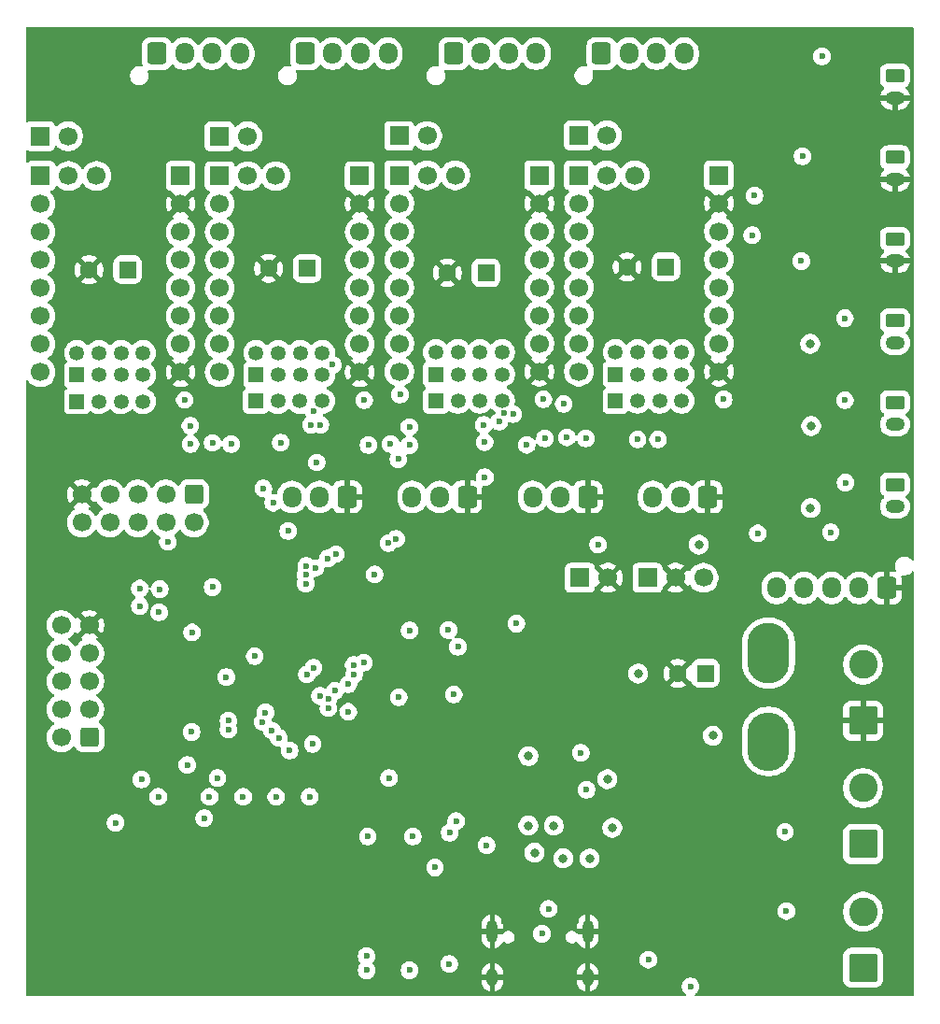
<source format=gbr>
%TF.GenerationSoftware,KiCad,Pcbnew,9.0.3-9.0.3-0~ubuntu24.04.1*%
%TF.CreationDate,2025-07-31T20:10:47-07:00*%
%TF.ProjectId,board,626f6172-642e-46b6-9963-61645f706362,rev?*%
%TF.SameCoordinates,Original*%
%TF.FileFunction,Copper,L2,Inr*%
%TF.FilePolarity,Positive*%
%FSLAX46Y46*%
G04 Gerber Fmt 4.6, Leading zero omitted, Abs format (unit mm)*
G04 Created by KiCad (PCBNEW 9.0.3-9.0.3-0~ubuntu24.04.1) date 2025-07-31 20:10:47*
%MOMM*%
%LPD*%
G01*
G04 APERTURE LIST*
G04 Aperture macros list*
%AMRoundRect*
0 Rectangle with rounded corners*
0 $1 Rounding radius*
0 $2 $3 $4 $5 $6 $7 $8 $9 X,Y pos of 4 corners*
0 Add a 4 corners polygon primitive as box body*
4,1,4,$2,$3,$4,$5,$6,$7,$8,$9,$2,$3,0*
0 Add four circle primitives for the rounded corners*
1,1,$1+$1,$2,$3*
1,1,$1+$1,$4,$5*
1,1,$1+$1,$6,$7*
1,1,$1+$1,$8,$9*
0 Add four rect primitives between the rounded corners*
20,1,$1+$1,$2,$3,$4,$5,0*
20,1,$1+$1,$4,$5,$6,$7,0*
20,1,$1+$1,$6,$7,$8,$9,0*
20,1,$1+$1,$8,$9,$2,$3,0*%
G04 Aperture macros list end*
%TA.AperFunction,ComponentPad*%
%ADD10R,1.350000X1.350000*%
%TD*%
%TA.AperFunction,ComponentPad*%
%ADD11C,1.350000*%
%TD*%
%TA.AperFunction,ComponentPad*%
%ADD12RoundRect,0.250000X-0.600000X-0.725000X0.600000X-0.725000X0.600000X0.725000X-0.600000X0.725000X0*%
%TD*%
%TA.AperFunction,ComponentPad*%
%ADD13O,1.700000X1.950000*%
%TD*%
%TA.AperFunction,ComponentPad*%
%ADD14C,3.600000*%
%TD*%
%TA.AperFunction,ComponentPad*%
%ADD15R,1.700000X1.700000*%
%TD*%
%TA.AperFunction,ComponentPad*%
%ADD16C,1.700000*%
%TD*%
%TA.AperFunction,ComponentPad*%
%ADD17RoundRect,0.250000X-0.625000X0.350000X-0.625000X-0.350000X0.625000X-0.350000X0.625000X0.350000X0*%
%TD*%
%TA.AperFunction,ComponentPad*%
%ADD18O,1.750000X1.200000*%
%TD*%
%TA.AperFunction,ComponentPad*%
%ADD19RoundRect,0.250000X1.050000X-1.050000X1.050000X1.050000X-1.050000X1.050000X-1.050000X-1.050000X0*%
%TD*%
%TA.AperFunction,ComponentPad*%
%ADD20C,2.600000*%
%TD*%
%TA.AperFunction,ComponentPad*%
%ADD21RoundRect,0.250000X0.550000X0.550000X-0.550000X0.550000X-0.550000X-0.550000X0.550000X-0.550000X0*%
%TD*%
%TA.AperFunction,ComponentPad*%
%ADD22C,1.600000*%
%TD*%
%TA.AperFunction,ComponentPad*%
%ADD23RoundRect,0.250000X0.600000X0.725000X-0.600000X0.725000X-0.600000X-0.725000X0.600000X-0.725000X0*%
%TD*%
%TA.AperFunction,ComponentPad*%
%ADD24O,3.800000X5.500000*%
%TD*%
%TA.AperFunction,ComponentPad*%
%ADD25O,3.800000X5.300000*%
%TD*%
%TA.AperFunction,HeatsinkPad*%
%ADD26O,1.000000X2.100000*%
%TD*%
%TA.AperFunction,HeatsinkPad*%
%ADD27O,1.000000X1.600000*%
%TD*%
%TA.AperFunction,ComponentPad*%
%ADD28RoundRect,0.250000X0.600000X0.600000X-0.600000X0.600000X-0.600000X-0.600000X0.600000X-0.600000X0*%
%TD*%
%TA.AperFunction,ComponentPad*%
%ADD29RoundRect,0.250000X-0.600000X0.600000X-0.600000X-0.600000X0.600000X-0.600000X0.600000X0.600000X0*%
%TD*%
%TA.AperFunction,ViaPad*%
%ADD30C,0.600000*%
%TD*%
%TA.AperFunction,ViaPad*%
%ADD31C,0.800000*%
%TD*%
G04 APERTURE END LIST*
D10*
%TO.N,SPI_MISO*%
%TO.C,J19*%
X175027651Y-58321250D03*
D11*
%TO.N,DRIVEY_CS*%
X177027651Y-58321250D03*
%TO.N,SPI_SCK*%
X179027651Y-58321250D03*
%TO.N,SPI_MOSI*%
X181027651Y-58321250D03*
%TD*%
D10*
%TO.N,DRIVEY_SLP*%
%TO.C,J12*%
X175052651Y-55966250D03*
D11*
%TO.N,DRIVEY_MISO*%
X175052651Y-53966250D03*
%TO.N,+3.3V*%
X177052651Y-55966250D03*
%TO.N,DRIVEY_CS*%
X177052651Y-53966250D03*
%TO.N,+3.3V*%
X179052651Y-55966250D03*
%TO.N,DRIVEY_SCK*%
X179052651Y-53966250D03*
%TO.N,+3.3V*%
X181052651Y-55966250D03*
%TO.N,DRIVEY_MOSI*%
X181052651Y-53966250D03*
%TD*%
D12*
%TO.N,Net-(J4-Pin_1)*%
%TO.C,J4*%
X166050000Y-26850000D03*
D13*
%TO.N,Net-(J4-Pin_2)*%
X168550000Y-26850000D03*
%TO.N,Net-(J4-Pin_3)*%
X171050000Y-26850000D03*
%TO.N,Net-(J4-Pin_4)*%
X173550000Y-26850000D03*
%TD*%
D14*
%TO.N,GND*%
%TO.C,H3*%
X158450000Y-28050000D03*
%TD*%
%TO.N,GND*%
%TO.C,H4*%
X158450000Y-108700000D03*
%TD*%
D15*
%TO.N,DRIVEX_DIAG*%
%TO.C,J11*%
X155450000Y-34328750D03*
D16*
%TO.N,X_STOP*%
X157990000Y-34328750D03*
%TD*%
%TO.N,GND*%
%TO.C,U5*%
X184452651Y-55726250D03*
%TO.N,+3.3V*%
X184452651Y-53186250D03*
%TO.N,Net-(J18-Pin_3)*%
X184452651Y-50646250D03*
%TO.N,Net-(J18-Pin_1)*%
X184452651Y-48106250D03*
%TO.N,Net-(J18-Pin_2)*%
X184452651Y-45566250D03*
%TO.N,Net-(J18-Pin_4)*%
X184452651Y-43026250D03*
%TO.N,GND*%
X184452651Y-40486250D03*
D15*
%TO.N,VIN*%
X184452651Y-37946250D03*
D16*
%TO.N,DRIVEY_DIR*%
X171752651Y-55726250D03*
%TO.N,DRIVEY_STEP*%
X171752651Y-53186250D03*
%TO.N,DRIVEY_MISO*%
X171752651Y-50646250D03*
%TO.N,DRIVEY_SLP*%
X171752651Y-48106250D03*
%TO.N,DRIVEY_CS*%
X171752651Y-45566250D03*
%TO.N,DRIVEY_SCK*%
X171752651Y-43026250D03*
%TO.N,DRIVEY_MOSI*%
X171752651Y-40486250D03*
D15*
%TO.N,DRIVEY_EN*%
X171752651Y-37946250D03*
D16*
%TO.N,unconnected-(U5-INDEX-Pad17)*%
X174292651Y-37946250D03*
%TO.N,DRIVEY_DIAG*%
X176832651Y-37946250D03*
%TD*%
D17*
%TO.N,Net-(J13-Pin_1)*%
%TO.C,J13*%
X233000000Y-36250000D03*
D18*
%TO.N,GND*%
X233000000Y-38250000D03*
%TD*%
D12*
%TO.N,Net-(J28-Pin_1)*%
%TO.C,J28*%
X206375000Y-26850000D03*
D13*
%TO.N,Net-(J28-Pin_2)*%
X208875000Y-26850000D03*
%TO.N,Net-(J28-Pin_3)*%
X211375000Y-26850000D03*
%TO.N,Net-(J28-Pin_4)*%
X213875000Y-26850000D03*
%TD*%
D14*
%TO.N,GND*%
%TO.C,H2*%
X220900000Y-108700000D03*
%TD*%
D15*
%TO.N,DRIVEE_DIAG*%
%TO.C,J30*%
X204325000Y-34268750D03*
D16*
%TO.N,E_STOP*%
X206865000Y-34268750D03*
%TD*%
D19*
%TO.N,VIN*%
%TO.C,J36*%
X230100000Y-109685000D03*
D20*
%TO.N,Net-(D15-A)*%
X230100000Y-104605000D03*
%TD*%
D21*
%TO.N,VIN*%
%TO.C,C39*%
X212202651Y-46175000D03*
D22*
%TO.N,GND*%
X208702651Y-46175000D03*
%TD*%
D17*
%TO.N,Net-(J14-Pin_1)*%
%TO.C,J14*%
X233000000Y-28850000D03*
D18*
%TO.N,GND*%
X233000000Y-30850000D03*
%TD*%
D16*
%TO.N,GND*%
%TO.C,U7*%
X217025000Y-55655000D03*
%TO.N,+3.3V*%
X217025000Y-53115000D03*
%TO.N,Net-(J28-Pin_3)*%
X217025000Y-50575000D03*
%TO.N,Net-(J28-Pin_1)*%
X217025000Y-48035000D03*
%TO.N,Net-(J28-Pin_2)*%
X217025000Y-45495000D03*
%TO.N,Net-(J28-Pin_4)*%
X217025000Y-42955000D03*
%TO.N,GND*%
X217025000Y-40415000D03*
D15*
%TO.N,VIN*%
X217025000Y-37875000D03*
D16*
%TO.N,DRIVEE_DIR*%
X204325000Y-55655000D03*
%TO.N,DRIVEE_STEP*%
X204325000Y-53115000D03*
%TO.N,DRIVEE_MISO*%
X204325000Y-50575000D03*
%TO.N,DRIVEE_SLP*%
X204325000Y-48035000D03*
%TO.N,DRIVEE_CS*%
X204325000Y-45495000D03*
%TO.N,DRIVEE_SCK*%
X204325000Y-42955000D03*
%TO.N,DRIVEE_MOSI*%
X204325000Y-40415000D03*
D15*
%TO.N,DRIVEE_EN*%
X204325000Y-37875000D03*
D16*
%TO.N,unconnected-(U7-INDEX-Pad17)*%
X206865000Y-37875000D03*
%TO.N,DRIVEE_DIAG*%
X209405000Y-37875000D03*
%TD*%
D10*
%TO.N,DRIVEE_SLP*%
%TO.C,J27*%
X207650000Y-55908750D03*
D11*
%TO.N,DRIVEE_MISO*%
X207650000Y-53908750D03*
%TO.N,+3.3V*%
X209650000Y-55908750D03*
%TO.N,DRIVEE_CS*%
X209650000Y-53908750D03*
%TO.N,+3.3V*%
X211650000Y-55908750D03*
%TO.N,DRIVEE_SCK*%
X211650000Y-53908750D03*
%TO.N,+3.3V*%
X213650000Y-55908750D03*
%TO.N,DRIVEE_MOSI*%
X213650000Y-53908750D03*
%TD*%
D10*
%TO.N,DRIVEZ_SLP*%
%TO.C,J22*%
X191350000Y-55906250D03*
D11*
%TO.N,DRIVEZ_MISO*%
X191350000Y-53906250D03*
%TO.N,+3.3V*%
X193350000Y-55906250D03*
%TO.N,DRIVEZ_CS*%
X193350000Y-53906250D03*
%TO.N,+3.3V*%
X195350000Y-55906250D03*
%TO.N,DRIVEZ_SCK*%
X195350000Y-53906250D03*
%TO.N,+3.3V*%
X197350000Y-55906250D03*
%TO.N,DRIVEZ_MOSI*%
X197350000Y-53906250D03*
%TD*%
D15*
%TO.N,DRIVEY_DIAG*%
%TO.C,J20*%
X171727651Y-34356250D03*
D16*
%TO.N,Y_STOP*%
X174267651Y-34356250D03*
%TD*%
D23*
%TO.N,GND*%
%TO.C,J26*%
X205125000Y-67025000D03*
D13*
%TO.N,+5V*%
X202625000Y-67025000D03*
%TO.N,Z_STOP*%
X200125000Y-67025000D03*
%TD*%
D23*
%TO.N,GND*%
%TO.C,J17*%
X232250000Y-75275000D03*
D13*
%TO.N,+5V*%
X229750000Y-75275000D03*
%TO.N,TFT_TX*%
X227250000Y-75275000D03*
%TO.N,TFT_RX*%
X224750000Y-75275000D03*
%TO.N,Net-(J17-Pin_5)*%
X222250000Y-75275000D03*
%TD*%
D16*
%TO.N,GND*%
%TO.C,U4*%
X168200000Y-55718750D03*
%TO.N,+3.3V*%
X168200000Y-53178750D03*
%TO.N,Net-(J4-Pin_3)*%
X168200000Y-50638750D03*
%TO.N,Net-(J4-Pin_1)*%
X168200000Y-48098750D03*
%TO.N,Net-(J4-Pin_2)*%
X168200000Y-45558750D03*
%TO.N,Net-(J4-Pin_4)*%
X168200000Y-43018750D03*
%TO.N,GND*%
X168200000Y-40478750D03*
D15*
%TO.N,VIN*%
X168200000Y-37938750D03*
D16*
%TO.N,DRIVEX_DIR*%
X155500000Y-55718750D03*
%TO.N,DRIVEX_STEP*%
X155500000Y-53178750D03*
%TO.N,DRIVEX_MISO*%
X155500000Y-50638750D03*
%TO.N,DRIVEX_SLP*%
X155500000Y-48098750D03*
%TO.N,DRIVEX_CS*%
X155500000Y-45558750D03*
%TO.N,DRIVEX_SCK*%
X155500000Y-43018750D03*
%TO.N,DRIVEX_MOSI*%
X155500000Y-40478750D03*
D15*
%TO.N,DRIVEX_EN*%
X155500000Y-37938750D03*
D16*
%TO.N,unconnected-(U4-INDEX-Pad17)*%
X158040000Y-37938750D03*
%TO.N,DRIVEX_DIAG*%
X160580000Y-37938750D03*
%TD*%
D15*
%TO.N,PROBE_TRIG*%
%TO.C,J16*%
X204425000Y-74350000D03*
D16*
%TO.N,GND*%
X206965000Y-74350000D03*
%TD*%
D23*
%TO.N,GND*%
%TO.C,J7*%
X183300000Y-67025000D03*
D13*
%TO.N,+5V*%
X180800000Y-67025000D03*
%TO.N,X_STOP*%
X178300000Y-67025000D03*
%TD*%
D24*
%TO.N,Net-(J37-Pin_2)*%
%TO.C,F1*%
X221525000Y-81175000D03*
D25*
%TO.N,VIN*%
X221525000Y-89175000D03*
%TD*%
D17*
%TO.N,VIN*%
%TO.C,J33*%
X233000000Y-58450000D03*
D18*
%TO.N,Net-(D10-K)*%
X233000000Y-60450000D03*
%TD*%
D10*
%TO.N,SPI_MISO*%
%TO.C,J29*%
X207650000Y-58302500D03*
D11*
%TO.N,DRIVEE_CS*%
X209650000Y-58302500D03*
%TO.N,SPI_SCK*%
X211650000Y-58302500D03*
%TO.N,SPI_MOSI*%
X213650000Y-58302500D03*
%TD*%
D15*
%TO.N,SERVO*%
%TO.C,J15*%
X210550000Y-74350000D03*
D16*
%TO.N,GND*%
X213090000Y-74350000D03*
%TO.N,+5V*%
X215630000Y-74350000D03*
%TD*%
D26*
%TO.N,GND*%
%TO.C,J3*%
X196480000Y-106380000D03*
D27*
X196480000Y-110560000D03*
D26*
X205120000Y-106380000D03*
D27*
X205120000Y-110560000D03*
%TD*%
D19*
%TO.N,GND*%
%TO.C,J37*%
X230100000Y-87300000D03*
D20*
%TO.N,Net-(J37-Pin_2)*%
X230100000Y-82220000D03*
%TD*%
D10*
%TO.N,SPI_MISO*%
%TO.C,J24*%
X191350000Y-58296250D03*
D11*
%TO.N,DRIVEZ_CS*%
X193350000Y-58296250D03*
%TO.N,SPI_SCK*%
X195350000Y-58296250D03*
%TO.N,SPI_MOSI*%
X197350000Y-58296250D03*
%TD*%
D17*
%TO.N,Net-(J6-Pin_1)*%
%TO.C,J6*%
X233000000Y-43650000D03*
D18*
%TO.N,GND*%
X233000000Y-45650000D03*
%TD*%
D10*
%TO.N,DRIVEX_SLP*%
%TO.C,J8*%
X158800000Y-55978750D03*
D11*
%TO.N,DRIVEX_MISO*%
X158800000Y-53978750D03*
%TO.N,+3.3V*%
X160800000Y-55978750D03*
%TO.N,DRIVEX_CS*%
X160800000Y-53978750D03*
%TO.N,+3.3V*%
X162800000Y-55978750D03*
%TO.N,DRIVEX_SCK*%
X162800000Y-53978750D03*
%TO.N,+3.3V*%
X164800000Y-55978750D03*
%TO.N,DRIVEX_MOSI*%
X164800000Y-53978750D03*
%TD*%
D23*
%TO.N,GND*%
%TO.C,J31*%
X216025000Y-67025000D03*
D13*
%TO.N,+5V*%
X213525000Y-67025000D03*
%TO.N,E_STOP*%
X211025000Y-67025000D03*
%TD*%
D21*
%TO.N,VIN*%
%TO.C,C31*%
X179677651Y-46306250D03*
D22*
%TO.N,GND*%
X176177651Y-46306250D03*
%TD*%
D19*
%TO.N,VIN*%
%TO.C,J35*%
X230100000Y-98485000D03*
D20*
%TO.N,Net-(D13-A)*%
X230100000Y-93405000D03*
%TD*%
D16*
%TO.N,GND*%
%TO.C,U6*%
X200735000Y-55657500D03*
%TO.N,+3.3V*%
X200735000Y-53117500D03*
%TO.N,Net-(J23-Pin_3)*%
X200735000Y-50577500D03*
%TO.N,Net-(J23-Pin_1)*%
X200735000Y-48037500D03*
%TO.N,Net-(J23-Pin_2)*%
X200735000Y-45497500D03*
%TO.N,Net-(J23-Pin_4)*%
X200735000Y-42957500D03*
%TO.N,GND*%
X200735000Y-40417500D03*
D15*
%TO.N,VIN*%
X200735000Y-37877500D03*
D16*
%TO.N,DRIVEZ_DIR*%
X188035000Y-55657500D03*
%TO.N,DRIVEZ_STEP*%
X188035000Y-53117500D03*
%TO.N,DRIVEZ_MISO*%
X188035000Y-50577500D03*
%TO.N,DRIVEZ_SLP*%
X188035000Y-48037500D03*
%TO.N,DRIVEZ_CS*%
X188035000Y-45497500D03*
%TO.N,DRIVEZ_SCK*%
X188035000Y-42957500D03*
%TO.N,DRIVEZ_MOSI*%
X188035000Y-40417500D03*
D15*
%TO.N,DRIVEZ_EN*%
X188035000Y-37877500D03*
D16*
%TO.N,unconnected-(U6-INDEX-Pad17)*%
X190575000Y-37877500D03*
%TO.N,DRIVEZ_DIAG*%
X193115000Y-37877500D03*
%TD*%
D17*
%TO.N,VIN*%
%TO.C,J34*%
X233000000Y-51050000D03*
D18*
%TO.N,Net-(D11-A)*%
X233000000Y-53050000D03*
%TD*%
D28*
%TO.N,LCD_BEEP*%
%TO.C,J9*%
X159927500Y-88805000D03*
D16*
%TO.N,LCD_BTN*%
X157387500Y-88805000D03*
%TO.N,LCD_EN*%
X159927500Y-86265000D03*
%TO.N,LCD_CS*%
X157387500Y-86265000D03*
%TO.N,LCD_D4*%
X159927500Y-83725000D03*
%TO.N,LCD_D5*%
X157387500Y-83725000D03*
%TO.N,LCD_D6*%
X159927500Y-81185000D03*
%TO.N,LCD_D7*%
X157387500Y-81185000D03*
%TO.N,GND*%
X159927500Y-78645000D03*
%TO.N,+5V*%
X157387500Y-78645000D03*
%TD*%
D21*
%TO.N,VIN*%
%TO.C,C17*%
X215809879Y-83005000D03*
D22*
%TO.N,GND*%
X213309879Y-83005000D03*
%TD*%
D10*
%TO.N,SPI_MISO*%
%TO.C,J5*%
X158800000Y-58356250D03*
D11*
%TO.N,DRIVEX_CS*%
X160800000Y-58356250D03*
%TO.N,SPI_SCK*%
X162800000Y-58356250D03*
%TO.N,SPI_MOSI*%
X164800000Y-58356250D03*
%TD*%
D12*
%TO.N,Net-(J18-Pin_1)*%
%TO.C,J18*%
X179500000Y-26850000D03*
D13*
%TO.N,Net-(J18-Pin_2)*%
X182000000Y-26850000D03*
%TO.N,Net-(J18-Pin_3)*%
X184500000Y-26850000D03*
%TO.N,Net-(J18-Pin_4)*%
X187000000Y-26850000D03*
%TD*%
D14*
%TO.N,GND*%
%TO.C,H1*%
X220900000Y-28050000D03*
%TD*%
D17*
%TO.N,VIN*%
%TO.C,J32*%
X233000000Y-65900000D03*
D18*
%TO.N,Net-(D7-K)*%
X233000000Y-67900000D03*
%TD*%
D15*
%TO.N,DRIVEZ_DIAG*%
%TO.C,J25*%
X188025000Y-34306250D03*
D16*
%TO.N,Z_STOP*%
X190565000Y-34306250D03*
%TD*%
D21*
%TO.N,VIN*%
%TO.C,C35*%
X195902651Y-46706250D03*
D22*
%TO.N,GND*%
X192402651Y-46706250D03*
%TD*%
D12*
%TO.N,Net-(J23-Pin_1)*%
%TO.C,J23*%
X192950000Y-26850000D03*
D13*
%TO.N,Net-(J23-Pin_2)*%
X195450000Y-26850000D03*
%TO.N,Net-(J23-Pin_3)*%
X197950000Y-26850000D03*
%TO.N,Net-(J23-Pin_4)*%
X200450000Y-26850000D03*
%TD*%
D21*
%TO.N,VIN*%
%TO.C,C26*%
X163402651Y-46428750D03*
D22*
%TO.N,GND*%
X159902651Y-46428750D03*
%TD*%
D29*
%TO.N,SD_MISO*%
%TO.C,J10*%
X169405000Y-66800000D03*
D16*
%TO.N,SD_SCK*%
X169405000Y-69340000D03*
%TO.N,LCD_ENCA*%
X166865000Y-66800000D03*
%TO.N,SD_CS*%
X166865000Y-69340000D03*
%TO.N,LCD_ENCB*%
X164325000Y-66800000D03*
%TO.N,SD_MOSI*%
X164325000Y-69340000D03*
%TO.N,SD_DET*%
X161785000Y-66800000D03*
%TO.N,NRST*%
X161785000Y-69340000D03*
%TO.N,GND*%
X159245000Y-66800000D03*
%TO.N,unconnected-(J10-Pin_10-Pad10)*%
X159245000Y-69340000D03*
%TD*%
D23*
%TO.N,GND*%
%TO.C,J21*%
X194200000Y-67025000D03*
D13*
%TO.N,+5V*%
X191700000Y-67025000D03*
%TO.N,Y_STOP*%
X189200000Y-67025000D03*
%TD*%
D30*
%TO.N,GND*%
X172750000Y-74099999D03*
X220812500Y-52787500D03*
X207450000Y-80950000D03*
X219700000Y-65962500D03*
X178827651Y-62106250D03*
X219650000Y-51575000D03*
X190525000Y-79125000D03*
X198400000Y-99250000D03*
X220862500Y-67700000D03*
X217775000Y-34818750D03*
X188975001Y-108644999D03*
X194400000Y-79075000D03*
X183300000Y-80850000D03*
X228725000Y-70225000D03*
X206400000Y-90200000D03*
X197550000Y-105465000D03*
X166100000Y-88925000D03*
X186898008Y-72951992D03*
X190850000Y-83775000D03*
X168975000Y-34878750D03*
X189275000Y-87900000D03*
X201525000Y-34806250D03*
X194525000Y-84925000D03*
D31*
X212275000Y-110850000D03*
D30*
X167025000Y-58228750D03*
X227950000Y-37925000D03*
D31*
X209475000Y-99330000D03*
D30*
X167701992Y-92398008D03*
X189275000Y-100625000D03*
D31*
X197450000Y-96800000D03*
D30*
X209700000Y-81125000D03*
X183175000Y-100650000D03*
D31*
X207800000Y-106652500D03*
D30*
X197325000Y-62050000D03*
X185227651Y-34906250D03*
X220775000Y-60237500D03*
X190875000Y-81950000D03*
X192575001Y-107789999D03*
X188975001Y-107374999D03*
X208050000Y-86900000D03*
X169275000Y-94200000D03*
D31*
X212477500Y-88655000D03*
D30*
X188198008Y-93598008D03*
X219612500Y-58512500D03*
X205850000Y-86900000D03*
X213050000Y-61808750D03*
X205300000Y-101335000D03*
X198500000Y-101435000D03*
X209150000Y-90575000D03*
X227950000Y-30625000D03*
X164500000Y-78325000D03*
X199550000Y-58168750D03*
X183302651Y-58243750D03*
X188975001Y-104834999D03*
X164995000Y-96125000D03*
X170001992Y-74101992D03*
X220325000Y-99825000D03*
X200500000Y-101435000D03*
X227950000Y-45425000D03*
X213655000Y-71350000D03*
X183175000Y-97875000D03*
X189150000Y-85975000D03*
X215900000Y-58181250D03*
X160400000Y-96550000D03*
X168145000Y-96125000D03*
X162575000Y-62006250D03*
X204050000Y-105465000D03*
X185175000Y-100625000D03*
D31*
%TO.N,+3.3V*%
X199750000Y-96800000D03*
D30*
X187101992Y-92501992D03*
X203250000Y-61618750D03*
X185801992Y-74048008D03*
X204500000Y-90200000D03*
X164500000Y-75325000D03*
X166250000Y-77475000D03*
X206065000Y-71350000D03*
X169100000Y-62233750D03*
X176875000Y-94200000D03*
X201250000Y-61725000D03*
X192500000Y-79075000D03*
X164650000Y-92625000D03*
X188952651Y-62331250D03*
X172800000Y-62225000D03*
X188975001Y-109914999D03*
X220050000Y-43308750D03*
X185175000Y-97800000D03*
X187982815Y-85167185D03*
D31*
X199750000Y-90500000D03*
D30*
X179900000Y-94200000D03*
X201100000Y-58168750D03*
X168575000Y-58228750D03*
X192975000Y-84925000D03*
X224500000Y-45650000D03*
X220250000Y-39721250D03*
X226375000Y-27100000D03*
X192575001Y-109339999D03*
X191275000Y-100600000D03*
X170345000Y-96125000D03*
X171098008Y-75198008D03*
X204950000Y-61731250D03*
X189275000Y-97800000D03*
X217450000Y-58181250D03*
X168798008Y-91301992D03*
X171100000Y-62125000D03*
X224600000Y-36150000D03*
X173875000Y-94200000D03*
X187252651Y-62218750D03*
X166310000Y-75375000D03*
X162300000Y-96550000D03*
X185250000Y-62325000D03*
X166175000Y-94200000D03*
X184852651Y-58243750D03*
X209650000Y-61808750D03*
X188975000Y-79125000D03*
X170825000Y-94200000D03*
%TO.N,NRST*%
X198651000Y-78500000D03*
X169250000Y-79300000D03*
X193350000Y-80600000D03*
X220550000Y-70325000D03*
X175900000Y-86550000D03*
X180850000Y-85050000D03*
D31*
%TO.N,VIN*%
X209700000Y-83025000D03*
D30*
X228450000Y-50825000D03*
D31*
X225350000Y-68037500D03*
D30*
X223025000Y-97350000D03*
X228450000Y-58250000D03*
X223150000Y-104550000D03*
D31*
X216477500Y-88655000D03*
X225400000Y-60587500D03*
D30*
X214450000Y-111375000D03*
D31*
X225300000Y-53137500D03*
D30*
X228500000Y-65725000D03*
%TO.N,+5V*%
X205025000Y-93550000D03*
D31*
X200300000Y-99250000D03*
D30*
X164500000Y-76900000D03*
D31*
X215202500Y-71347500D03*
X202050000Y-96800000D03*
D30*
X227175000Y-70225000D03*
D31*
%TO.N,5V_PSU*%
X206900000Y-92600000D03*
D30*
%TO.N,X_STOP*%
X177947472Y-70104000D03*
X183928181Y-83123290D03*
X169083125Y-60566875D03*
%TO.N,Y_STOP*%
X182000000Y-55050000D03*
X187950000Y-63600000D03*
X177277651Y-62106250D03*
X180550000Y-63900000D03*
X184800003Y-82050000D03*
%TO.N,Z_STOP*%
X195775000Y-62050000D03*
X183404891Y-86500000D03*
X195800000Y-65236250D03*
X197552275Y-59453708D03*
%TO.N,E_STOP*%
X211500000Y-61808750D03*
D31*
%TO.N,5V_USB*%
X207350000Y-97000000D03*
X202900000Y-99760000D03*
X205300000Y-99785000D03*
D30*
%TO.N,SWDIO*%
X185075001Y-109914999D03*
X169200000Y-88325000D03*
%TO.N,SWCLK*%
X171550000Y-92500000D03*
X185075001Y-108644999D03*
%TO.N,SPI_SCK*%
X176600000Y-67550000D03*
%TO.N,DRIVEX_CS*%
X187754379Y-70820719D03*
X180877464Y-60474006D03*
%TO.N,SPI_MISO*%
X188100000Y-57750000D03*
X195700000Y-60500000D03*
X197100000Y-60185504D03*
X180237054Y-59247228D03*
X202950000Y-58600000D03*
%TO.N,SPI_MOSI*%
X199600000Y-62300000D03*
X175700000Y-66250000D03*
%TO.N,LCD_BEEP*%
X175650000Y-87400000D03*
%TO.N,LCD_ENCA*%
X176500000Y-88200000D03*
%TO.N,LCD_ENCB*%
X177100000Y-88850000D03*
X167050000Y-71100000D03*
%TO.N,SD_CS*%
X182300000Y-72199000D03*
%TO.N,SD_SCK*%
X181540401Y-72600000D03*
%TO.N,SD_MOSI*%
X180400000Y-73467066D03*
%TO.N,SD_MISO*%
X179609797Y-73269302D03*
%TO.N,SD_DET*%
X172350000Y-83350000D03*
%TO.N,DRIVEY_CS*%
X179550000Y-74875647D03*
%TO.N,TFT_TX*%
X192596315Y-97446315D03*
X180181036Y-89400000D03*
%TO.N,TFT_RX*%
X178100000Y-90000000D03*
X193200000Y-96400570D03*
%TO.N,DRIVEZ_CS*%
X181603891Y-86150000D03*
%TO.N,USB_DP*%
X172550000Y-88100003D03*
X201574193Y-104360723D03*
%TO.N,USB_DM*%
X200974193Y-106608113D03*
X172550000Y-87300000D03*
%TO.N,DRIVEX_EN*%
X187050000Y-71200000D03*
X180028935Y-60474005D03*
%TO.N,DRIVEY_EN*%
X188952651Y-60681250D03*
X183900000Y-82250000D03*
%TO.N,DRIVEZ_EN*%
X181603891Y-85336061D03*
X198349000Y-59526050D03*
%TO.N,HEAT1*%
X179649753Y-83100000D03*
X195958264Y-98591736D03*
%TO.N,HEAT_BED*%
X180250000Y-82500000D03*
X210625000Y-108950000D03*
%TO.N,DRIVEZ_STEP*%
X182203891Y-84600000D03*
%TO.N,DRIVEY_STEP*%
X179549999Y-74067066D03*
%TO.N,DRIVEY_DIR*%
X174925546Y-81450000D03*
%TO.N,DRIVEZ_DIR*%
X183404891Y-84000000D03*
%TD*%
%TA.AperFunction,Conductor*%
%TO.N,GND*%
G36*
X159461575Y-78837993D02*
G01*
X159527401Y-78952007D01*
X159620493Y-79045099D01*
X159734507Y-79110925D01*
X159798090Y-79127962D01*
X159165782Y-79760269D01*
X159165782Y-79760270D01*
X159219952Y-79799626D01*
X159219951Y-79799626D01*
X159228995Y-79804234D01*
X159279792Y-79852208D01*
X159296587Y-79920029D01*
X159274050Y-79986164D01*
X159228999Y-80025202D01*
X159219682Y-80029949D01*
X159047713Y-80154890D01*
X158897390Y-80305213D01*
X158772449Y-80477182D01*
X158767984Y-80485946D01*
X158720009Y-80536742D01*
X158652188Y-80553536D01*
X158586053Y-80530998D01*
X158547016Y-80485946D01*
X158542550Y-80477182D01*
X158417609Y-80305213D01*
X158267286Y-80154890D01*
X158095320Y-80029951D01*
X158094615Y-80029591D01*
X158086554Y-80025485D01*
X158035759Y-79977512D01*
X158018963Y-79909692D01*
X158041499Y-79843556D01*
X158086554Y-79804515D01*
X158095316Y-79800051D01*
X158150072Y-79760269D01*
X158267286Y-79675109D01*
X158267288Y-79675106D01*
X158267292Y-79675104D01*
X158417604Y-79524792D01*
X158417606Y-79524788D01*
X158417609Y-79524786D01*
X158503390Y-79406717D01*
X158542551Y-79352816D01*
X158547293Y-79343508D01*
X158595263Y-79292711D01*
X158663083Y-79275911D01*
X158729219Y-79298445D01*
X158768263Y-79343500D01*
X158772873Y-79352547D01*
X158812228Y-79406716D01*
X159444537Y-78774408D01*
X159461575Y-78837993D01*
G37*
%TD.AperFunction*%
%TA.AperFunction,Conductor*%
G36*
X160360270Y-67561717D02*
G01*
X160360270Y-67561716D01*
X160399622Y-67507555D01*
X160404232Y-67498507D01*
X160452205Y-67447709D01*
X160520025Y-67430912D01*
X160586161Y-67453447D01*
X160625204Y-67498504D01*
X160629949Y-67507817D01*
X160754890Y-67679786D01*
X160905213Y-67830109D01*
X161077182Y-67955050D01*
X161085946Y-67959516D01*
X161136742Y-68007491D01*
X161153536Y-68075312D01*
X161130998Y-68141447D01*
X161085946Y-68180484D01*
X161077182Y-68184949D01*
X160905213Y-68309890D01*
X160754890Y-68460213D01*
X160629949Y-68632182D01*
X160625484Y-68640946D01*
X160577509Y-68691742D01*
X160509688Y-68708536D01*
X160443553Y-68685998D01*
X160404516Y-68640946D01*
X160400050Y-68632182D01*
X160275109Y-68460213D01*
X160124786Y-68309890D01*
X159952817Y-68184949D01*
X159943504Y-68180204D01*
X159892707Y-68132230D01*
X159875912Y-68064409D01*
X159898449Y-67998274D01*
X159943507Y-67959232D01*
X159952555Y-67954622D01*
X160006716Y-67915270D01*
X160006717Y-67915270D01*
X159374408Y-67282962D01*
X159437993Y-67265925D01*
X159552007Y-67200099D01*
X159645099Y-67107007D01*
X159710925Y-66992993D01*
X159727962Y-66929408D01*
X160360270Y-67561717D01*
G37*
%TD.AperFunction*%
%TA.AperFunction,Conductor*%
G36*
X234692539Y-24495185D02*
G01*
X234738294Y-24547989D01*
X234749500Y-24599500D01*
X234749500Y-72681564D01*
X234729815Y-72748603D01*
X234677011Y-72794358D01*
X234607853Y-72804302D01*
X234544297Y-72775277D01*
X234522399Y-72750456D01*
X234510628Y-72732840D01*
X234510623Y-72732834D01*
X234392162Y-72614373D01*
X234252860Y-72521295D01*
X234098082Y-72457184D01*
X234098074Y-72457182D01*
X233933771Y-72424500D01*
X233933767Y-72424500D01*
X233766233Y-72424500D01*
X233766228Y-72424500D01*
X233601925Y-72457182D01*
X233601917Y-72457184D01*
X233447139Y-72521295D01*
X233307837Y-72614373D01*
X233189373Y-72732837D01*
X233096295Y-72872139D01*
X233032184Y-73026917D01*
X233032182Y-73026925D01*
X232999500Y-73191228D01*
X232999500Y-73358771D01*
X233032182Y-73523074D01*
X233032184Y-73523082D01*
X233078300Y-73634415D01*
X233085769Y-73703884D01*
X233054494Y-73766364D01*
X232994405Y-73802016D01*
X232951137Y-73805226D01*
X232899988Y-73800000D01*
X232500000Y-73800000D01*
X232500000Y-74870854D01*
X232433343Y-74832370D01*
X232312535Y-74800000D01*
X232187465Y-74800000D01*
X232066657Y-74832370D01*
X232000000Y-74870854D01*
X232000000Y-73800000D01*
X231600028Y-73800000D01*
X231600012Y-73800001D01*
X231497302Y-73810494D01*
X231330880Y-73865641D01*
X231330875Y-73865643D01*
X231181654Y-73957684D01*
X231057683Y-74081655D01*
X231057680Y-74081659D01*
X230962183Y-74236484D01*
X230910235Y-74283209D01*
X230841273Y-74294430D01*
X230777191Y-74266587D01*
X230768964Y-74259068D01*
X230629786Y-74119890D01*
X230457820Y-73994951D01*
X230268414Y-73898444D01*
X230268413Y-73898443D01*
X230268412Y-73898443D01*
X230066243Y-73832754D01*
X230066241Y-73832753D01*
X230066240Y-73832753D01*
X229872172Y-73802016D01*
X229856287Y-73799500D01*
X229643713Y-73799500D01*
X229627828Y-73802016D01*
X229433760Y-73832753D01*
X229231585Y-73898444D01*
X229042179Y-73994951D01*
X228870213Y-74119890D01*
X228719894Y-74270209D01*
X228719890Y-74270214D01*
X228600318Y-74434793D01*
X228544989Y-74477459D01*
X228475375Y-74483438D01*
X228413580Y-74450833D01*
X228399682Y-74434793D01*
X228280109Y-74270214D01*
X228280105Y-74270209D01*
X228129786Y-74119890D01*
X227957820Y-73994951D01*
X227768414Y-73898444D01*
X227768413Y-73898443D01*
X227768412Y-73898443D01*
X227566243Y-73832754D01*
X227566241Y-73832753D01*
X227566240Y-73832753D01*
X227372172Y-73802016D01*
X227356287Y-73799500D01*
X227143713Y-73799500D01*
X227127828Y-73802016D01*
X226933760Y-73832753D01*
X226731585Y-73898444D01*
X226542179Y-73994951D01*
X226370213Y-74119890D01*
X226219894Y-74270209D01*
X226219890Y-74270214D01*
X226100318Y-74434793D01*
X226044989Y-74477459D01*
X225975375Y-74483438D01*
X225913580Y-74450833D01*
X225899682Y-74434793D01*
X225780109Y-74270214D01*
X225780105Y-74270209D01*
X225629786Y-74119890D01*
X225457820Y-73994951D01*
X225268414Y-73898444D01*
X225268413Y-73898443D01*
X225268412Y-73898443D01*
X225066243Y-73832754D01*
X225066241Y-73832753D01*
X225066240Y-73832753D01*
X224872172Y-73802016D01*
X224856287Y-73799500D01*
X224643713Y-73799500D01*
X224627828Y-73802016D01*
X224433760Y-73832753D01*
X224231585Y-73898444D01*
X224042179Y-73994951D01*
X223870213Y-74119890D01*
X223719894Y-74270209D01*
X223719890Y-74270214D01*
X223600318Y-74434793D01*
X223544989Y-74477459D01*
X223475375Y-74483438D01*
X223413580Y-74450833D01*
X223399682Y-74434793D01*
X223280109Y-74270214D01*
X223280105Y-74270209D01*
X223129786Y-74119890D01*
X222957820Y-73994951D01*
X222768414Y-73898444D01*
X222768413Y-73898443D01*
X222768412Y-73898443D01*
X222566243Y-73832754D01*
X222566241Y-73832753D01*
X222566240Y-73832753D01*
X222372172Y-73802016D01*
X222356287Y-73799500D01*
X222143713Y-73799500D01*
X222127828Y-73802016D01*
X221933760Y-73832753D01*
X221731585Y-73898444D01*
X221542179Y-73994951D01*
X221370213Y-74119890D01*
X221219890Y-74270213D01*
X221094951Y-74442179D01*
X220998444Y-74631585D01*
X220932753Y-74833760D01*
X220899500Y-75043713D01*
X220899500Y-75506286D01*
X220930260Y-75700500D01*
X220932754Y-75716243D01*
X220994864Y-75907398D01*
X220998444Y-75918414D01*
X221094951Y-76107820D01*
X221219890Y-76279786D01*
X221370213Y-76430109D01*
X221542179Y-76555048D01*
X221542181Y-76555049D01*
X221542184Y-76555051D01*
X221731588Y-76651557D01*
X221933757Y-76717246D01*
X222143713Y-76750500D01*
X222143714Y-76750500D01*
X222356286Y-76750500D01*
X222356287Y-76750500D01*
X222566243Y-76717246D01*
X222768412Y-76651557D01*
X222957816Y-76555051D01*
X223004940Y-76520814D01*
X223129786Y-76430109D01*
X223129788Y-76430106D01*
X223129792Y-76430104D01*
X223280104Y-76279792D01*
X223399683Y-76115204D01*
X223455011Y-76072540D01*
X223524624Y-76066561D01*
X223586420Y-76099166D01*
X223600313Y-76115199D01*
X223673260Y-76215602D01*
X223719896Y-76279792D01*
X223870213Y-76430109D01*
X224042179Y-76555048D01*
X224042181Y-76555049D01*
X224042184Y-76555051D01*
X224231588Y-76651557D01*
X224433757Y-76717246D01*
X224643713Y-76750500D01*
X224643714Y-76750500D01*
X224856286Y-76750500D01*
X224856287Y-76750500D01*
X225066243Y-76717246D01*
X225268412Y-76651557D01*
X225457816Y-76555051D01*
X225504940Y-76520814D01*
X225629786Y-76430109D01*
X225629788Y-76430106D01*
X225629792Y-76430104D01*
X225780104Y-76279792D01*
X225899683Y-76115204D01*
X225955011Y-76072540D01*
X226024624Y-76066561D01*
X226086420Y-76099166D01*
X226100313Y-76115199D01*
X226173260Y-76215602D01*
X226219896Y-76279792D01*
X226370213Y-76430109D01*
X226542179Y-76555048D01*
X226542181Y-76555049D01*
X226542184Y-76555051D01*
X226731588Y-76651557D01*
X226933757Y-76717246D01*
X227143713Y-76750500D01*
X227143714Y-76750500D01*
X227356286Y-76750500D01*
X227356287Y-76750500D01*
X227566243Y-76717246D01*
X227768412Y-76651557D01*
X227957816Y-76555051D01*
X228004940Y-76520814D01*
X228129786Y-76430109D01*
X228129788Y-76430106D01*
X228129792Y-76430104D01*
X228280104Y-76279792D01*
X228399683Y-76115204D01*
X228455011Y-76072540D01*
X228524624Y-76066561D01*
X228586420Y-76099166D01*
X228600313Y-76115199D01*
X228673260Y-76215602D01*
X228719896Y-76279792D01*
X228870213Y-76430109D01*
X229042179Y-76555048D01*
X229042181Y-76555049D01*
X229042184Y-76555051D01*
X229231588Y-76651557D01*
X229433757Y-76717246D01*
X229643713Y-76750500D01*
X229643714Y-76750500D01*
X229856286Y-76750500D01*
X229856287Y-76750500D01*
X230066243Y-76717246D01*
X230268412Y-76651557D01*
X230457816Y-76555051D01*
X230515141Y-76513402D01*
X230629784Y-76430110D01*
X230629784Y-76430109D01*
X230629792Y-76430104D01*
X230768967Y-76290928D01*
X230830286Y-76257446D01*
X230899978Y-76262430D01*
X230955912Y-76304301D01*
X230962184Y-76313515D01*
X231057684Y-76468345D01*
X231181654Y-76592315D01*
X231330875Y-76684356D01*
X231330880Y-76684358D01*
X231497302Y-76739505D01*
X231497309Y-76739506D01*
X231600019Y-76749999D01*
X231999999Y-76749999D01*
X232000000Y-76749998D01*
X232000000Y-75679145D01*
X232066657Y-75717630D01*
X232187465Y-75750000D01*
X232312535Y-75750000D01*
X232433343Y-75717630D01*
X232500000Y-75679145D01*
X232500000Y-76749999D01*
X232899972Y-76749999D01*
X232899986Y-76749998D01*
X233002697Y-76739505D01*
X233169119Y-76684358D01*
X233169124Y-76684356D01*
X233318345Y-76592315D01*
X233442315Y-76468345D01*
X233534356Y-76319124D01*
X233534358Y-76319119D01*
X233589505Y-76152697D01*
X233589506Y-76152690D01*
X233599999Y-76049986D01*
X233600000Y-76049973D01*
X233600000Y-75525000D01*
X232654146Y-75525000D01*
X232692630Y-75458343D01*
X232725000Y-75337535D01*
X232725000Y-75212465D01*
X232692630Y-75091657D01*
X232654146Y-75025000D01*
X233599999Y-75025000D01*
X233599999Y-74500028D01*
X233599998Y-74500013D01*
X233589505Y-74397302D01*
X233547606Y-74270859D01*
X233545204Y-74201031D01*
X233580936Y-74140989D01*
X233643456Y-74109796D01*
X233689503Y-74110238D01*
X233766228Y-74125499D01*
X233766232Y-74125500D01*
X233766233Y-74125500D01*
X233933768Y-74125500D01*
X233933769Y-74125499D01*
X234098082Y-74092816D01*
X234252863Y-74028703D01*
X234392162Y-73935626D01*
X234510626Y-73817162D01*
X234522397Y-73799544D01*
X234576009Y-73754740D01*
X234645334Y-73746031D01*
X234708362Y-73776186D01*
X234745081Y-73835628D01*
X234749500Y-73868435D01*
X234749500Y-112150500D01*
X234729815Y-112217539D01*
X234677011Y-112263294D01*
X234625500Y-112274500D01*
X214953439Y-112274500D01*
X214886400Y-112254815D01*
X214840645Y-112202011D01*
X214830701Y-112132853D01*
X214859726Y-112069297D01*
X214884548Y-112047398D01*
X214913981Y-112027730D01*
X214960289Y-111996789D01*
X215071789Y-111885289D01*
X215159394Y-111754179D01*
X215219737Y-111608497D01*
X215250500Y-111453842D01*
X215250500Y-111296158D01*
X215250500Y-111296155D01*
X215250499Y-111296153D01*
X215221764Y-111151693D01*
X215219737Y-111141503D01*
X215183631Y-111054334D01*
X215159397Y-110995827D01*
X215159390Y-110995814D01*
X215071789Y-110864711D01*
X215071786Y-110864707D01*
X214960292Y-110753213D01*
X214960288Y-110753210D01*
X214829185Y-110665609D01*
X214829172Y-110665602D01*
X214683501Y-110605264D01*
X214683489Y-110605261D01*
X214528845Y-110574500D01*
X214528842Y-110574500D01*
X214371158Y-110574500D01*
X214371155Y-110574500D01*
X214216510Y-110605261D01*
X214216498Y-110605264D01*
X214070827Y-110665602D01*
X214070814Y-110665609D01*
X213939711Y-110753210D01*
X213939707Y-110753213D01*
X213828213Y-110864707D01*
X213828210Y-110864711D01*
X213740609Y-110995814D01*
X213740602Y-110995827D01*
X213680264Y-111141498D01*
X213680261Y-111141510D01*
X213649500Y-111296153D01*
X213649500Y-111453846D01*
X213680261Y-111608489D01*
X213680264Y-111608501D01*
X213740602Y-111754172D01*
X213740609Y-111754185D01*
X213828210Y-111885288D01*
X213828213Y-111885292D01*
X213939707Y-111996786D01*
X213939711Y-111996789D01*
X214015452Y-112047398D01*
X214060257Y-112101010D01*
X214068964Y-112170335D01*
X214038810Y-112233363D01*
X213979366Y-112270082D01*
X213946561Y-112274500D01*
X154274500Y-112274500D01*
X154207461Y-112254815D01*
X154161706Y-112202011D01*
X154150500Y-112150500D01*
X154150500Y-108566152D01*
X184274501Y-108566152D01*
X184274501Y-108723845D01*
X184305262Y-108878488D01*
X184305265Y-108878500D01*
X184365603Y-109024171D01*
X184365610Y-109024184D01*
X184453211Y-109155287D01*
X184453214Y-109155291D01*
X184490241Y-109192318D01*
X184523726Y-109253641D01*
X184518742Y-109323333D01*
X184490241Y-109367680D01*
X184453214Y-109404706D01*
X184453211Y-109404710D01*
X184365610Y-109535813D01*
X184365603Y-109535826D01*
X184305265Y-109681497D01*
X184305262Y-109681509D01*
X184274501Y-109836152D01*
X184274501Y-109993845D01*
X184305262Y-110148488D01*
X184305265Y-110148500D01*
X184365603Y-110294171D01*
X184365610Y-110294184D01*
X184453211Y-110425287D01*
X184453214Y-110425291D01*
X184564708Y-110536785D01*
X184564712Y-110536788D01*
X184695815Y-110624389D01*
X184695828Y-110624396D01*
X184841499Y-110684734D01*
X184841504Y-110684736D01*
X184996154Y-110715498D01*
X184996157Y-110715499D01*
X184996159Y-110715499D01*
X185153845Y-110715499D01*
X185153846Y-110715498D01*
X185308498Y-110684736D01*
X185454180Y-110624393D01*
X185585290Y-110536788D01*
X185696790Y-110425288D01*
X185784395Y-110294178D01*
X185844738Y-110148496D01*
X185875501Y-109993841D01*
X185875501Y-109836157D01*
X185875501Y-109836154D01*
X185875500Y-109836152D01*
X188174501Y-109836152D01*
X188174501Y-109993845D01*
X188205262Y-110148488D01*
X188205265Y-110148500D01*
X188265603Y-110294171D01*
X188265610Y-110294184D01*
X188353211Y-110425287D01*
X188353214Y-110425291D01*
X188464708Y-110536785D01*
X188464712Y-110536788D01*
X188595815Y-110624389D01*
X188595828Y-110624396D01*
X188741499Y-110684734D01*
X188741504Y-110684736D01*
X188896154Y-110715498D01*
X188896157Y-110715499D01*
X188896159Y-110715499D01*
X189053845Y-110715499D01*
X189053846Y-110715498D01*
X189208498Y-110684736D01*
X189260276Y-110663288D01*
X189306659Y-110644077D01*
X189354173Y-110624396D01*
X189354173Y-110624395D01*
X189354180Y-110624393D01*
X189485290Y-110536788D01*
X189596790Y-110425288D01*
X189684395Y-110294178D01*
X189739350Y-110161504D01*
X195480000Y-110161504D01*
X195480000Y-110310000D01*
X196180000Y-110310000D01*
X196180000Y-110810000D01*
X195480000Y-110810000D01*
X195480000Y-110958495D01*
X195518427Y-111151681D01*
X195518430Y-111151693D01*
X195593807Y-111333671D01*
X195593814Y-111333684D01*
X195703248Y-111497462D01*
X195703251Y-111497466D01*
X195842533Y-111636748D01*
X195842537Y-111636751D01*
X196006315Y-111746185D01*
X196006328Y-111746192D01*
X196188308Y-111821569D01*
X196230000Y-111829862D01*
X196230000Y-111026988D01*
X196239940Y-111044205D01*
X196295795Y-111100060D01*
X196364204Y-111139556D01*
X196440504Y-111160000D01*
X196519496Y-111160000D01*
X196595796Y-111139556D01*
X196664205Y-111100060D01*
X196720060Y-111044205D01*
X196730000Y-111026988D01*
X196730000Y-111829862D01*
X196771690Y-111821569D01*
X196771692Y-111821569D01*
X196953671Y-111746192D01*
X196953684Y-111746185D01*
X197117462Y-111636751D01*
X197117466Y-111636748D01*
X197256748Y-111497466D01*
X197256751Y-111497462D01*
X197366185Y-111333684D01*
X197366192Y-111333671D01*
X197441569Y-111151693D01*
X197441572Y-111151681D01*
X197479999Y-110958495D01*
X197480000Y-110958492D01*
X197480000Y-110810000D01*
X196780000Y-110810000D01*
X196780000Y-110310000D01*
X197480000Y-110310000D01*
X197480000Y-110161508D01*
X197479999Y-110161504D01*
X204120000Y-110161504D01*
X204120000Y-110310000D01*
X204820000Y-110310000D01*
X204820000Y-110810000D01*
X204120000Y-110810000D01*
X204120000Y-110958495D01*
X204158427Y-111151681D01*
X204158430Y-111151693D01*
X204233807Y-111333671D01*
X204233814Y-111333684D01*
X204343248Y-111497462D01*
X204343251Y-111497466D01*
X204482533Y-111636748D01*
X204482537Y-111636751D01*
X204646315Y-111746185D01*
X204646328Y-111746192D01*
X204828308Y-111821569D01*
X204870000Y-111829862D01*
X204870000Y-111026988D01*
X204879940Y-111044205D01*
X204935795Y-111100060D01*
X205004204Y-111139556D01*
X205080504Y-111160000D01*
X205159496Y-111160000D01*
X205235796Y-111139556D01*
X205304205Y-111100060D01*
X205360060Y-111044205D01*
X205370000Y-111026988D01*
X205370000Y-111829862D01*
X205411690Y-111821569D01*
X205411692Y-111821569D01*
X205593671Y-111746192D01*
X205593684Y-111746185D01*
X205757462Y-111636751D01*
X205757466Y-111636748D01*
X205896748Y-111497466D01*
X205896751Y-111497462D01*
X206006185Y-111333684D01*
X206006192Y-111333671D01*
X206081569Y-111151693D01*
X206081572Y-111151681D01*
X206119999Y-110958495D01*
X206120000Y-110958492D01*
X206120000Y-110810000D01*
X205420000Y-110810000D01*
X205420000Y-110310000D01*
X206120000Y-110310000D01*
X206120000Y-110161508D01*
X206119999Y-110161504D01*
X206081572Y-109968318D01*
X206081569Y-109968306D01*
X206006192Y-109786328D01*
X206006185Y-109786315D01*
X205896751Y-109622537D01*
X205896748Y-109622533D01*
X205757466Y-109483251D01*
X205757462Y-109483248D01*
X205593684Y-109373814D01*
X205593671Y-109373807D01*
X205411691Y-109298429D01*
X205411683Y-109298427D01*
X205370000Y-109290135D01*
X205370000Y-110093011D01*
X205360060Y-110075795D01*
X205304205Y-110019940D01*
X205235796Y-109980444D01*
X205159496Y-109960000D01*
X205080504Y-109960000D01*
X205004204Y-109980444D01*
X204935795Y-110019940D01*
X204879940Y-110075795D01*
X204870000Y-110093011D01*
X204870000Y-109290136D01*
X204869999Y-109290135D01*
X204828316Y-109298427D01*
X204828308Y-109298429D01*
X204646328Y-109373807D01*
X204646315Y-109373814D01*
X204482537Y-109483248D01*
X204482533Y-109483251D01*
X204343251Y-109622533D01*
X204343248Y-109622537D01*
X204233814Y-109786315D01*
X204233807Y-109786328D01*
X204158430Y-109968306D01*
X204158427Y-109968318D01*
X204120000Y-110161504D01*
X197479999Y-110161504D01*
X197441572Y-109968318D01*
X197441569Y-109968306D01*
X197366192Y-109786328D01*
X197366185Y-109786315D01*
X197256751Y-109622537D01*
X197256748Y-109622533D01*
X197117466Y-109483251D01*
X197117462Y-109483248D01*
X196953684Y-109373814D01*
X196953671Y-109373807D01*
X196771691Y-109298429D01*
X196771683Y-109298427D01*
X196730000Y-109290135D01*
X196730000Y-110093011D01*
X196720060Y-110075795D01*
X196664205Y-110019940D01*
X196595796Y-109980444D01*
X196519496Y-109960000D01*
X196440504Y-109960000D01*
X196364204Y-109980444D01*
X196295795Y-110019940D01*
X196239940Y-110075795D01*
X196230000Y-110093011D01*
X196230000Y-109290136D01*
X196229999Y-109290135D01*
X196188316Y-109298427D01*
X196188308Y-109298429D01*
X196006328Y-109373807D01*
X196006315Y-109373814D01*
X195842537Y-109483248D01*
X195842533Y-109483251D01*
X195703251Y-109622533D01*
X195703248Y-109622537D01*
X195593814Y-109786315D01*
X195593807Y-109786328D01*
X195518430Y-109968306D01*
X195518427Y-109968318D01*
X195480000Y-110161504D01*
X189739350Y-110161504D01*
X189744738Y-110148496D01*
X189775501Y-109993841D01*
X189775501Y-109836157D01*
X189775501Y-109836154D01*
X189775500Y-109836152D01*
X189765587Y-109786315D01*
X189744738Y-109681502D01*
X189720314Y-109622537D01*
X189684398Y-109535826D01*
X189684391Y-109535813D01*
X189596790Y-109404710D01*
X189596787Y-109404706D01*
X189485293Y-109293212D01*
X189485289Y-109293209D01*
X189437313Y-109261152D01*
X191774501Y-109261152D01*
X191774501Y-109418845D01*
X191805262Y-109573488D01*
X191805265Y-109573500D01*
X191865603Y-109719171D01*
X191865610Y-109719184D01*
X191953211Y-109850287D01*
X191953214Y-109850291D01*
X192064708Y-109961785D01*
X192064712Y-109961788D01*
X192195815Y-110049389D01*
X192195828Y-110049396D01*
X192341499Y-110109734D01*
X192341504Y-110109736D01*
X192496154Y-110140498D01*
X192496157Y-110140499D01*
X192496159Y-110140499D01*
X192653845Y-110140499D01*
X192653846Y-110140498D01*
X192808498Y-110109736D01*
X192954180Y-110049393D01*
X193085290Y-109961788D01*
X193196790Y-109850288D01*
X193284395Y-109719178D01*
X193344738Y-109573496D01*
X193375501Y-109418841D01*
X193375501Y-109261157D01*
X193375501Y-109261154D01*
X193375500Y-109261152D01*
X193370629Y-109236665D01*
X193344738Y-109106502D01*
X193312572Y-109028846D01*
X193284398Y-108960826D01*
X193284394Y-108960819D01*
X193266446Y-108933958D01*
X193266445Y-108933956D01*
X193224481Y-108871153D01*
X209824500Y-108871153D01*
X209824500Y-109028846D01*
X209855261Y-109183489D01*
X209855264Y-109183501D01*
X209915602Y-109329172D01*
X209915609Y-109329185D01*
X210003210Y-109460288D01*
X210003213Y-109460292D01*
X210114707Y-109571786D01*
X210114711Y-109571789D01*
X210245814Y-109659390D01*
X210245827Y-109659397D01*
X210390153Y-109719178D01*
X210391503Y-109719737D01*
X210546153Y-109750499D01*
X210546156Y-109750500D01*
X210546158Y-109750500D01*
X210703844Y-109750500D01*
X210703845Y-109750499D01*
X210858497Y-109719737D01*
X211004179Y-109659394D01*
X211135289Y-109571789D01*
X211246789Y-109460289D01*
X211334394Y-109329179D01*
X211336816Y-109323333D01*
X211362571Y-109261152D01*
X211394737Y-109183497D01*
X211425500Y-109028842D01*
X211425500Y-108871158D01*
X211425500Y-108871155D01*
X211425499Y-108871153D01*
X211396197Y-108723843D01*
X211394737Y-108716503D01*
X211394735Y-108716498D01*
X211358611Y-108629286D01*
X211340261Y-108584983D01*
X228299500Y-108584983D01*
X228299500Y-110785001D01*
X228299501Y-110785018D01*
X228310000Y-110887796D01*
X228310001Y-110887799D01*
X228361830Y-111044205D01*
X228365186Y-111054334D01*
X228457288Y-111203656D01*
X228581344Y-111327712D01*
X228730666Y-111419814D01*
X228897203Y-111474999D01*
X228999991Y-111485500D01*
X231200008Y-111485499D01*
X231302797Y-111474999D01*
X231469334Y-111419814D01*
X231618656Y-111327712D01*
X231742712Y-111203656D01*
X231834814Y-111054334D01*
X231889999Y-110887797D01*
X231900500Y-110785009D01*
X231900499Y-108584992D01*
X231899051Y-108570821D01*
X231889999Y-108482203D01*
X231889998Y-108482200D01*
X231834814Y-108315666D01*
X231742712Y-108166344D01*
X231618656Y-108042288D01*
X231469334Y-107950186D01*
X231302797Y-107895001D01*
X231302795Y-107895000D01*
X231200010Y-107884500D01*
X228999998Y-107884500D01*
X228999981Y-107884501D01*
X228897203Y-107895000D01*
X228897200Y-107895001D01*
X228730668Y-107950185D01*
X228730663Y-107950187D01*
X228581342Y-108042289D01*
X228457289Y-108166342D01*
X228365187Y-108315663D01*
X228365186Y-108315666D01*
X228310001Y-108482203D01*
X228310001Y-108482204D01*
X228310000Y-108482204D01*
X228299500Y-108584983D01*
X211340261Y-108584983D01*
X211334397Y-108570826D01*
X211334390Y-108570814D01*
X211246789Y-108439711D01*
X211246786Y-108439707D01*
X211135292Y-108328213D01*
X211135288Y-108328210D01*
X211004185Y-108240609D01*
X211004172Y-108240602D01*
X210858501Y-108180264D01*
X210858489Y-108180261D01*
X210703845Y-108149500D01*
X210703842Y-108149500D01*
X210546158Y-108149500D01*
X210546155Y-108149500D01*
X210391510Y-108180261D01*
X210391498Y-108180264D01*
X210245827Y-108240602D01*
X210245814Y-108240609D01*
X210114711Y-108328210D01*
X210114707Y-108328213D01*
X210003213Y-108439707D01*
X210003210Y-108439711D01*
X209915609Y-108570814D01*
X209915602Y-108570827D01*
X209855264Y-108716498D01*
X209855261Y-108716510D01*
X209824500Y-108871153D01*
X193224481Y-108871153D01*
X193196790Y-108829710D01*
X193196787Y-108829706D01*
X193085293Y-108718212D01*
X193085289Y-108718209D01*
X192954186Y-108630608D01*
X192954173Y-108630601D01*
X192808502Y-108570263D01*
X192808490Y-108570260D01*
X192653846Y-108539499D01*
X192653843Y-108539499D01*
X192496159Y-108539499D01*
X192496156Y-108539499D01*
X192341511Y-108570260D01*
X192341499Y-108570263D01*
X192195828Y-108630601D01*
X192195815Y-108630608D01*
X192064712Y-108718209D01*
X192064708Y-108718212D01*
X191953214Y-108829706D01*
X191953211Y-108829710D01*
X191865610Y-108960813D01*
X191865603Y-108960826D01*
X191805265Y-109106497D01*
X191805262Y-109106509D01*
X191774501Y-109261152D01*
X189437313Y-109261152D01*
X189354186Y-109205608D01*
X189354173Y-109205601D01*
X189208502Y-109145263D01*
X189208490Y-109145260D01*
X189053846Y-109114499D01*
X189053843Y-109114499D01*
X188896159Y-109114499D01*
X188896156Y-109114499D01*
X188741511Y-109145260D01*
X188741499Y-109145263D01*
X188595828Y-109205601D01*
X188595815Y-109205608D01*
X188464712Y-109293209D01*
X188464708Y-109293212D01*
X188353214Y-109404706D01*
X188353211Y-109404710D01*
X188265610Y-109535813D01*
X188265603Y-109535826D01*
X188205265Y-109681497D01*
X188205262Y-109681509D01*
X188174501Y-109836152D01*
X185875500Y-109836152D01*
X185865587Y-109786315D01*
X185844738Y-109681502D01*
X185820314Y-109622537D01*
X185784398Y-109535826D01*
X185784391Y-109535813D01*
X185696790Y-109404710D01*
X185696787Y-109404706D01*
X185659761Y-109367680D01*
X185626276Y-109306357D01*
X185631260Y-109236665D01*
X185659761Y-109192318D01*
X185696787Y-109155291D01*
X185696790Y-109155288D01*
X185784395Y-109024178D01*
X185844738Y-108878496D01*
X185875501Y-108723841D01*
X185875501Y-108566157D01*
X185875501Y-108566154D01*
X185875500Y-108566152D01*
X185870198Y-108539499D01*
X185844738Y-108411502D01*
X185805042Y-108315666D01*
X185784398Y-108265826D01*
X185784391Y-108265813D01*
X185696790Y-108134710D01*
X185696787Y-108134706D01*
X185585293Y-108023212D01*
X185585289Y-108023209D01*
X185454186Y-107935608D01*
X185454173Y-107935601D01*
X185308502Y-107875263D01*
X185308490Y-107875260D01*
X185153846Y-107844499D01*
X185153843Y-107844499D01*
X184996159Y-107844499D01*
X184996156Y-107844499D01*
X184841511Y-107875260D01*
X184841499Y-107875263D01*
X184695828Y-107935601D01*
X184695815Y-107935608D01*
X184564712Y-108023209D01*
X184564708Y-108023212D01*
X184453214Y-108134706D01*
X184453211Y-108134710D01*
X184365610Y-108265813D01*
X184365603Y-108265826D01*
X184305265Y-108411497D01*
X184305262Y-108411509D01*
X184274501Y-108566152D01*
X154150500Y-108566152D01*
X154150500Y-105731504D01*
X195480000Y-105731504D01*
X195480000Y-106130000D01*
X196180000Y-106130000D01*
X196180000Y-106630000D01*
X195480000Y-106630000D01*
X195480000Y-107028495D01*
X195518427Y-107221681D01*
X195518430Y-107221693D01*
X195593807Y-107403671D01*
X195593814Y-107403684D01*
X195703248Y-107567462D01*
X195703251Y-107567466D01*
X195842533Y-107706748D01*
X195842537Y-107706751D01*
X196006315Y-107816185D01*
X196006328Y-107816192D01*
X196188308Y-107891569D01*
X196230000Y-107899862D01*
X196230000Y-107096988D01*
X196239940Y-107114205D01*
X196295795Y-107170060D01*
X196364204Y-107209556D01*
X196440504Y-107230000D01*
X196519496Y-107230000D01*
X196595796Y-107209556D01*
X196664205Y-107170060D01*
X196720060Y-107114205D01*
X196730000Y-107096988D01*
X196730000Y-107899862D01*
X196771690Y-107891569D01*
X196771692Y-107891569D01*
X196953671Y-107816192D01*
X196953684Y-107816185D01*
X197117462Y-107706751D01*
X197117466Y-107706748D01*
X197256748Y-107567466D01*
X197256751Y-107567462D01*
X197369574Y-107398613D01*
X197371007Y-107399570D01*
X197414198Y-107355580D01*
X197482332Y-107340103D01*
X197548018Y-107363919D01*
X197550089Y-107365697D01*
X197550189Y-107365568D01*
X197556630Y-107370510D01*
X197556635Y-107370515D01*
X197687865Y-107446281D01*
X197834234Y-107485500D01*
X197834236Y-107485500D01*
X197985764Y-107485500D01*
X197985766Y-107485500D01*
X198132135Y-107446281D01*
X198263365Y-107370515D01*
X198370515Y-107263365D01*
X198446281Y-107132135D01*
X198485500Y-106985766D01*
X198485500Y-106834234D01*
X198446281Y-106687865D01*
X198370515Y-106556635D01*
X198343146Y-106529266D01*
X200173693Y-106529266D01*
X200173693Y-106686959D01*
X200204454Y-106841602D01*
X200204457Y-106841614D01*
X200264795Y-106987285D01*
X200264802Y-106987298D01*
X200352403Y-107118401D01*
X200352406Y-107118405D01*
X200463900Y-107229899D01*
X200463904Y-107229902D01*
X200595007Y-107317503D01*
X200595020Y-107317510D01*
X200740691Y-107377848D01*
X200740696Y-107377850D01*
X200895346Y-107408612D01*
X200895349Y-107408613D01*
X200895351Y-107408613D01*
X201053037Y-107408613D01*
X201053038Y-107408612D01*
X201207690Y-107377850D01*
X201353372Y-107317507D01*
X201484482Y-107229902D01*
X201595982Y-107118402D01*
X201683587Y-106987292D01*
X201684220Y-106985765D01*
X201743928Y-106841614D01*
X201743930Y-106841610D01*
X201745397Y-106834234D01*
X203114500Y-106834234D01*
X203114500Y-106985766D01*
X203125948Y-107028492D01*
X203153719Y-107132136D01*
X203175615Y-107170060D01*
X203229485Y-107263365D01*
X203336635Y-107370515D01*
X203467865Y-107446281D01*
X203614234Y-107485500D01*
X203614236Y-107485500D01*
X203765764Y-107485500D01*
X203765766Y-107485500D01*
X203912135Y-107446281D01*
X204043365Y-107370515D01*
X204043372Y-107370507D01*
X204049811Y-107365568D01*
X204052044Y-107368478D01*
X204098258Y-107342865D01*
X204167980Y-107347411D01*
X204224176Y-107388930D01*
X204230394Y-107398634D01*
X204230426Y-107398613D01*
X204343248Y-107567462D01*
X204343251Y-107567466D01*
X204482533Y-107706748D01*
X204482537Y-107706751D01*
X204646315Y-107816185D01*
X204646328Y-107816192D01*
X204828308Y-107891569D01*
X204870000Y-107899862D01*
X204870000Y-107096988D01*
X204879940Y-107114205D01*
X204935795Y-107170060D01*
X205004204Y-107209556D01*
X205080504Y-107230000D01*
X205159496Y-107230000D01*
X205235796Y-107209556D01*
X205304205Y-107170060D01*
X205360060Y-107114205D01*
X205370000Y-107096988D01*
X205370000Y-107899862D01*
X205411690Y-107891569D01*
X205411692Y-107891569D01*
X205593671Y-107816192D01*
X205593684Y-107816185D01*
X205757462Y-107706751D01*
X205757466Y-107706748D01*
X205896748Y-107567466D01*
X205896751Y-107567462D01*
X206006185Y-107403684D01*
X206006192Y-107403671D01*
X206081569Y-107221693D01*
X206081572Y-107221681D01*
X206119999Y-107028495D01*
X206120000Y-107028492D01*
X206120000Y-106630000D01*
X205420000Y-106630000D01*
X205420000Y-106130000D01*
X206120000Y-106130000D01*
X206120000Y-105731508D01*
X206119999Y-105731504D01*
X206081572Y-105538318D01*
X206081569Y-105538306D01*
X206006192Y-105356328D01*
X206006185Y-105356315D01*
X205896751Y-105192537D01*
X205896748Y-105192533D01*
X205757466Y-105053251D01*
X205757462Y-105053248D01*
X205593684Y-104943814D01*
X205593671Y-104943807D01*
X205411691Y-104868429D01*
X205411683Y-104868427D01*
X205370000Y-104860135D01*
X205370000Y-105663011D01*
X205360060Y-105645795D01*
X205304205Y-105589940D01*
X205235796Y-105550444D01*
X205159496Y-105530000D01*
X205080504Y-105530000D01*
X205004204Y-105550444D01*
X204935795Y-105589940D01*
X204879940Y-105645795D01*
X204870000Y-105663011D01*
X204870000Y-104860136D01*
X204869999Y-104860135D01*
X204828316Y-104868427D01*
X204828308Y-104868429D01*
X204646328Y-104943807D01*
X204646315Y-104943814D01*
X204482537Y-105053248D01*
X204482533Y-105053251D01*
X204343251Y-105192533D01*
X204343248Y-105192537D01*
X204233814Y-105356315D01*
X204233807Y-105356328D01*
X204158430Y-105538306D01*
X204158427Y-105538318D01*
X204120000Y-105731504D01*
X204120000Y-106130000D01*
X204820000Y-106130000D01*
X204820000Y-106630000D01*
X204264464Y-106630000D01*
X204197425Y-106610315D01*
X204157077Y-106568000D01*
X204150517Y-106556638D01*
X204150513Y-106556633D01*
X204043367Y-106449487D01*
X204043365Y-106449485D01*
X203967178Y-106405498D01*
X203912136Y-106373719D01*
X203838950Y-106354109D01*
X203765766Y-106334500D01*
X203614234Y-106334500D01*
X203467863Y-106373719D01*
X203336635Y-106449485D01*
X203336632Y-106449487D01*
X203229487Y-106556632D01*
X203229485Y-106556635D01*
X203153719Y-106687863D01*
X203123160Y-106801915D01*
X203114500Y-106834234D01*
X201745397Y-106834234D01*
X201774512Y-106687865D01*
X201774693Y-106686957D01*
X201774693Y-106529268D01*
X201774692Y-106529266D01*
X201743931Y-106374623D01*
X201743930Y-106374616D01*
X201743928Y-106374611D01*
X201683590Y-106228940D01*
X201683583Y-106228927D01*
X201595982Y-106097824D01*
X201595979Y-106097820D01*
X201484485Y-105986326D01*
X201484481Y-105986323D01*
X201353378Y-105898722D01*
X201353365Y-105898715D01*
X201211558Y-105839978D01*
X201207690Y-105838376D01*
X201207682Y-105838374D01*
X201053038Y-105807613D01*
X201053035Y-105807613D01*
X200895351Y-105807613D01*
X200895348Y-105807613D01*
X200740703Y-105838374D01*
X200740691Y-105838377D01*
X200595020Y-105898715D01*
X200595007Y-105898722D01*
X200463904Y-105986323D01*
X200463900Y-105986326D01*
X200352406Y-106097820D01*
X200352403Y-106097824D01*
X200264802Y-106228927D01*
X200264795Y-106228940D01*
X200204457Y-106374611D01*
X200204454Y-106374623D01*
X200173693Y-106529266D01*
X198343146Y-106529266D01*
X198263365Y-106449485D01*
X198187178Y-106405498D01*
X198132136Y-106373719D01*
X198058950Y-106354109D01*
X197985766Y-106334500D01*
X197834234Y-106334500D01*
X197687863Y-106373719D01*
X197556635Y-106449485D01*
X197556632Y-106449487D01*
X197449486Y-106556633D01*
X197449482Y-106556638D01*
X197442923Y-106568000D01*
X197392356Y-106616216D01*
X197335536Y-106630000D01*
X196780000Y-106630000D01*
X196780000Y-106130000D01*
X197480000Y-106130000D01*
X197480000Y-105731508D01*
X197479999Y-105731504D01*
X197441572Y-105538318D01*
X197441569Y-105538306D01*
X197366192Y-105356328D01*
X197366185Y-105356315D01*
X197256751Y-105192537D01*
X197256748Y-105192533D01*
X197117466Y-105053251D01*
X197117462Y-105053248D01*
X196953684Y-104943814D01*
X196953671Y-104943807D01*
X196771691Y-104868429D01*
X196771683Y-104868427D01*
X196730000Y-104860135D01*
X196730000Y-105663011D01*
X196720060Y-105645795D01*
X196664205Y-105589940D01*
X196595796Y-105550444D01*
X196519496Y-105530000D01*
X196440504Y-105530000D01*
X196364204Y-105550444D01*
X196295795Y-105589940D01*
X196239940Y-105645795D01*
X196230000Y-105663011D01*
X196230000Y-104860136D01*
X196229999Y-104860135D01*
X196188316Y-104868427D01*
X196188308Y-104868429D01*
X196006328Y-104943807D01*
X196006315Y-104943814D01*
X195842537Y-105053248D01*
X195842533Y-105053251D01*
X195703251Y-105192533D01*
X195703248Y-105192537D01*
X195593814Y-105356315D01*
X195593807Y-105356328D01*
X195518430Y-105538306D01*
X195518427Y-105538318D01*
X195480000Y-105731504D01*
X154150500Y-105731504D01*
X154150500Y-104281876D01*
X200773693Y-104281876D01*
X200773693Y-104439569D01*
X200804454Y-104594212D01*
X200804457Y-104594224D01*
X200864795Y-104739895D01*
X200864802Y-104739908D01*
X200952403Y-104871011D01*
X200952406Y-104871015D01*
X201063900Y-104982509D01*
X201063904Y-104982512D01*
X201195007Y-105070113D01*
X201195020Y-105070120D01*
X201340691Y-105130458D01*
X201340696Y-105130460D01*
X201495346Y-105161222D01*
X201495349Y-105161223D01*
X201495351Y-105161223D01*
X201653037Y-105161223D01*
X201653038Y-105161222D01*
X201807690Y-105130460D01*
X201953372Y-105070117D01*
X202084482Y-104982512D01*
X202195982Y-104871012D01*
X202283587Y-104739902D01*
X202343930Y-104594220D01*
X202368409Y-104471158D01*
X202368410Y-104471153D01*
X222349500Y-104471153D01*
X222349500Y-104628846D01*
X222380261Y-104783489D01*
X222380264Y-104783501D01*
X222440602Y-104929172D01*
X222440609Y-104929185D01*
X222528210Y-105060288D01*
X222528213Y-105060292D01*
X222639707Y-105171786D01*
X222639711Y-105171789D01*
X222770814Y-105259390D01*
X222770827Y-105259397D01*
X222916498Y-105319735D01*
X222916503Y-105319737D01*
X223071153Y-105350499D01*
X223071156Y-105350500D01*
X223071158Y-105350500D01*
X223228844Y-105350500D01*
X223228845Y-105350499D01*
X223383497Y-105319737D01*
X223529179Y-105259394D01*
X223660289Y-105171789D01*
X223771789Y-105060289D01*
X223859394Y-104929179D01*
X223919737Y-104783497D01*
X223950500Y-104628842D01*
X223950500Y-104486995D01*
X228299500Y-104486995D01*
X228299500Y-104723004D01*
X228299501Y-104723020D01*
X228330306Y-104957010D01*
X228391394Y-105184993D01*
X228481714Y-105403045D01*
X228481719Y-105403056D01*
X228552677Y-105525957D01*
X228599727Y-105607450D01*
X228599729Y-105607453D01*
X228599730Y-105607454D01*
X228743406Y-105794697D01*
X228743412Y-105794704D01*
X228910295Y-105961587D01*
X228910301Y-105961592D01*
X229097550Y-106105273D01*
X229228918Y-106181118D01*
X229301943Y-106223280D01*
X229301948Y-106223282D01*
X229301951Y-106223284D01*
X229520007Y-106313606D01*
X229747986Y-106374693D01*
X229981989Y-106405500D01*
X229981996Y-106405500D01*
X230218004Y-106405500D01*
X230218011Y-106405500D01*
X230452014Y-106374693D01*
X230679993Y-106313606D01*
X230898049Y-106223284D01*
X231102450Y-106105273D01*
X231289699Y-105961592D01*
X231456592Y-105794699D01*
X231600273Y-105607450D01*
X231718284Y-105403049D01*
X231808606Y-105184993D01*
X231869693Y-104957014D01*
X231900500Y-104723011D01*
X231900500Y-104486989D01*
X231869693Y-104252986D01*
X231808606Y-104025007D01*
X231718284Y-103806951D01*
X231718282Y-103806948D01*
X231718280Y-103806943D01*
X231628437Y-103651332D01*
X231600273Y-103602550D01*
X231456592Y-103415301D01*
X231456587Y-103415295D01*
X231289704Y-103248412D01*
X231289697Y-103248406D01*
X231102454Y-103104730D01*
X231102453Y-103104729D01*
X231102450Y-103104727D01*
X231020957Y-103057677D01*
X230898056Y-102986719D01*
X230898045Y-102986714D01*
X230679993Y-102896394D01*
X230452010Y-102835306D01*
X230218020Y-102804501D01*
X230218017Y-102804500D01*
X230218011Y-102804500D01*
X229981989Y-102804500D01*
X229981983Y-102804500D01*
X229981979Y-102804501D01*
X229747989Y-102835306D01*
X229520006Y-102896394D01*
X229301954Y-102986714D01*
X229301943Y-102986719D01*
X229097545Y-103104730D01*
X228910302Y-103248406D01*
X228910295Y-103248412D01*
X228743412Y-103415295D01*
X228743406Y-103415302D01*
X228599730Y-103602545D01*
X228481719Y-103806943D01*
X228481714Y-103806954D01*
X228391394Y-104025006D01*
X228330306Y-104252989D01*
X228299501Y-104486979D01*
X228299500Y-104486995D01*
X223950500Y-104486995D01*
X223950500Y-104471158D01*
X223950500Y-104471155D01*
X223950499Y-104471153D01*
X223944476Y-104440873D01*
X223919737Y-104316503D01*
X223893428Y-104252986D01*
X223859397Y-104170827D01*
X223859390Y-104170814D01*
X223771789Y-104039711D01*
X223771786Y-104039707D01*
X223660292Y-103928213D01*
X223660288Y-103928210D01*
X223529185Y-103840609D01*
X223529172Y-103840602D01*
X223383501Y-103780264D01*
X223383489Y-103780261D01*
X223228845Y-103749500D01*
X223228842Y-103749500D01*
X223071158Y-103749500D01*
X223071155Y-103749500D01*
X222916510Y-103780261D01*
X222916498Y-103780264D01*
X222770827Y-103840602D01*
X222770814Y-103840609D01*
X222639711Y-103928210D01*
X222639707Y-103928213D01*
X222528213Y-104039707D01*
X222528210Y-104039711D01*
X222440609Y-104170814D01*
X222440602Y-104170827D01*
X222380264Y-104316498D01*
X222380261Y-104316510D01*
X222349500Y-104471153D01*
X202368410Y-104471153D01*
X202374433Y-104440875D01*
X202374433Y-104440873D01*
X202374693Y-104439566D01*
X202374693Y-104281878D01*
X202374692Y-104281876D01*
X202352603Y-104170827D01*
X202343930Y-104127226D01*
X202343928Y-104127221D01*
X202283590Y-103981550D01*
X202283583Y-103981537D01*
X202195982Y-103850434D01*
X202195979Y-103850430D01*
X202084485Y-103738936D01*
X202084481Y-103738933D01*
X201953378Y-103651332D01*
X201953365Y-103651325D01*
X201807694Y-103590987D01*
X201807682Y-103590984D01*
X201653038Y-103560223D01*
X201653035Y-103560223D01*
X201495351Y-103560223D01*
X201495348Y-103560223D01*
X201340703Y-103590984D01*
X201340691Y-103590987D01*
X201195020Y-103651325D01*
X201195007Y-103651332D01*
X201063904Y-103738933D01*
X201063900Y-103738936D01*
X200952406Y-103850430D01*
X200952403Y-103850434D01*
X200864802Y-103981537D01*
X200864795Y-103981550D01*
X200804457Y-104127221D01*
X200804454Y-104127233D01*
X200773693Y-104281876D01*
X154150500Y-104281876D01*
X154150500Y-100521153D01*
X190474500Y-100521153D01*
X190474500Y-100678846D01*
X190505261Y-100833489D01*
X190505264Y-100833501D01*
X190565602Y-100979172D01*
X190565609Y-100979185D01*
X190653210Y-101110288D01*
X190653213Y-101110292D01*
X190764707Y-101221786D01*
X190764711Y-101221789D01*
X190895814Y-101309390D01*
X190895827Y-101309397D01*
X191041498Y-101369735D01*
X191041503Y-101369737D01*
X191196153Y-101400499D01*
X191196156Y-101400500D01*
X191196158Y-101400500D01*
X191353844Y-101400500D01*
X191353845Y-101400499D01*
X191508497Y-101369737D01*
X191654179Y-101309394D01*
X191785289Y-101221789D01*
X191896789Y-101110289D01*
X191984394Y-100979179D01*
X192044737Y-100833497D01*
X192075500Y-100678842D01*
X192075500Y-100521158D01*
X192075500Y-100521155D01*
X192075499Y-100521153D01*
X192063228Y-100459464D01*
X192044737Y-100366503D01*
X192031290Y-100334038D01*
X191984397Y-100220827D01*
X191984390Y-100220814D01*
X191896789Y-100089711D01*
X191896786Y-100089707D01*
X191785292Y-99978213D01*
X191785288Y-99978210D01*
X191654185Y-99890609D01*
X191654172Y-99890602D01*
X191508501Y-99830264D01*
X191508489Y-99830261D01*
X191353845Y-99799500D01*
X191353842Y-99799500D01*
X191196158Y-99799500D01*
X191196155Y-99799500D01*
X191041510Y-99830261D01*
X191041498Y-99830264D01*
X190895827Y-99890602D01*
X190895814Y-99890609D01*
X190764711Y-99978210D01*
X190764707Y-99978213D01*
X190653213Y-100089707D01*
X190653210Y-100089711D01*
X190565609Y-100220814D01*
X190565602Y-100220827D01*
X190505264Y-100366498D01*
X190505261Y-100366510D01*
X190474500Y-100521153D01*
X154150500Y-100521153D01*
X154150500Y-97721153D01*
X184374500Y-97721153D01*
X184374500Y-97878846D01*
X184405261Y-98033489D01*
X184405264Y-98033501D01*
X184465602Y-98179172D01*
X184465609Y-98179185D01*
X184553210Y-98310288D01*
X184553213Y-98310292D01*
X184664707Y-98421786D01*
X184664711Y-98421789D01*
X184795814Y-98509390D01*
X184795827Y-98509397D01*
X184895147Y-98550536D01*
X184941503Y-98569737D01*
X185096153Y-98600499D01*
X185096156Y-98600500D01*
X185096158Y-98600500D01*
X185253844Y-98600500D01*
X185253845Y-98600499D01*
X185408497Y-98569737D01*
X185545729Y-98512894D01*
X185554172Y-98509397D01*
X185554172Y-98509396D01*
X185554179Y-98509394D01*
X185685289Y-98421789D01*
X185796789Y-98310289D01*
X185884394Y-98179179D01*
X185944737Y-98033497D01*
X185975500Y-97878842D01*
X185975500Y-97721158D01*
X185975500Y-97721155D01*
X185975499Y-97721153D01*
X188474500Y-97721153D01*
X188474500Y-97878846D01*
X188505261Y-98033489D01*
X188505264Y-98033501D01*
X188565602Y-98179172D01*
X188565609Y-98179185D01*
X188653210Y-98310288D01*
X188653213Y-98310292D01*
X188764707Y-98421786D01*
X188764711Y-98421789D01*
X188895814Y-98509390D01*
X188895827Y-98509397D01*
X188995147Y-98550536D01*
X189041503Y-98569737D01*
X189196153Y-98600499D01*
X189196156Y-98600500D01*
X189196158Y-98600500D01*
X189353844Y-98600500D01*
X189353845Y-98600499D01*
X189508497Y-98569737D01*
X189645729Y-98512894D01*
X189645741Y-98512889D01*
X195157764Y-98512889D01*
X195157764Y-98670582D01*
X195188525Y-98825225D01*
X195188528Y-98825237D01*
X195248866Y-98970908D01*
X195248873Y-98970921D01*
X195336474Y-99102024D01*
X195336477Y-99102028D01*
X195447971Y-99213522D01*
X195447975Y-99213525D01*
X195579078Y-99301126D01*
X195579091Y-99301133D01*
X195724762Y-99361471D01*
X195724767Y-99361473D01*
X195879417Y-99392235D01*
X195879420Y-99392236D01*
X195879422Y-99392236D01*
X196037108Y-99392236D01*
X196037109Y-99392235D01*
X196191761Y-99361473D01*
X196337443Y-99301130D01*
X196468553Y-99213525D01*
X196520774Y-99161304D01*
X199399500Y-99161304D01*
X199399500Y-99338695D01*
X199434103Y-99512658D01*
X199434106Y-99512667D01*
X199501983Y-99676540D01*
X199501990Y-99676553D01*
X199600535Y-99824034D01*
X199600538Y-99824038D01*
X199725961Y-99949461D01*
X199725965Y-99949464D01*
X199873446Y-100048009D01*
X199873459Y-100048016D01*
X199974112Y-100089707D01*
X200037334Y-100115894D01*
X200037336Y-100115894D01*
X200037341Y-100115896D01*
X200211304Y-100150499D01*
X200211307Y-100150500D01*
X200211309Y-100150500D01*
X200388693Y-100150500D01*
X200388694Y-100150499D01*
X200446682Y-100138964D01*
X200562658Y-100115896D01*
X200562661Y-100115894D01*
X200562666Y-100115894D01*
X200726547Y-100048013D01*
X200874035Y-99949464D01*
X200999464Y-99824035D01*
X201098013Y-99676547D01*
X201100185Y-99671304D01*
X201999500Y-99671304D01*
X201999500Y-99848695D01*
X202034103Y-100022658D01*
X202034106Y-100022667D01*
X202101983Y-100186540D01*
X202101990Y-100186553D01*
X202200535Y-100334034D01*
X202200538Y-100334038D01*
X202325961Y-100459461D01*
X202325965Y-100459464D01*
X202473446Y-100558009D01*
X202473459Y-100558016D01*
X202533816Y-100583016D01*
X202637334Y-100625894D01*
X202637336Y-100625894D01*
X202637341Y-100625896D01*
X202811304Y-100660499D01*
X202811307Y-100660500D01*
X202811309Y-100660500D01*
X202988693Y-100660500D01*
X202988694Y-100660499D01*
X203046682Y-100648964D01*
X203162658Y-100625896D01*
X203162661Y-100625894D01*
X203162666Y-100625894D01*
X203326547Y-100558013D01*
X203474035Y-100459464D01*
X203599464Y-100334035D01*
X203698013Y-100186547D01*
X203765894Y-100022666D01*
X203769676Y-100003656D01*
X203792162Y-99890609D01*
X203800500Y-99848691D01*
X203800500Y-99696304D01*
X204399500Y-99696304D01*
X204399500Y-99873695D01*
X204434103Y-100047658D01*
X204434106Y-100047667D01*
X204501983Y-100211540D01*
X204501990Y-100211553D01*
X204600535Y-100359034D01*
X204600538Y-100359038D01*
X204725961Y-100484461D01*
X204725965Y-100484464D01*
X204873446Y-100583009D01*
X204873459Y-100583016D01*
X204976978Y-100625894D01*
X205037334Y-100650894D01*
X205037336Y-100650894D01*
X205037341Y-100650896D01*
X205211304Y-100685499D01*
X205211307Y-100685500D01*
X205211309Y-100685500D01*
X205388693Y-100685500D01*
X205388694Y-100685499D01*
X205446682Y-100673964D01*
X205562658Y-100650896D01*
X205562661Y-100650894D01*
X205562666Y-100650894D01*
X205726547Y-100583013D01*
X205874035Y-100484464D01*
X205999464Y-100359035D01*
X206098013Y-100211547D01*
X206165894Y-100047666D01*
X206170869Y-100022658D01*
X206200499Y-99873695D01*
X206200500Y-99873693D01*
X206200500Y-99696306D01*
X206200499Y-99696304D01*
X206165896Y-99522341D01*
X206165893Y-99522332D01*
X206098016Y-99358459D01*
X206098009Y-99358446D01*
X205999464Y-99210965D01*
X205999461Y-99210961D01*
X205874038Y-99085538D01*
X205874034Y-99085535D01*
X205726553Y-98986990D01*
X205726540Y-98986983D01*
X205562667Y-98919106D01*
X205562658Y-98919103D01*
X205388694Y-98884500D01*
X205388691Y-98884500D01*
X205211309Y-98884500D01*
X205211306Y-98884500D01*
X205037341Y-98919103D01*
X205037332Y-98919106D01*
X204873459Y-98986983D01*
X204873446Y-98986990D01*
X204725965Y-99085535D01*
X204725961Y-99085538D01*
X204600538Y-99210961D01*
X204600535Y-99210965D01*
X204501990Y-99358446D01*
X204501983Y-99358459D01*
X204434106Y-99522332D01*
X204434103Y-99522341D01*
X204399500Y-99696304D01*
X203800500Y-99696304D01*
X203800500Y-99671309D01*
X203800500Y-99671306D01*
X203800499Y-99671304D01*
X203765896Y-99497341D01*
X203765893Y-99497332D01*
X203698016Y-99333459D01*
X203698009Y-99333446D01*
X203599464Y-99185965D01*
X203599461Y-99185961D01*
X203474038Y-99060538D01*
X203474034Y-99060535D01*
X203326553Y-98961990D01*
X203326540Y-98961983D01*
X203162667Y-98894106D01*
X203162658Y-98894103D01*
X202988694Y-98859500D01*
X202988691Y-98859500D01*
X202811309Y-98859500D01*
X202811306Y-98859500D01*
X202637341Y-98894103D01*
X202637332Y-98894106D01*
X202473459Y-98961983D01*
X202473446Y-98961990D01*
X202325965Y-99060535D01*
X202325961Y-99060538D01*
X202200538Y-99185961D01*
X202200535Y-99185965D01*
X202101990Y-99333446D01*
X202101983Y-99333459D01*
X202034106Y-99497332D01*
X202034103Y-99497341D01*
X201999500Y-99671304D01*
X201100185Y-99671304D01*
X201165894Y-99512666D01*
X201168943Y-99497341D01*
X201200499Y-99338695D01*
X201200500Y-99338693D01*
X201200500Y-99161306D01*
X201200499Y-99161304D01*
X201165896Y-98987341D01*
X201165893Y-98987332D01*
X201165751Y-98986990D01*
X201098752Y-98825237D01*
X201098016Y-98823459D01*
X201098009Y-98823446D01*
X200999464Y-98675965D01*
X200999461Y-98675961D01*
X200874038Y-98550538D01*
X200874034Y-98550535D01*
X200726553Y-98451990D01*
X200726540Y-98451983D01*
X200562667Y-98384106D01*
X200562658Y-98384103D01*
X200388694Y-98349500D01*
X200388691Y-98349500D01*
X200211309Y-98349500D01*
X200211306Y-98349500D01*
X200037341Y-98384103D01*
X200037332Y-98384106D01*
X199873459Y-98451983D01*
X199873446Y-98451990D01*
X199725965Y-98550535D01*
X199725961Y-98550538D01*
X199600538Y-98675961D01*
X199600535Y-98675965D01*
X199501990Y-98823446D01*
X199501983Y-98823459D01*
X199434106Y-98987332D01*
X199434103Y-98987341D01*
X199399500Y-99161304D01*
X196520774Y-99161304D01*
X196580053Y-99102025D01*
X196582891Y-99097776D01*
X196590543Y-99086327D01*
X196590543Y-99086326D01*
X196667654Y-98970921D01*
X196667654Y-98970920D01*
X196667658Y-98970915D01*
X196728001Y-98825233D01*
X196758764Y-98670578D01*
X196758764Y-98512894D01*
X196758764Y-98512891D01*
X196758763Y-98512889D01*
X196733146Y-98384106D01*
X196728001Y-98358239D01*
X196681848Y-98246814D01*
X196667661Y-98212563D01*
X196667654Y-98212550D01*
X196580053Y-98081447D01*
X196580050Y-98081443D01*
X196468556Y-97969949D01*
X196468552Y-97969946D01*
X196337449Y-97882345D01*
X196337436Y-97882338D01*
X196191765Y-97822000D01*
X196191753Y-97821997D01*
X196037109Y-97791236D01*
X196037106Y-97791236D01*
X195879422Y-97791236D01*
X195879419Y-97791236D01*
X195724774Y-97821997D01*
X195724762Y-97822000D01*
X195579091Y-97882338D01*
X195579078Y-97882345D01*
X195447975Y-97969946D01*
X195447971Y-97969949D01*
X195336477Y-98081443D01*
X195336474Y-98081447D01*
X195248873Y-98212550D01*
X195248866Y-98212563D01*
X195188528Y-98358234D01*
X195188525Y-98358246D01*
X195157764Y-98512889D01*
X189645741Y-98512889D01*
X189654172Y-98509397D01*
X189654172Y-98509396D01*
X189654179Y-98509394D01*
X189785289Y-98421789D01*
X189785292Y-98421786D01*
X189787958Y-98419121D01*
X189896786Y-98310292D01*
X189896789Y-98310289D01*
X189984394Y-98179179D01*
X190044737Y-98033497D01*
X190075500Y-97878842D01*
X190075500Y-97721158D01*
X190075500Y-97721155D01*
X190075499Y-97721153D01*
X190071184Y-97699461D01*
X190044737Y-97566503D01*
X189987718Y-97428846D01*
X189984396Y-97420825D01*
X189984391Y-97420816D01*
X189948745Y-97367468D01*
X191795815Y-97367468D01*
X191795815Y-97525161D01*
X191826576Y-97679804D01*
X191826579Y-97679816D01*
X191886917Y-97825487D01*
X191886924Y-97825500D01*
X191974525Y-97956603D01*
X191974528Y-97956607D01*
X192086022Y-98068101D01*
X192086026Y-98068104D01*
X192217129Y-98155705D01*
X192217142Y-98155712D01*
X192354363Y-98212550D01*
X192362818Y-98216052D01*
X192517468Y-98246814D01*
X192517471Y-98246815D01*
X192517473Y-98246815D01*
X192675159Y-98246815D01*
X192675160Y-98246814D01*
X192829812Y-98216052D01*
X192975494Y-98155709D01*
X193106604Y-98068104D01*
X193218104Y-97956604D01*
X193305709Y-97825494D01*
X193307158Y-97821997D01*
X193345601Y-97729185D01*
X193366052Y-97679812D01*
X193396815Y-97525157D01*
X193396815Y-97367473D01*
X193396815Y-97367470D01*
X193383227Y-97299162D01*
X193389454Y-97229571D01*
X193432316Y-97174393D01*
X193457381Y-97160413D01*
X193579179Y-97109964D01*
X193710289Y-97022359D01*
X193821789Y-96910859D01*
X193909394Y-96779749D01*
X193937745Y-96711304D01*
X198849500Y-96711304D01*
X198849500Y-96888695D01*
X198884103Y-97062658D01*
X198884106Y-97062667D01*
X198951983Y-97226540D01*
X198951990Y-97226553D01*
X199050535Y-97374034D01*
X199050538Y-97374038D01*
X199175961Y-97499461D01*
X199175965Y-97499464D01*
X199323446Y-97598009D01*
X199323459Y-97598016D01*
X199446363Y-97648923D01*
X199487334Y-97665894D01*
X199487336Y-97665894D01*
X199487341Y-97665896D01*
X199661304Y-97700499D01*
X199661307Y-97700500D01*
X199661309Y-97700500D01*
X199838693Y-97700500D01*
X199838694Y-97700499D01*
X199896682Y-97688964D01*
X200012658Y-97665896D01*
X200012661Y-97665894D01*
X200012666Y-97665894D01*
X200176547Y-97598013D01*
X200324035Y-97499464D01*
X200449464Y-97374035D01*
X200548013Y-97226547D01*
X200615894Y-97062666D01*
X200616367Y-97060292D01*
X200646001Y-96911309D01*
X200650500Y-96888691D01*
X200650500Y-96711309D01*
X200650500Y-96711306D01*
X200650499Y-96711304D01*
X201149500Y-96711304D01*
X201149500Y-96888695D01*
X201184103Y-97062658D01*
X201184106Y-97062667D01*
X201251983Y-97226540D01*
X201251990Y-97226553D01*
X201350535Y-97374034D01*
X201350538Y-97374038D01*
X201475961Y-97499461D01*
X201475965Y-97499464D01*
X201623446Y-97598009D01*
X201623459Y-97598016D01*
X201746363Y-97648923D01*
X201787334Y-97665894D01*
X201787336Y-97665894D01*
X201787341Y-97665896D01*
X201961304Y-97700499D01*
X201961307Y-97700500D01*
X201961309Y-97700500D01*
X202138693Y-97700500D01*
X202138694Y-97700499D01*
X202196682Y-97688964D01*
X202312658Y-97665896D01*
X202312661Y-97665894D01*
X202312666Y-97665894D01*
X202476547Y-97598013D01*
X202624035Y-97499464D01*
X202749464Y-97374035D01*
X202848013Y-97226547D01*
X202915894Y-97062666D01*
X202916367Y-97060292D01*
X202946002Y-96911304D01*
X206449500Y-96911304D01*
X206449500Y-97088695D01*
X206484103Y-97262658D01*
X206484106Y-97262667D01*
X206551983Y-97426540D01*
X206551990Y-97426553D01*
X206650535Y-97574034D01*
X206650538Y-97574038D01*
X206775961Y-97699461D01*
X206775965Y-97699464D01*
X206923446Y-97798009D01*
X206923459Y-97798016D01*
X206989813Y-97825500D01*
X207087334Y-97865894D01*
X207087336Y-97865894D01*
X207087341Y-97865896D01*
X207261304Y-97900499D01*
X207261307Y-97900500D01*
X207261309Y-97900500D01*
X207438693Y-97900500D01*
X207438694Y-97900499D01*
X207529977Y-97882342D01*
X207612658Y-97865896D01*
X207612661Y-97865894D01*
X207612666Y-97865894D01*
X207776547Y-97798013D01*
X207924035Y-97699464D01*
X208049464Y-97574035D01*
X208148013Y-97426547D01*
X208212379Y-97271153D01*
X222224500Y-97271153D01*
X222224500Y-97428846D01*
X222255261Y-97583489D01*
X222255264Y-97583501D01*
X222315602Y-97729172D01*
X222315609Y-97729185D01*
X222403210Y-97860288D01*
X222403213Y-97860292D01*
X222514707Y-97971786D01*
X222514711Y-97971789D01*
X222645814Y-98059390D01*
X222645827Y-98059397D01*
X222791498Y-98119735D01*
X222791503Y-98119737D01*
X222946153Y-98150499D01*
X222946156Y-98150500D01*
X222946158Y-98150500D01*
X223103844Y-98150500D01*
X223103845Y-98150499D01*
X223258497Y-98119737D01*
X223404179Y-98059394D01*
X223535289Y-97971789D01*
X223646789Y-97860289D01*
X223734394Y-97729179D01*
X223737719Y-97721153D01*
X223794735Y-97583501D01*
X223794737Y-97583497D01*
X223825500Y-97428842D01*
X223825500Y-97384983D01*
X228299500Y-97384983D01*
X228299500Y-99585001D01*
X228299501Y-99585018D01*
X228310000Y-99687796D01*
X228310001Y-99687799D01*
X228355146Y-99824035D01*
X228365186Y-99854334D01*
X228457288Y-100003656D01*
X228581344Y-100127712D01*
X228730666Y-100219814D01*
X228897203Y-100274999D01*
X228999991Y-100285500D01*
X231200008Y-100285499D01*
X231302797Y-100274999D01*
X231469334Y-100219814D01*
X231618656Y-100127712D01*
X231742712Y-100003656D01*
X231834814Y-99854334D01*
X231889999Y-99687797D01*
X231900500Y-99585009D01*
X231900499Y-97384992D01*
X231898709Y-97367473D01*
X231889999Y-97282203D01*
X231889998Y-97282200D01*
X231882441Y-97259394D01*
X231834814Y-97115666D01*
X231742712Y-96966344D01*
X231618656Y-96842288D01*
X231469334Y-96750186D01*
X231302797Y-96695001D01*
X231302795Y-96695000D01*
X231200010Y-96684500D01*
X228999998Y-96684500D01*
X228999981Y-96684501D01*
X228897203Y-96695000D01*
X228897200Y-96695001D01*
X228730668Y-96750185D01*
X228730663Y-96750187D01*
X228581342Y-96842289D01*
X228457289Y-96966342D01*
X228365187Y-97115663D01*
X228365185Y-97115668D01*
X228364906Y-97116510D01*
X228310001Y-97282203D01*
X228310001Y-97282204D01*
X228310000Y-97282204D01*
X228299500Y-97384983D01*
X223825500Y-97384983D01*
X223825500Y-97271158D01*
X223825500Y-97271155D01*
X223825499Y-97271153D01*
X223807012Y-97178213D01*
X223794737Y-97116503D01*
X223794389Y-97115663D01*
X223734397Y-96970827D01*
X223734390Y-96970814D01*
X223646789Y-96839711D01*
X223646786Y-96839707D01*
X223535292Y-96728213D01*
X223535288Y-96728210D01*
X223404185Y-96640609D01*
X223404172Y-96640602D01*
X223258501Y-96580264D01*
X223258489Y-96580261D01*
X223103845Y-96549500D01*
X223103842Y-96549500D01*
X222946158Y-96549500D01*
X222946155Y-96549500D01*
X222791510Y-96580261D01*
X222791498Y-96580264D01*
X222645827Y-96640602D01*
X222645814Y-96640609D01*
X222514711Y-96728210D01*
X222514707Y-96728213D01*
X222403213Y-96839707D01*
X222403210Y-96839711D01*
X222315609Y-96970814D01*
X222315602Y-96970827D01*
X222255264Y-97116498D01*
X222255261Y-97116510D01*
X222224500Y-97271153D01*
X208212379Y-97271153D01*
X208215894Y-97262666D01*
X208215896Y-97262658D01*
X208220229Y-97240875D01*
X208220229Y-97240874D01*
X208250500Y-97088693D01*
X208250500Y-96911306D01*
X208250499Y-96911304D01*
X208215896Y-96737341D01*
X208215893Y-96737332D01*
X208148016Y-96573459D01*
X208148009Y-96573446D01*
X208049464Y-96425965D01*
X208049461Y-96425961D01*
X207924038Y-96300538D01*
X207924034Y-96300535D01*
X207776553Y-96201990D01*
X207776540Y-96201983D01*
X207612667Y-96134106D01*
X207612658Y-96134103D01*
X207438694Y-96099500D01*
X207438691Y-96099500D01*
X207261309Y-96099500D01*
X207261306Y-96099500D01*
X207087341Y-96134103D01*
X207087332Y-96134106D01*
X206923459Y-96201983D01*
X206923446Y-96201990D01*
X206775965Y-96300535D01*
X206775961Y-96300538D01*
X206650538Y-96425961D01*
X206650535Y-96425965D01*
X206551990Y-96573446D01*
X206551983Y-96573459D01*
X206484106Y-96737332D01*
X206484103Y-96737341D01*
X206449500Y-96911304D01*
X202946002Y-96911304D01*
X202950499Y-96888696D01*
X202950500Y-96888692D01*
X202950500Y-96711306D01*
X202950499Y-96711304D01*
X202915896Y-96537341D01*
X202915893Y-96537332D01*
X202848016Y-96373459D01*
X202848009Y-96373446D01*
X202749464Y-96225965D01*
X202749461Y-96225961D01*
X202624038Y-96100538D01*
X202624034Y-96100535D01*
X202476553Y-96001990D01*
X202476540Y-96001983D01*
X202312667Y-95934106D01*
X202312658Y-95934103D01*
X202138694Y-95899500D01*
X202138691Y-95899500D01*
X201961309Y-95899500D01*
X201961306Y-95899500D01*
X201787341Y-95934103D01*
X201787332Y-95934106D01*
X201623459Y-96001983D01*
X201623446Y-96001990D01*
X201475965Y-96100535D01*
X201475961Y-96100538D01*
X201350538Y-96225961D01*
X201350535Y-96225965D01*
X201251990Y-96373446D01*
X201251983Y-96373459D01*
X201184106Y-96537332D01*
X201184103Y-96537341D01*
X201149500Y-96711304D01*
X200650499Y-96711304D01*
X200615896Y-96537341D01*
X200615893Y-96537332D01*
X200548016Y-96373459D01*
X200548009Y-96373446D01*
X200449464Y-96225965D01*
X200449461Y-96225961D01*
X200324038Y-96100538D01*
X200324034Y-96100535D01*
X200176553Y-96001990D01*
X200176540Y-96001983D01*
X200012667Y-95934106D01*
X200012658Y-95934103D01*
X199838694Y-95899500D01*
X199838691Y-95899500D01*
X199661309Y-95899500D01*
X199661306Y-95899500D01*
X199487341Y-95934103D01*
X199487332Y-95934106D01*
X199323459Y-96001983D01*
X199323446Y-96001990D01*
X199175965Y-96100535D01*
X199175961Y-96100538D01*
X199050538Y-96225961D01*
X199050535Y-96225965D01*
X198951990Y-96373446D01*
X198951983Y-96373459D01*
X198884106Y-96537332D01*
X198884103Y-96537341D01*
X198849500Y-96711304D01*
X193937745Y-96711304D01*
X193969737Y-96634067D01*
X194000500Y-96479412D01*
X194000500Y-96321728D01*
X194000500Y-96321725D01*
X194000499Y-96321723D01*
X193981451Y-96225965D01*
X193969737Y-96167073D01*
X193956082Y-96134106D01*
X193909397Y-96021397D01*
X193909390Y-96021384D01*
X193821789Y-95890281D01*
X193821786Y-95890277D01*
X193710292Y-95778783D01*
X193710288Y-95778780D01*
X193579185Y-95691179D01*
X193579172Y-95691172D01*
X193433501Y-95630834D01*
X193433489Y-95630831D01*
X193278845Y-95600070D01*
X193278842Y-95600070D01*
X193121158Y-95600070D01*
X193121155Y-95600070D01*
X192966510Y-95630831D01*
X192966498Y-95630834D01*
X192820827Y-95691172D01*
X192820814Y-95691179D01*
X192689711Y-95778780D01*
X192689707Y-95778783D01*
X192578213Y-95890277D01*
X192578210Y-95890281D01*
X192490609Y-96021384D01*
X192490602Y-96021397D01*
X192430264Y-96167068D01*
X192430261Y-96167080D01*
X192399500Y-96321723D01*
X192399500Y-96479416D01*
X192413087Y-96547723D01*
X192406860Y-96617315D01*
X192363997Y-96672492D01*
X192338923Y-96686475D01*
X192217138Y-96736919D01*
X192217129Y-96736924D01*
X192086026Y-96824525D01*
X192086022Y-96824528D01*
X191974528Y-96936022D01*
X191974525Y-96936026D01*
X191886924Y-97067129D01*
X191886917Y-97067142D01*
X191826579Y-97212813D01*
X191826576Y-97212825D01*
X191795815Y-97367468D01*
X189948745Y-97367468D01*
X189896789Y-97289711D01*
X189896786Y-97289707D01*
X189785292Y-97178213D01*
X189785288Y-97178210D01*
X189654185Y-97090609D01*
X189654172Y-97090602D01*
X189508501Y-97030264D01*
X189508489Y-97030261D01*
X189353845Y-96999500D01*
X189353842Y-96999500D01*
X189196158Y-96999500D01*
X189196155Y-96999500D01*
X189041510Y-97030261D01*
X189041498Y-97030264D01*
X188895827Y-97090602D01*
X188895814Y-97090609D01*
X188764711Y-97178210D01*
X188764707Y-97178213D01*
X188653213Y-97289707D01*
X188653210Y-97289711D01*
X188565609Y-97420814D01*
X188565602Y-97420827D01*
X188505264Y-97566498D01*
X188505261Y-97566510D01*
X188474500Y-97721153D01*
X185975499Y-97721153D01*
X185971184Y-97699461D01*
X185944737Y-97566503D01*
X185916968Y-97499461D01*
X185884397Y-97420827D01*
X185884390Y-97420814D01*
X185796789Y-97289711D01*
X185796786Y-97289707D01*
X185685292Y-97178213D01*
X185685288Y-97178210D01*
X185554185Y-97090609D01*
X185554172Y-97090602D01*
X185408501Y-97030264D01*
X185408489Y-97030261D01*
X185253845Y-96999500D01*
X185253842Y-96999500D01*
X185096158Y-96999500D01*
X185096155Y-96999500D01*
X184941510Y-97030261D01*
X184941498Y-97030264D01*
X184795827Y-97090602D01*
X184795814Y-97090609D01*
X184664711Y-97178210D01*
X184664707Y-97178213D01*
X184553213Y-97289707D01*
X184553210Y-97289711D01*
X184465609Y-97420814D01*
X184465602Y-97420827D01*
X184405264Y-97566498D01*
X184405261Y-97566510D01*
X184374500Y-97721153D01*
X154150500Y-97721153D01*
X154150500Y-96471153D01*
X161499500Y-96471153D01*
X161499500Y-96628846D01*
X161530261Y-96783489D01*
X161530264Y-96783501D01*
X161590602Y-96929172D01*
X161590609Y-96929185D01*
X161678210Y-97060288D01*
X161678213Y-97060292D01*
X161789707Y-97171786D01*
X161789711Y-97171789D01*
X161920814Y-97259390D01*
X161920827Y-97259397D01*
X161994013Y-97289711D01*
X162066503Y-97319737D01*
X162221153Y-97350499D01*
X162221156Y-97350500D01*
X162221158Y-97350500D01*
X162378844Y-97350500D01*
X162378845Y-97350499D01*
X162533497Y-97319737D01*
X162679179Y-97259394D01*
X162810289Y-97171789D01*
X162921789Y-97060289D01*
X163009394Y-96929179D01*
X163069737Y-96783497D01*
X163100500Y-96628842D01*
X163100500Y-96471158D01*
X163100500Y-96471155D01*
X163100499Y-96471153D01*
X163081065Y-96373453D01*
X163069737Y-96316503D01*
X163063123Y-96300535D01*
X163009397Y-96170827D01*
X163009390Y-96170814D01*
X162968058Y-96108957D01*
X162926093Y-96046153D01*
X169544500Y-96046153D01*
X169544500Y-96203846D01*
X169575261Y-96358489D01*
X169575264Y-96358501D01*
X169635602Y-96504172D01*
X169635609Y-96504185D01*
X169723210Y-96635288D01*
X169723213Y-96635292D01*
X169834707Y-96746786D01*
X169834711Y-96746789D01*
X169965814Y-96834390D01*
X169965827Y-96834397D01*
X170111498Y-96894735D01*
X170111503Y-96894737D01*
X170194816Y-96911309D01*
X170266153Y-96925499D01*
X170266156Y-96925500D01*
X170266158Y-96925500D01*
X170423844Y-96925500D01*
X170423845Y-96925499D01*
X170578497Y-96894737D01*
X170724179Y-96834394D01*
X170855289Y-96746789D01*
X170966789Y-96635289D01*
X171054394Y-96504179D01*
X171114737Y-96358497D01*
X171145500Y-96203842D01*
X171145500Y-96046158D01*
X171145500Y-96046155D01*
X171145499Y-96046153D01*
X171140575Y-96021397D01*
X171114737Y-95891503D01*
X171093655Y-95840606D01*
X171054397Y-95745827D01*
X171054390Y-95745814D01*
X170966789Y-95614711D01*
X170966786Y-95614707D01*
X170855292Y-95503213D01*
X170855288Y-95503210D01*
X170724185Y-95415609D01*
X170724172Y-95415602D01*
X170578501Y-95355264D01*
X170578489Y-95355261D01*
X170423845Y-95324500D01*
X170423842Y-95324500D01*
X170266158Y-95324500D01*
X170266155Y-95324500D01*
X170111510Y-95355261D01*
X170111498Y-95355264D01*
X169965827Y-95415602D01*
X169965814Y-95415609D01*
X169834711Y-95503210D01*
X169834707Y-95503213D01*
X169723213Y-95614707D01*
X169723210Y-95614711D01*
X169635609Y-95745814D01*
X169635602Y-95745827D01*
X169575264Y-95891498D01*
X169575261Y-95891510D01*
X169544500Y-96046153D01*
X162926093Y-96046153D01*
X162921789Y-96039711D01*
X162921786Y-96039707D01*
X162810292Y-95928213D01*
X162810287Y-95928209D01*
X162679185Y-95840609D01*
X162679172Y-95840602D01*
X162533501Y-95780264D01*
X162533489Y-95780261D01*
X162378845Y-95749500D01*
X162378842Y-95749500D01*
X162221158Y-95749500D01*
X162221155Y-95749500D01*
X162066510Y-95780261D01*
X162066498Y-95780264D01*
X161920827Y-95840602D01*
X161920814Y-95840609D01*
X161789713Y-95928209D01*
X161789707Y-95928213D01*
X161678213Y-96039707D01*
X161678210Y-96039711D01*
X161590609Y-96170814D01*
X161590602Y-96170827D01*
X161530264Y-96316498D01*
X161530261Y-96316510D01*
X161499500Y-96471153D01*
X154150500Y-96471153D01*
X154150500Y-94121153D01*
X165374500Y-94121153D01*
X165374500Y-94278846D01*
X165405261Y-94433489D01*
X165405264Y-94433501D01*
X165465602Y-94579172D01*
X165465609Y-94579185D01*
X165553210Y-94710288D01*
X165553213Y-94710292D01*
X165664707Y-94821786D01*
X165664711Y-94821789D01*
X165795814Y-94909390D01*
X165795827Y-94909397D01*
X165941498Y-94969735D01*
X165941503Y-94969737D01*
X166096153Y-95000499D01*
X166096156Y-95000500D01*
X166096158Y-95000500D01*
X166253844Y-95000500D01*
X166253845Y-95000499D01*
X166408497Y-94969737D01*
X166554179Y-94909394D01*
X166685289Y-94821789D01*
X166796789Y-94710289D01*
X166884394Y-94579179D01*
X166944737Y-94433497D01*
X166975500Y-94278842D01*
X166975500Y-94121158D01*
X166975500Y-94121155D01*
X166975499Y-94121153D01*
X170024500Y-94121153D01*
X170024500Y-94278846D01*
X170055261Y-94433489D01*
X170055264Y-94433501D01*
X170115602Y-94579172D01*
X170115609Y-94579185D01*
X170203210Y-94710288D01*
X170203213Y-94710292D01*
X170314707Y-94821786D01*
X170314711Y-94821789D01*
X170445814Y-94909390D01*
X170445827Y-94909397D01*
X170591498Y-94969735D01*
X170591503Y-94969737D01*
X170746153Y-95000499D01*
X170746156Y-95000500D01*
X170746158Y-95000500D01*
X170903844Y-95000500D01*
X170903845Y-95000499D01*
X171058497Y-94969737D01*
X171204179Y-94909394D01*
X171335289Y-94821789D01*
X171446789Y-94710289D01*
X171534394Y-94579179D01*
X171594737Y-94433497D01*
X171625500Y-94278842D01*
X171625500Y-94121158D01*
X171625500Y-94121155D01*
X171625499Y-94121153D01*
X173074500Y-94121153D01*
X173074500Y-94278846D01*
X173105261Y-94433489D01*
X173105264Y-94433501D01*
X173165602Y-94579172D01*
X173165609Y-94579185D01*
X173253210Y-94710288D01*
X173253213Y-94710292D01*
X173364707Y-94821786D01*
X173364711Y-94821789D01*
X173495814Y-94909390D01*
X173495827Y-94909397D01*
X173641498Y-94969735D01*
X173641503Y-94969737D01*
X173796153Y-95000499D01*
X173796156Y-95000500D01*
X173796158Y-95000500D01*
X173953844Y-95000500D01*
X173953845Y-95000499D01*
X174108497Y-94969737D01*
X174254179Y-94909394D01*
X174385289Y-94821789D01*
X174496789Y-94710289D01*
X174584394Y-94579179D01*
X174644737Y-94433497D01*
X174675500Y-94278842D01*
X174675500Y-94121158D01*
X174675500Y-94121155D01*
X174675499Y-94121153D01*
X176074500Y-94121153D01*
X176074500Y-94278846D01*
X176105261Y-94433489D01*
X176105264Y-94433501D01*
X176165602Y-94579172D01*
X176165609Y-94579185D01*
X176253210Y-94710288D01*
X176253213Y-94710292D01*
X176364707Y-94821786D01*
X176364711Y-94821789D01*
X176495814Y-94909390D01*
X176495827Y-94909397D01*
X176641498Y-94969735D01*
X176641503Y-94969737D01*
X176796153Y-95000499D01*
X176796156Y-95000500D01*
X176796158Y-95000500D01*
X176953844Y-95000500D01*
X176953845Y-95000499D01*
X177108497Y-94969737D01*
X177254179Y-94909394D01*
X177385289Y-94821789D01*
X177496789Y-94710289D01*
X177584394Y-94579179D01*
X177644737Y-94433497D01*
X177675500Y-94278842D01*
X177675500Y-94121158D01*
X177675500Y-94121155D01*
X177675499Y-94121153D01*
X179099500Y-94121153D01*
X179099500Y-94278846D01*
X179130261Y-94433489D01*
X179130264Y-94433501D01*
X179190602Y-94579172D01*
X179190609Y-94579185D01*
X179278210Y-94710288D01*
X179278213Y-94710292D01*
X179389707Y-94821786D01*
X179389711Y-94821789D01*
X179520814Y-94909390D01*
X179520827Y-94909397D01*
X179666498Y-94969735D01*
X179666503Y-94969737D01*
X179821153Y-95000499D01*
X179821156Y-95000500D01*
X179821158Y-95000500D01*
X179978844Y-95000500D01*
X179978845Y-95000499D01*
X180133497Y-94969737D01*
X180279179Y-94909394D01*
X180410289Y-94821789D01*
X180521789Y-94710289D01*
X180609394Y-94579179D01*
X180669737Y-94433497D01*
X180700500Y-94278842D01*
X180700500Y-94121158D01*
X180700500Y-94121155D01*
X180700499Y-94121153D01*
X180669738Y-93966510D01*
X180669737Y-93966503D01*
X180669735Y-93966498D01*
X180609397Y-93820827D01*
X180609390Y-93820814D01*
X180521789Y-93689711D01*
X180521786Y-93689707D01*
X180410289Y-93578210D01*
X180395259Y-93568168D01*
X180279185Y-93490609D01*
X180279172Y-93490602D01*
X180232217Y-93471153D01*
X204224500Y-93471153D01*
X204224500Y-93628846D01*
X204255261Y-93783489D01*
X204255264Y-93783501D01*
X204315602Y-93929172D01*
X204315609Y-93929185D01*
X204403210Y-94060288D01*
X204403213Y-94060292D01*
X204514707Y-94171786D01*
X204514711Y-94171789D01*
X204645814Y-94259390D01*
X204645827Y-94259397D01*
X204791498Y-94319735D01*
X204791503Y-94319737D01*
X204946153Y-94350499D01*
X204946156Y-94350500D01*
X204946158Y-94350500D01*
X205103844Y-94350500D01*
X205103845Y-94350499D01*
X205258497Y-94319737D01*
X205404179Y-94259394D01*
X205535289Y-94171789D01*
X205646789Y-94060289D01*
X205734394Y-93929179D01*
X205794737Y-93783497D01*
X205825500Y-93628842D01*
X205825500Y-93471158D01*
X205825500Y-93471155D01*
X205825499Y-93471153D01*
X205810950Y-93398013D01*
X205794737Y-93316503D01*
X205794735Y-93316498D01*
X205734397Y-93170827D01*
X205734390Y-93170814D01*
X205646789Y-93039711D01*
X205646786Y-93039707D01*
X205535292Y-92928213D01*
X205535288Y-92928210D01*
X205404185Y-92840609D01*
X205404172Y-92840602D01*
X205258501Y-92780264D01*
X205258489Y-92780261D01*
X205103845Y-92749500D01*
X205103842Y-92749500D01*
X204946158Y-92749500D01*
X204946155Y-92749500D01*
X204791510Y-92780261D01*
X204791498Y-92780264D01*
X204645827Y-92840602D01*
X204645814Y-92840609D01*
X204514711Y-92928210D01*
X204514707Y-92928213D01*
X204403213Y-93039707D01*
X204403210Y-93039711D01*
X204315609Y-93170814D01*
X204315602Y-93170827D01*
X204255264Y-93316498D01*
X204255261Y-93316510D01*
X204224500Y-93471153D01*
X180232217Y-93471153D01*
X180133501Y-93430264D01*
X180133489Y-93430261D01*
X179978845Y-93399500D01*
X179978842Y-93399500D01*
X179821158Y-93399500D01*
X179821155Y-93399500D01*
X179666510Y-93430261D01*
X179666498Y-93430264D01*
X179520827Y-93490602D01*
X179520814Y-93490609D01*
X179389711Y-93578210D01*
X179389707Y-93578213D01*
X179278213Y-93689707D01*
X179278210Y-93689711D01*
X179190609Y-93820814D01*
X179190602Y-93820827D01*
X179130264Y-93966498D01*
X179130261Y-93966510D01*
X179099500Y-94121153D01*
X177675499Y-94121153D01*
X177644738Y-93966510D01*
X177644737Y-93966503D01*
X177644735Y-93966498D01*
X177584397Y-93820827D01*
X177584390Y-93820814D01*
X177496789Y-93689711D01*
X177496786Y-93689707D01*
X177385292Y-93578213D01*
X177385288Y-93578210D01*
X177254185Y-93490609D01*
X177254172Y-93490602D01*
X177108501Y-93430264D01*
X177108489Y-93430261D01*
X176953845Y-93399500D01*
X176953842Y-93399500D01*
X176796158Y-93399500D01*
X176796155Y-93399500D01*
X176641510Y-93430261D01*
X176641498Y-93430264D01*
X176495827Y-93490602D01*
X176495814Y-93490609D01*
X176364711Y-93578210D01*
X176364707Y-93578213D01*
X176253213Y-93689707D01*
X176253210Y-93689711D01*
X176165609Y-93820814D01*
X176165602Y-93820827D01*
X176105264Y-93966498D01*
X176105261Y-93966510D01*
X176074500Y-94121153D01*
X174675499Y-94121153D01*
X174644738Y-93966510D01*
X174644737Y-93966503D01*
X174644735Y-93966498D01*
X174584397Y-93820827D01*
X174584390Y-93820814D01*
X174496789Y-93689711D01*
X174496786Y-93689707D01*
X174385292Y-93578213D01*
X174385288Y-93578210D01*
X174254185Y-93490609D01*
X174254172Y-93490602D01*
X174108501Y-93430264D01*
X174108489Y-93430261D01*
X173953845Y-93399500D01*
X173953842Y-93399500D01*
X173796158Y-93399500D01*
X173796155Y-93399500D01*
X173641510Y-93430261D01*
X173641498Y-93430264D01*
X173495827Y-93490602D01*
X173495814Y-93490609D01*
X173364711Y-93578210D01*
X173364707Y-93578213D01*
X173253213Y-93689707D01*
X173253210Y-93689711D01*
X173165609Y-93820814D01*
X173165602Y-93820827D01*
X173105264Y-93966498D01*
X173105261Y-93966510D01*
X173074500Y-94121153D01*
X171625499Y-94121153D01*
X171594738Y-93966510D01*
X171594737Y-93966503D01*
X171594735Y-93966498D01*
X171534397Y-93820827D01*
X171534390Y-93820814D01*
X171446789Y-93689711D01*
X171446786Y-93689707D01*
X171335292Y-93578213D01*
X171335288Y-93578210D01*
X171208006Y-93493162D01*
X171208001Y-93493160D01*
X171204179Y-93490606D01*
X171061353Y-93431446D01*
X171061277Y-93431414D01*
X171058500Y-93430264D01*
X171058498Y-93430263D01*
X171058497Y-93430263D01*
X171058494Y-93430262D01*
X171058489Y-93430261D01*
X170903845Y-93399500D01*
X170903842Y-93399500D01*
X170746158Y-93399500D01*
X170746155Y-93399500D01*
X170591510Y-93430261D01*
X170591498Y-93430264D01*
X170445827Y-93490602D01*
X170445814Y-93490609D01*
X170314711Y-93578210D01*
X170314707Y-93578213D01*
X170203213Y-93689707D01*
X170203210Y-93689711D01*
X170115609Y-93820814D01*
X170115602Y-93820827D01*
X170055264Y-93966498D01*
X170055261Y-93966510D01*
X170024500Y-94121153D01*
X166975499Y-94121153D01*
X166944738Y-93966510D01*
X166944737Y-93966503D01*
X166944735Y-93966498D01*
X166884397Y-93820827D01*
X166884390Y-93820814D01*
X166796789Y-93689711D01*
X166796786Y-93689707D01*
X166685292Y-93578213D01*
X166685288Y-93578210D01*
X166554185Y-93490609D01*
X166554172Y-93490602D01*
X166408501Y-93430264D01*
X166408489Y-93430261D01*
X166253845Y-93399500D01*
X166253842Y-93399500D01*
X166096158Y-93399500D01*
X166096155Y-93399500D01*
X165941510Y-93430261D01*
X165941498Y-93430264D01*
X165795827Y-93490602D01*
X165795814Y-93490609D01*
X165664711Y-93578210D01*
X165664707Y-93578213D01*
X165553213Y-93689707D01*
X165553210Y-93689711D01*
X165465609Y-93820814D01*
X165465602Y-93820827D01*
X165405264Y-93966498D01*
X165405261Y-93966510D01*
X165374500Y-94121153D01*
X154150500Y-94121153D01*
X154150500Y-92546153D01*
X163849500Y-92546153D01*
X163849500Y-92703846D01*
X163880261Y-92858489D01*
X163880264Y-92858501D01*
X163940602Y-93004172D01*
X163940609Y-93004185D01*
X164028210Y-93135288D01*
X164028213Y-93135292D01*
X164139707Y-93246786D01*
X164139711Y-93246789D01*
X164270814Y-93334390D01*
X164270827Y-93334397D01*
X164416498Y-93394735D01*
X164416503Y-93394737D01*
X164571153Y-93425499D01*
X164571156Y-93425500D01*
X164571158Y-93425500D01*
X164728844Y-93425500D01*
X164728845Y-93425499D01*
X164883497Y-93394737D01*
X165029179Y-93334394D01*
X165160289Y-93246789D01*
X165271789Y-93135289D01*
X165359394Y-93004179D01*
X165419737Y-92858497D01*
X165450500Y-92703842D01*
X165450500Y-92546158D01*
X165450500Y-92546155D01*
X165450499Y-92546153D01*
X165426031Y-92423145D01*
X165425635Y-92421153D01*
X170749500Y-92421153D01*
X170749500Y-92578846D01*
X170780261Y-92733489D01*
X170780264Y-92733501D01*
X170840602Y-92879172D01*
X170840609Y-92879185D01*
X170928210Y-93010288D01*
X170928213Y-93010292D01*
X171039707Y-93121786D01*
X171039711Y-93121789D01*
X171149651Y-93195249D01*
X171170821Y-93209394D01*
X171313747Y-93268595D01*
X171313803Y-93268619D01*
X171316497Y-93269735D01*
X171316499Y-93269735D01*
X171316503Y-93269737D01*
X171465935Y-93299461D01*
X171471153Y-93300499D01*
X171471156Y-93300500D01*
X171471158Y-93300500D01*
X171628844Y-93300500D01*
X171628845Y-93300499D01*
X171783497Y-93269737D01*
X171929179Y-93209394D01*
X172060289Y-93121789D01*
X172171789Y-93010289D01*
X172259394Y-92879179D01*
X172319737Y-92733497D01*
X172350500Y-92578842D01*
X172350500Y-92423145D01*
X186301492Y-92423145D01*
X186301492Y-92580838D01*
X186332253Y-92735481D01*
X186332256Y-92735493D01*
X186392594Y-92881164D01*
X186392601Y-92881177D01*
X186480202Y-93012280D01*
X186480205Y-93012284D01*
X186591699Y-93123778D01*
X186591703Y-93123781D01*
X186722806Y-93211382D01*
X186722819Y-93211389D01*
X186860987Y-93268619D01*
X186868495Y-93271729D01*
X187013131Y-93300499D01*
X187023145Y-93302491D01*
X187023148Y-93302492D01*
X187023150Y-93302492D01*
X187180836Y-93302492D01*
X187180837Y-93302491D01*
X187335489Y-93271729D01*
X187481171Y-93211386D01*
X187612281Y-93123781D01*
X187723781Y-93012281D01*
X187811386Y-92881171D01*
X187871729Y-92735489D01*
X187902492Y-92580834D01*
X187902492Y-92511304D01*
X205999500Y-92511304D01*
X205999500Y-92688695D01*
X206034103Y-92862658D01*
X206034106Y-92862667D01*
X206101983Y-93026540D01*
X206101990Y-93026553D01*
X206200535Y-93174034D01*
X206200538Y-93174038D01*
X206325961Y-93299461D01*
X206325965Y-93299464D01*
X206473446Y-93398009D01*
X206473459Y-93398016D01*
X206554091Y-93431414D01*
X206637334Y-93465894D01*
X206637336Y-93465894D01*
X206637341Y-93465896D01*
X206811304Y-93500499D01*
X206811307Y-93500500D01*
X206811309Y-93500500D01*
X206988693Y-93500500D01*
X206988694Y-93500499D01*
X207046682Y-93488964D01*
X207162658Y-93465896D01*
X207162661Y-93465894D01*
X207162666Y-93465894D01*
X207326547Y-93398013D01*
X207474035Y-93299464D01*
X207486504Y-93286995D01*
X228299500Y-93286995D01*
X228299500Y-93523004D01*
X228299501Y-93523020D01*
X228330306Y-93757010D01*
X228391394Y-93984993D01*
X228481714Y-94203045D01*
X228481719Y-94203056D01*
X228525475Y-94278842D01*
X228599727Y-94407450D01*
X228599729Y-94407453D01*
X228599730Y-94407454D01*
X228743406Y-94594697D01*
X228743412Y-94594704D01*
X228910295Y-94761587D01*
X228910301Y-94761592D01*
X229097550Y-94905273D01*
X229209205Y-94969737D01*
X229301943Y-95023280D01*
X229301948Y-95023282D01*
X229301951Y-95023284D01*
X229520007Y-95113606D01*
X229747986Y-95174693D01*
X229981989Y-95205500D01*
X229981996Y-95205500D01*
X230218004Y-95205500D01*
X230218011Y-95205500D01*
X230452014Y-95174693D01*
X230679993Y-95113606D01*
X230898049Y-95023284D01*
X231102450Y-94905273D01*
X231289699Y-94761592D01*
X231456592Y-94594699D01*
X231600273Y-94407450D01*
X231718284Y-94203049D01*
X231808606Y-93984993D01*
X231869693Y-93757014D01*
X231900500Y-93523011D01*
X231900500Y-93286989D01*
X231869693Y-93052986D01*
X231808606Y-92825007D01*
X231718284Y-92606951D01*
X231718282Y-92606948D01*
X231718280Y-92606943D01*
X231663062Y-92511304D01*
X231600273Y-92402550D01*
X231495877Y-92266498D01*
X231456593Y-92215302D01*
X231456587Y-92215295D01*
X231289704Y-92048412D01*
X231289697Y-92048406D01*
X231102454Y-91904730D01*
X231102453Y-91904729D01*
X231102450Y-91904727D01*
X231016772Y-91855261D01*
X230898056Y-91786719D01*
X230898045Y-91786714D01*
X230679993Y-91696394D01*
X230452010Y-91635306D01*
X230218020Y-91604501D01*
X230218017Y-91604500D01*
X230218011Y-91604500D01*
X229981989Y-91604500D01*
X229981983Y-91604500D01*
X229981979Y-91604501D01*
X229747989Y-91635306D01*
X229520006Y-91696394D01*
X229301954Y-91786714D01*
X229301943Y-91786719D01*
X229097545Y-91904730D01*
X228910302Y-92048406D01*
X228910295Y-92048412D01*
X228743412Y-92215295D01*
X228743406Y-92215302D01*
X228599730Y-92402545D01*
X228481719Y-92606943D01*
X228481714Y-92606954D01*
X228391394Y-92825006D01*
X228330306Y-93052989D01*
X228299501Y-93286979D01*
X228299500Y-93286995D01*
X207486504Y-93286995D01*
X207504880Y-93268619D01*
X207578251Y-93195249D01*
X207599461Y-93174038D01*
X207599464Y-93174035D01*
X207698013Y-93026547D01*
X207765894Y-92862666D01*
X207766723Y-92858501D01*
X207800499Y-92688695D01*
X207800500Y-92688693D01*
X207800500Y-92511306D01*
X207800499Y-92511304D01*
X207765896Y-92337341D01*
X207765893Y-92337332D01*
X207698016Y-92173459D01*
X207698009Y-92173446D01*
X207599464Y-92025965D01*
X207599461Y-92025961D01*
X207474038Y-91900538D01*
X207474034Y-91900535D01*
X207326553Y-91801990D01*
X207326540Y-91801983D01*
X207162667Y-91734106D01*
X207162658Y-91734103D01*
X206988694Y-91699500D01*
X206988691Y-91699500D01*
X206811309Y-91699500D01*
X206811306Y-91699500D01*
X206637341Y-91734103D01*
X206637332Y-91734106D01*
X206473459Y-91801983D01*
X206473446Y-91801990D01*
X206325965Y-91900535D01*
X206325961Y-91900538D01*
X206200538Y-92025961D01*
X206200535Y-92025965D01*
X206101990Y-92173446D01*
X206101983Y-92173459D01*
X206034106Y-92337332D01*
X206034103Y-92337341D01*
X205999500Y-92511304D01*
X187902492Y-92511304D01*
X187902492Y-92423150D01*
X187902492Y-92423147D01*
X187902491Y-92423145D01*
X187885422Y-92337334D01*
X187871729Y-92268495D01*
X187857986Y-92235316D01*
X187811389Y-92122819D01*
X187811382Y-92122806D01*
X187723781Y-91991703D01*
X187723778Y-91991699D01*
X187612284Y-91880205D01*
X187612280Y-91880202D01*
X187481177Y-91792601D01*
X187481164Y-91792594D01*
X187335493Y-91732256D01*
X187335481Y-91732253D01*
X187180837Y-91701492D01*
X187180834Y-91701492D01*
X187023150Y-91701492D01*
X187023147Y-91701492D01*
X186868502Y-91732253D01*
X186868490Y-91732256D01*
X186722819Y-91792594D01*
X186722806Y-91792601D01*
X186591703Y-91880202D01*
X186591699Y-91880205D01*
X186480205Y-91991699D01*
X186480202Y-91991703D01*
X186392601Y-92122806D01*
X186392594Y-92122819D01*
X186332256Y-92268490D01*
X186332253Y-92268502D01*
X186301492Y-92423145D01*
X172350500Y-92423145D01*
X172350500Y-92421158D01*
X172350500Y-92421155D01*
X172350499Y-92421153D01*
X172344600Y-92391498D01*
X172319737Y-92266503D01*
X172311170Y-92245821D01*
X172259397Y-92120827D01*
X172259390Y-92120814D01*
X172171789Y-91989711D01*
X172171786Y-91989707D01*
X172060292Y-91878213D01*
X172060288Y-91878210D01*
X171929185Y-91790609D01*
X171929172Y-91790602D01*
X171783501Y-91730264D01*
X171783489Y-91730261D01*
X171628845Y-91699500D01*
X171628842Y-91699500D01*
X171471158Y-91699500D01*
X171471155Y-91699500D01*
X171316510Y-91730261D01*
X171316498Y-91730264D01*
X171170827Y-91790602D01*
X171170814Y-91790609D01*
X171039711Y-91878210D01*
X171039707Y-91878213D01*
X170928213Y-91989707D01*
X170928210Y-91989711D01*
X170840609Y-92120814D01*
X170840602Y-92120827D01*
X170780264Y-92266498D01*
X170780261Y-92266510D01*
X170749500Y-92421153D01*
X165425635Y-92421153D01*
X165419737Y-92391503D01*
X165392398Y-92325500D01*
X165359397Y-92245827D01*
X165359390Y-92245814D01*
X165271789Y-92114711D01*
X165271786Y-92114707D01*
X165160292Y-92003213D01*
X165160288Y-92003210D01*
X165029185Y-91915609D01*
X165029172Y-91915602D01*
X164883501Y-91855264D01*
X164883489Y-91855261D01*
X164728845Y-91824500D01*
X164728842Y-91824500D01*
X164571158Y-91824500D01*
X164571155Y-91824500D01*
X164416510Y-91855261D01*
X164416498Y-91855264D01*
X164270827Y-91915602D01*
X164270814Y-91915609D01*
X164139711Y-92003210D01*
X164139707Y-92003213D01*
X164028213Y-92114707D01*
X164028210Y-92114711D01*
X163940609Y-92245814D01*
X163940602Y-92245827D01*
X163880264Y-92391498D01*
X163880261Y-92391510D01*
X163849500Y-92546153D01*
X154150500Y-92546153D01*
X154150500Y-91223145D01*
X167997508Y-91223145D01*
X167997508Y-91380838D01*
X168028269Y-91535481D01*
X168028272Y-91535493D01*
X168088610Y-91681164D01*
X168088617Y-91681177D01*
X168176218Y-91812280D01*
X168176221Y-91812284D01*
X168287715Y-91923778D01*
X168287719Y-91923781D01*
X168418822Y-92011382D01*
X168418835Y-92011389D01*
X168508218Y-92048412D01*
X168564511Y-92071729D01*
X168719161Y-92102491D01*
X168719164Y-92102492D01*
X168719166Y-92102492D01*
X168876852Y-92102492D01*
X168876853Y-92102491D01*
X169031505Y-92071729D01*
X169177187Y-92011386D01*
X169308297Y-91923781D01*
X169419797Y-91812281D01*
X169507402Y-91681171D01*
X169567745Y-91535489D01*
X169598508Y-91380834D01*
X169598508Y-91223150D01*
X169598508Y-91223147D01*
X169598507Y-91223145D01*
X169567745Y-91068495D01*
X169539581Y-91000500D01*
X169507405Y-90922819D01*
X169507398Y-90922806D01*
X169419797Y-90791703D01*
X169419794Y-90791699D01*
X169308300Y-90680205D01*
X169308296Y-90680202D01*
X169177193Y-90592601D01*
X169177180Y-90592594D01*
X169031509Y-90532256D01*
X169031497Y-90532253D01*
X168876853Y-90501492D01*
X168876850Y-90501492D01*
X168719166Y-90501492D01*
X168719163Y-90501492D01*
X168564518Y-90532253D01*
X168564506Y-90532256D01*
X168418835Y-90592594D01*
X168418822Y-90592601D01*
X168287719Y-90680202D01*
X168287715Y-90680205D01*
X168176221Y-90791699D01*
X168176218Y-90791703D01*
X168088617Y-90922806D01*
X168088610Y-90922819D01*
X168028272Y-91068490D01*
X168028269Y-91068502D01*
X167997508Y-91223145D01*
X154150500Y-91223145D01*
X154150500Y-78538713D01*
X156037000Y-78538713D01*
X156037000Y-78751286D01*
X156070235Y-78961127D01*
X156070254Y-78961243D01*
X156135485Y-79162003D01*
X156135944Y-79163414D01*
X156232451Y-79352820D01*
X156357390Y-79524786D01*
X156507713Y-79675109D01*
X156679682Y-79800050D01*
X156688446Y-79804516D01*
X156739242Y-79852491D01*
X156756036Y-79920312D01*
X156733498Y-79986447D01*
X156688446Y-80025484D01*
X156679682Y-80029949D01*
X156507713Y-80154890D01*
X156357390Y-80305213D01*
X156232451Y-80477179D01*
X156135944Y-80666585D01*
X156070253Y-80868760D01*
X156037000Y-81078713D01*
X156037000Y-81291286D01*
X156067787Y-81485671D01*
X156070254Y-81501243D01*
X156129473Y-81683501D01*
X156135944Y-81703414D01*
X156232451Y-81892820D01*
X156357390Y-82064786D01*
X156507713Y-82215109D01*
X156679682Y-82340050D01*
X156688446Y-82344516D01*
X156739242Y-82392491D01*
X156756036Y-82460312D01*
X156733498Y-82526447D01*
X156688446Y-82565484D01*
X156679682Y-82569949D01*
X156507713Y-82694890D01*
X156357390Y-82845213D01*
X156232451Y-83017179D01*
X156135944Y-83206585D01*
X156070253Y-83408760D01*
X156039169Y-83605016D01*
X156037000Y-83618713D01*
X156037000Y-83831287D01*
X156041594Y-83860292D01*
X156067468Y-84023657D01*
X156070254Y-84041243D01*
X156134773Y-84239812D01*
X156135944Y-84243414D01*
X156232451Y-84432820D01*
X156357390Y-84604786D01*
X156507713Y-84755109D01*
X156679682Y-84880050D01*
X156688446Y-84884516D01*
X156739242Y-84932491D01*
X156756036Y-85000312D01*
X156733498Y-85066447D01*
X156688446Y-85105484D01*
X156679682Y-85109949D01*
X156507713Y-85234890D01*
X156357390Y-85385213D01*
X156232451Y-85557179D01*
X156135944Y-85746585D01*
X156070253Y-85948760D01*
X156037000Y-86158713D01*
X156037000Y-86371286D01*
X156069873Y-86578842D01*
X156070254Y-86581243D01*
X156132166Y-86771789D01*
X156135944Y-86783414D01*
X156232451Y-86972820D01*
X156357390Y-87144786D01*
X156507713Y-87295109D01*
X156679682Y-87420050D01*
X156688446Y-87424516D01*
X156739242Y-87472491D01*
X156756036Y-87540312D01*
X156733498Y-87606447D01*
X156688446Y-87645484D01*
X156679682Y-87649949D01*
X156507713Y-87774890D01*
X156357390Y-87925213D01*
X156232451Y-88097179D01*
X156135944Y-88286585D01*
X156070253Y-88488760D01*
X156050021Y-88616503D01*
X156037000Y-88698713D01*
X156037000Y-88911287D01*
X156039781Y-88928844D01*
X156066055Y-89094735D01*
X156070254Y-89121243D01*
X156125282Y-89290602D01*
X156135944Y-89323414D01*
X156232451Y-89512820D01*
X156357390Y-89684786D01*
X156507713Y-89835109D01*
X156679679Y-89960048D01*
X156679681Y-89960049D01*
X156679684Y-89960051D01*
X156869088Y-90056557D01*
X157071257Y-90122246D01*
X157281213Y-90155500D01*
X157281214Y-90155500D01*
X157493786Y-90155500D01*
X157493787Y-90155500D01*
X157703743Y-90122246D01*
X157905912Y-90056557D01*
X158095316Y-89960051D01*
X158163808Y-89910289D01*
X158267286Y-89835109D01*
X158267288Y-89835106D01*
X158267292Y-89835104D01*
X158417604Y-89684792D01*
X158421160Y-89679896D01*
X158476487Y-89637230D01*
X158546100Y-89631248D01*
X158607897Y-89663851D01*
X158639186Y-89713772D01*
X158642686Y-89724334D01*
X158734788Y-89873656D01*
X158858844Y-89997712D01*
X159008166Y-90089814D01*
X159174703Y-90144999D01*
X159277491Y-90155500D01*
X160577508Y-90155499D01*
X160680297Y-90144999D01*
X160846834Y-90089814D01*
X160996156Y-89997712D01*
X161120212Y-89873656D01*
X161212314Y-89724334D01*
X161267499Y-89557797D01*
X161278000Y-89455009D01*
X161277999Y-88246153D01*
X168399500Y-88246153D01*
X168399500Y-88403846D01*
X168430261Y-88558489D01*
X168430264Y-88558501D01*
X168490602Y-88704172D01*
X168490609Y-88704185D01*
X168578210Y-88835288D01*
X168578213Y-88835292D01*
X168689707Y-88946786D01*
X168689711Y-88946789D01*
X168820814Y-89034390D01*
X168820827Y-89034397D01*
X168953874Y-89089506D01*
X168966503Y-89094737D01*
X169099737Y-89121239D01*
X169121153Y-89125499D01*
X169121156Y-89125500D01*
X169121158Y-89125500D01*
X169278844Y-89125500D01*
X169278845Y-89125499D01*
X169433497Y-89094737D01*
X169579179Y-89034394D01*
X169710289Y-88946789D01*
X169821789Y-88835289D01*
X169909394Y-88704179D01*
X169969737Y-88558497D01*
X170000500Y-88403842D01*
X170000500Y-88246158D01*
X170000500Y-88246155D01*
X170000499Y-88246153D01*
X169987111Y-88178847D01*
X169969737Y-88091503D01*
X169940861Y-88021789D01*
X169909397Y-87945827D01*
X169909390Y-87945814D01*
X169821789Y-87814711D01*
X169821786Y-87814707D01*
X169710292Y-87703213D01*
X169710288Y-87703210D01*
X169579185Y-87615609D01*
X169579172Y-87615602D01*
X169433501Y-87555264D01*
X169433489Y-87555261D01*
X169278845Y-87524500D01*
X169278842Y-87524500D01*
X169121158Y-87524500D01*
X169121155Y-87524500D01*
X168966510Y-87555261D01*
X168966498Y-87555264D01*
X168820827Y-87615602D01*
X168820814Y-87615609D01*
X168689711Y-87703210D01*
X168689707Y-87703213D01*
X168578213Y-87814707D01*
X168578210Y-87814711D01*
X168490609Y-87945814D01*
X168490602Y-87945827D01*
X168430264Y-88091498D01*
X168430261Y-88091510D01*
X168399500Y-88246153D01*
X161277999Y-88246153D01*
X161277999Y-88154992D01*
X161276529Y-88140606D01*
X161267499Y-88052203D01*
X161267498Y-88052200D01*
X161257583Y-88022280D01*
X161212314Y-87885666D01*
X161120212Y-87736344D01*
X160996156Y-87612288D01*
X160900753Y-87553443D01*
X160846836Y-87520187D01*
X160846825Y-87520182D01*
X160836273Y-87516686D01*
X160778828Y-87476913D01*
X160752006Y-87412397D01*
X160764322Y-87343621D01*
X160802403Y-87298656D01*
X160807288Y-87295107D01*
X160807288Y-87295106D01*
X160807292Y-87295104D01*
X160881243Y-87221153D01*
X171749500Y-87221153D01*
X171749500Y-87378846D01*
X171780261Y-87533489D01*
X171780264Y-87533501D01*
X171829575Y-87652549D01*
X171837044Y-87722018D01*
X171829575Y-87747453D01*
X171780264Y-87866501D01*
X171780261Y-87866513D01*
X171749500Y-88021156D01*
X171749500Y-88178849D01*
X171780261Y-88333492D01*
X171780264Y-88333504D01*
X171840602Y-88479175D01*
X171840609Y-88479188D01*
X171928210Y-88610291D01*
X171928213Y-88610295D01*
X172039707Y-88721789D01*
X172039711Y-88721792D01*
X172170814Y-88809393D01*
X172170827Y-88809400D01*
X172316498Y-88869738D01*
X172316503Y-88869740D01*
X172471153Y-88900502D01*
X172471156Y-88900503D01*
X172471158Y-88900503D01*
X172628844Y-88900503D01*
X172628845Y-88900502D01*
X172783497Y-88869740D01*
X172899269Y-88821786D01*
X172929172Y-88809400D01*
X172929172Y-88809399D01*
X172929179Y-88809397D01*
X173060289Y-88721792D01*
X173171789Y-88610292D01*
X173259394Y-88479182D01*
X173319737Y-88333500D01*
X173350500Y-88178845D01*
X173350500Y-88021161D01*
X173350500Y-88021158D01*
X173350499Y-88021156D01*
X173345632Y-87996687D01*
X173319737Y-87866506D01*
X173270423Y-87747452D01*
X173262955Y-87677984D01*
X173270424Y-87652549D01*
X173319737Y-87533497D01*
X173350500Y-87378842D01*
X173350500Y-87321153D01*
X174849500Y-87321153D01*
X174849500Y-87478846D01*
X174880261Y-87633489D01*
X174880264Y-87633501D01*
X174940602Y-87779172D01*
X174940609Y-87779185D01*
X175028210Y-87910288D01*
X175028213Y-87910292D01*
X175139707Y-88021786D01*
X175139711Y-88021789D01*
X175270814Y-88109390D01*
X175270827Y-88109397D01*
X175404569Y-88164794D01*
X175416503Y-88169737D01*
X175571153Y-88200499D01*
X175571156Y-88200500D01*
X175571158Y-88200500D01*
X175582152Y-88200500D01*
X175649191Y-88220185D01*
X175694946Y-88272989D01*
X175703769Y-88300308D01*
X175730261Y-88433491D01*
X175730264Y-88433501D01*
X175790602Y-88579172D01*
X175790609Y-88579185D01*
X175878210Y-88710288D01*
X175878213Y-88710292D01*
X175989707Y-88821786D01*
X175989711Y-88821789D01*
X176120814Y-88909390D01*
X176120827Y-88909397D01*
X176250093Y-88962940D01*
X176304497Y-89006780D01*
X176324258Y-89053310D01*
X176330261Y-89083489D01*
X176330264Y-89083501D01*
X176390602Y-89229172D01*
X176390609Y-89229185D01*
X176478210Y-89360288D01*
X176478213Y-89360292D01*
X176589707Y-89471786D01*
X176589711Y-89471789D01*
X176720814Y-89559390D01*
X176720827Y-89559397D01*
X176766254Y-89578213D01*
X176866503Y-89619737D01*
X177018157Y-89649903D01*
X177021153Y-89650499D01*
X177021156Y-89650500D01*
X177021158Y-89650500D01*
X177178844Y-89650500D01*
X177184907Y-89649903D01*
X177185029Y-89651150D01*
X177248097Y-89656791D01*
X177303276Y-89699650D01*
X177326525Y-89765539D01*
X177324320Y-89796374D01*
X177299500Y-89921153D01*
X177299500Y-90078846D01*
X177330261Y-90233489D01*
X177330264Y-90233501D01*
X177390602Y-90379172D01*
X177390609Y-90379185D01*
X177478210Y-90510288D01*
X177478213Y-90510292D01*
X177589707Y-90621786D01*
X177589711Y-90621789D01*
X177720814Y-90709390D01*
X177720827Y-90709397D01*
X177849432Y-90762666D01*
X177866503Y-90769737D01*
X177976913Y-90791699D01*
X178021153Y-90800499D01*
X178021156Y-90800500D01*
X178021158Y-90800500D01*
X178178844Y-90800500D01*
X178178845Y-90800499D01*
X178333497Y-90769737D01*
X178479179Y-90709394D01*
X178610289Y-90621789D01*
X178721789Y-90510289D01*
X178787929Y-90411304D01*
X198849500Y-90411304D01*
X198849500Y-90588695D01*
X198884103Y-90762658D01*
X198884106Y-90762667D01*
X198951983Y-90926540D01*
X198951990Y-90926553D01*
X199050535Y-91074034D01*
X199050538Y-91074038D01*
X199175961Y-91199461D01*
X199175965Y-91199464D01*
X199323446Y-91298009D01*
X199323459Y-91298016D01*
X199446363Y-91348923D01*
X199487334Y-91365894D01*
X199487336Y-91365894D01*
X199487341Y-91365896D01*
X199661304Y-91400499D01*
X199661307Y-91400500D01*
X199661309Y-91400500D01*
X199838693Y-91400500D01*
X199838694Y-91400499D01*
X199896682Y-91388964D01*
X200012658Y-91365896D01*
X200012661Y-91365894D01*
X200012666Y-91365894D01*
X200176547Y-91298013D01*
X200324035Y-91199464D01*
X200449464Y-91074035D01*
X200548013Y-90926547D01*
X200615894Y-90762666D01*
X200626313Y-90710289D01*
X200649723Y-90592598D01*
X200650500Y-90588691D01*
X200650500Y-90411309D01*
X200650500Y-90411306D01*
X200650499Y-90411304D01*
X200615896Y-90237341D01*
X200615894Y-90237338D01*
X200615894Y-90237334D01*
X200567771Y-90121153D01*
X203699500Y-90121153D01*
X203699500Y-90278846D01*
X203730261Y-90433489D01*
X203730264Y-90433501D01*
X203790602Y-90579172D01*
X203790609Y-90579185D01*
X203878210Y-90710288D01*
X203878213Y-90710292D01*
X203989707Y-90821786D01*
X203989711Y-90821789D01*
X204120814Y-90909390D01*
X204120827Y-90909397D01*
X204266498Y-90969735D01*
X204266503Y-90969737D01*
X204421153Y-91000499D01*
X204421156Y-91000500D01*
X204421158Y-91000500D01*
X204578844Y-91000500D01*
X204578845Y-91000499D01*
X204733497Y-90969737D01*
X204879179Y-90909394D01*
X205010289Y-90821789D01*
X205121789Y-90710289D01*
X205209394Y-90579179D01*
X205269737Y-90433497D01*
X205300500Y-90278842D01*
X205300500Y-90121158D01*
X205300500Y-90121155D01*
X205300499Y-90121153D01*
X205294265Y-90089812D01*
X205269737Y-89966503D01*
X205250955Y-89921158D01*
X205209397Y-89820827D01*
X205209390Y-89820814D01*
X205121789Y-89689711D01*
X205121786Y-89689707D01*
X205010292Y-89578213D01*
X205010288Y-89578210D01*
X204879185Y-89490609D01*
X204879172Y-89490602D01*
X204733501Y-89430264D01*
X204733489Y-89430261D01*
X204578845Y-89399500D01*
X204578842Y-89399500D01*
X204421158Y-89399500D01*
X204421155Y-89399500D01*
X204266510Y-89430261D01*
X204266498Y-89430264D01*
X204120827Y-89490602D01*
X204120814Y-89490609D01*
X203989711Y-89578210D01*
X203989707Y-89578213D01*
X203878213Y-89689707D01*
X203878210Y-89689711D01*
X203790609Y-89820814D01*
X203790602Y-89820827D01*
X203730264Y-89966498D01*
X203730261Y-89966510D01*
X203699500Y-90121153D01*
X200567771Y-90121153D01*
X200548016Y-90073459D01*
X200548009Y-90073446D01*
X200449464Y-89925965D01*
X200449461Y-89925961D01*
X200324038Y-89800538D01*
X200324034Y-89800535D01*
X200176553Y-89701990D01*
X200176540Y-89701983D01*
X200012667Y-89634106D01*
X200012658Y-89634103D01*
X199838694Y-89599500D01*
X199838691Y-89599500D01*
X199661309Y-89599500D01*
X199661306Y-89599500D01*
X199487341Y-89634103D01*
X199487332Y-89634106D01*
X199323459Y-89701983D01*
X199323446Y-89701990D01*
X199175965Y-89800535D01*
X199175961Y-89800538D01*
X199050538Y-89925961D01*
X199050535Y-89925965D01*
X198951990Y-90073446D01*
X198951983Y-90073459D01*
X198884106Y-90237332D01*
X198884103Y-90237341D01*
X198849500Y-90411304D01*
X178787929Y-90411304D01*
X178809394Y-90379179D01*
X178869737Y-90233497D01*
X178900500Y-90078842D01*
X178900500Y-89921158D01*
X178900500Y-89921155D01*
X178900499Y-89921153D01*
X178891051Y-89873656D01*
X178869737Y-89766503D01*
X178852268Y-89724329D01*
X178809397Y-89620827D01*
X178809390Y-89620814D01*
X178721789Y-89489711D01*
X178721786Y-89489707D01*
X178610292Y-89378213D01*
X178610288Y-89378210D01*
X178524897Y-89321153D01*
X179380536Y-89321153D01*
X179380536Y-89478846D01*
X179411297Y-89633489D01*
X179411300Y-89633501D01*
X179471638Y-89779172D01*
X179471645Y-89779185D01*
X179559246Y-89910288D01*
X179559249Y-89910292D01*
X179670743Y-90021786D01*
X179670747Y-90021789D01*
X179801850Y-90109390D01*
X179801863Y-90109397D01*
X179947534Y-90169735D01*
X179947539Y-90169737D01*
X180102189Y-90200499D01*
X180102192Y-90200500D01*
X180102194Y-90200500D01*
X180259880Y-90200500D01*
X180259881Y-90200499D01*
X180414533Y-90169737D01*
X180560215Y-90109394D01*
X180691325Y-90021789D01*
X180802825Y-89910289D01*
X180890430Y-89779179D01*
X180950773Y-89633497D01*
X180981536Y-89478842D01*
X180981536Y-89321158D01*
X180981536Y-89321155D01*
X180981535Y-89321153D01*
X180963240Y-89229179D01*
X180950773Y-89166503D01*
X180932024Y-89121239D01*
X180890433Y-89020827D01*
X180890426Y-89020814D01*
X180802825Y-88889711D01*
X180802822Y-88889707D01*
X180691328Y-88778213D01*
X180691324Y-88778210D01*
X180560221Y-88690609D01*
X180560208Y-88690602D01*
X180522004Y-88674778D01*
X180414537Y-88630264D01*
X180414525Y-88630261D01*
X180259881Y-88599500D01*
X180259878Y-88599500D01*
X180102194Y-88599500D01*
X180102191Y-88599500D01*
X179947546Y-88630261D01*
X179947534Y-88630264D01*
X179801863Y-88690602D01*
X179801850Y-88690609D01*
X179670747Y-88778210D01*
X179670743Y-88778213D01*
X179559249Y-88889707D01*
X179559246Y-88889711D01*
X179471645Y-89020814D01*
X179471638Y-89020827D01*
X179411300Y-89166498D01*
X179411297Y-89166510D01*
X179380536Y-89321153D01*
X178524897Y-89321153D01*
X178479185Y-89290609D01*
X178479172Y-89290602D01*
X178333501Y-89230264D01*
X178333489Y-89230261D01*
X178178845Y-89199500D01*
X178178842Y-89199500D01*
X178021158Y-89199500D01*
X178021155Y-89199500D01*
X178015093Y-89200097D01*
X178014970Y-89198854D01*
X177951879Y-89193199D01*
X177896708Y-89150328D01*
X177873473Y-89084435D01*
X177875679Y-89053624D01*
X177875742Y-89053310D01*
X177890671Y-88978255D01*
X177900500Y-88928844D01*
X177900500Y-88771155D01*
X177900499Y-88771153D01*
X177887177Y-88704179D01*
X177869737Y-88616503D01*
X177862694Y-88599500D01*
X177848944Y-88566304D01*
X215577000Y-88566304D01*
X215577000Y-88743695D01*
X215611603Y-88917658D01*
X215611606Y-88917667D01*
X215679483Y-89081540D01*
X215679490Y-89081553D01*
X215778035Y-89229034D01*
X215778038Y-89229038D01*
X215903461Y-89354461D01*
X215903465Y-89354464D01*
X216050946Y-89453009D01*
X216050959Y-89453016D01*
X216173863Y-89503923D01*
X216214834Y-89520894D01*
X216214836Y-89520894D01*
X216214841Y-89520896D01*
X216388804Y-89555499D01*
X216388807Y-89555500D01*
X216388809Y-89555500D01*
X216566193Y-89555500D01*
X216566194Y-89555499D01*
X216624182Y-89543964D01*
X216740158Y-89520896D01*
X216740161Y-89520894D01*
X216740166Y-89520894D01*
X216904047Y-89453013D01*
X217051535Y-89354464D01*
X217176964Y-89229035D01*
X217275513Y-89081547D01*
X217343394Y-88917666D01*
X217345040Y-88909394D01*
X217371133Y-88778213D01*
X217378000Y-88743691D01*
X217378000Y-88566309D01*
X217378000Y-88566306D01*
X217377999Y-88566304D01*
X217343396Y-88392341D01*
X217343394Y-88392338D01*
X217343394Y-88392334D01*
X217305276Y-88300308D01*
X217301083Y-88290186D01*
X219124500Y-88290186D01*
X219124500Y-90059813D01*
X219154686Y-90327719D01*
X219154687Y-90327728D01*
X219154688Y-90327732D01*
X219166432Y-90379185D01*
X219214684Y-90590594D01*
X219214687Y-90590602D01*
X219303734Y-90845082D01*
X219420714Y-91087994D01*
X219420716Y-91087997D01*
X219564162Y-91316289D01*
X219732266Y-91527085D01*
X219922915Y-91717734D01*
X220133711Y-91885838D01*
X220362003Y-92029284D01*
X220604921Y-92146267D01*
X220796049Y-92213145D01*
X220859397Y-92235312D01*
X220859405Y-92235315D01*
X220859408Y-92235315D01*
X220859409Y-92235316D01*
X221122268Y-92295312D01*
X221390187Y-92325499D01*
X221390188Y-92325500D01*
X221390191Y-92325500D01*
X221659812Y-92325500D01*
X221659812Y-92325499D01*
X221927732Y-92295312D01*
X222190591Y-92235316D01*
X222445079Y-92146267D01*
X222687997Y-92029284D01*
X222916289Y-91885838D01*
X223127085Y-91717734D01*
X223317734Y-91527085D01*
X223485838Y-91316289D01*
X223629284Y-91087997D01*
X223746267Y-90845079D01*
X223835316Y-90590591D01*
X223895312Y-90327732D01*
X223925500Y-90059809D01*
X223925500Y-88290191D01*
X223895312Y-88022268D01*
X223835316Y-87759409D01*
X223831132Y-87747453D01*
X223815652Y-87703213D01*
X223746267Y-87504921D01*
X223633009Y-87269738D01*
X223629285Y-87262005D01*
X223596225Y-87209390D01*
X223485838Y-87033711D01*
X223317734Y-86822915D01*
X223127085Y-86632266D01*
X223122796Y-86628846D01*
X222999177Y-86530263D01*
X222916289Y-86464162D01*
X222731290Y-86347919D01*
X222687991Y-86320712D01*
X222662806Y-86308584D01*
X222662805Y-86308584D01*
X222445082Y-86203734D01*
X222434448Y-86200013D01*
X228300000Y-86200013D01*
X228300000Y-87050000D01*
X229499999Y-87050000D01*
X229474979Y-87110402D01*
X229450000Y-87235981D01*
X229450000Y-87364019D01*
X229474979Y-87489598D01*
X229499999Y-87550000D01*
X228300001Y-87550000D01*
X228300001Y-88399986D01*
X228310494Y-88502697D01*
X228365641Y-88669119D01*
X228365643Y-88669124D01*
X228457684Y-88818345D01*
X228581654Y-88942315D01*
X228730875Y-89034356D01*
X228730880Y-89034358D01*
X228897302Y-89089505D01*
X228897309Y-89089506D01*
X229000019Y-89099999D01*
X229849999Y-89099999D01*
X229850000Y-89099998D01*
X229850000Y-87900001D01*
X229910402Y-87925021D01*
X230035981Y-87950000D01*
X230164019Y-87950000D01*
X230289598Y-87925021D01*
X230350000Y-87900001D01*
X230350000Y-89099999D01*
X231199972Y-89099999D01*
X231199986Y-89099998D01*
X231302697Y-89089505D01*
X231469119Y-89034358D01*
X231469124Y-89034356D01*
X231618345Y-88942315D01*
X231742315Y-88818345D01*
X231834356Y-88669124D01*
X231834358Y-88669119D01*
X231889505Y-88502697D01*
X231889506Y-88502690D01*
X231899999Y-88399986D01*
X231900000Y-88399973D01*
X231900000Y-87550000D01*
X230700001Y-87550000D01*
X230725021Y-87489598D01*
X230750000Y-87364019D01*
X230750000Y-87235981D01*
X230725021Y-87110402D01*
X230700001Y-87050000D01*
X231899999Y-87050000D01*
X231899999Y-86200028D01*
X231899998Y-86200013D01*
X231889505Y-86097302D01*
X231834358Y-85930880D01*
X231834356Y-85930875D01*
X231742315Y-85781654D01*
X231618345Y-85657684D01*
X231469124Y-85565643D01*
X231469119Y-85565641D01*
X231302697Y-85510494D01*
X231302690Y-85510493D01*
X231199986Y-85500000D01*
X230350000Y-85500000D01*
X230350000Y-86699998D01*
X230289598Y-86674979D01*
X230164019Y-86650000D01*
X230035981Y-86650000D01*
X229910402Y-86674979D01*
X229850000Y-86699998D01*
X229850000Y-85500000D01*
X229000028Y-85500000D01*
X229000012Y-85500001D01*
X228897302Y-85510494D01*
X228730880Y-85565641D01*
X228730875Y-85565643D01*
X228581654Y-85657684D01*
X228457684Y-85781654D01*
X228365643Y-85930875D01*
X228365641Y-85930880D01*
X228310494Y-86097302D01*
X228310493Y-86097309D01*
X228300000Y-86200013D01*
X222434448Y-86200013D01*
X222190602Y-86114687D01*
X222190594Y-86114684D01*
X221993446Y-86069687D01*
X221927732Y-86054688D01*
X221927728Y-86054687D01*
X221927719Y-86054686D01*
X221659813Y-86024500D01*
X221659809Y-86024500D01*
X221390191Y-86024500D01*
X221390186Y-86024500D01*
X221122280Y-86054686D01*
X221122268Y-86054688D01*
X220859405Y-86114684D01*
X220859397Y-86114687D01*
X220604917Y-86203734D01*
X220362005Y-86320714D01*
X220133712Y-86464161D01*
X219922915Y-86632265D01*
X219732265Y-86822915D01*
X219564161Y-87033712D01*
X219420714Y-87262005D01*
X219303734Y-87504917D01*
X219214687Y-87759397D01*
X219214684Y-87759405D01*
X219154688Y-88022268D01*
X219154686Y-88022280D01*
X219124500Y-88290186D01*
X217301083Y-88290186D01*
X217275516Y-88228459D01*
X217275509Y-88228446D01*
X217176964Y-88080965D01*
X217176961Y-88080961D01*
X217051538Y-87955538D01*
X217051534Y-87955535D01*
X216904053Y-87856990D01*
X216904040Y-87856983D01*
X216740167Y-87789106D01*
X216740158Y-87789103D01*
X216566194Y-87754500D01*
X216566191Y-87754500D01*
X216388809Y-87754500D01*
X216388806Y-87754500D01*
X216214841Y-87789103D01*
X216214832Y-87789106D01*
X216050959Y-87856983D01*
X216050946Y-87856990D01*
X215903465Y-87955535D01*
X215903461Y-87955538D01*
X215778038Y-88080961D01*
X215778035Y-88080965D01*
X215679490Y-88228446D01*
X215679483Y-88228459D01*
X215611606Y-88392332D01*
X215611603Y-88392341D01*
X215577000Y-88566304D01*
X177848944Y-88566304D01*
X177809397Y-88470827D01*
X177809390Y-88470814D01*
X177721789Y-88339711D01*
X177721786Y-88339707D01*
X177610292Y-88228213D01*
X177610288Y-88228210D01*
X177479185Y-88140609D01*
X177479176Y-88140604D01*
X177349905Y-88087059D01*
X177295502Y-88043218D01*
X177275741Y-87996690D01*
X177269737Y-87966503D01*
X177240629Y-87896229D01*
X177209397Y-87820827D01*
X177209390Y-87820814D01*
X177121789Y-87689711D01*
X177121786Y-87689707D01*
X177010292Y-87578213D01*
X177010288Y-87578210D01*
X176879185Y-87490609D01*
X176879172Y-87490602D01*
X176733501Y-87430264D01*
X176733489Y-87430261D01*
X176578845Y-87399500D01*
X176578842Y-87399500D01*
X176567848Y-87399500D01*
X176537390Y-87390556D01*
X176506489Y-87383255D01*
X176504102Y-87380782D01*
X176500809Y-87379815D01*
X176480027Y-87355832D01*
X176457973Y-87332976D01*
X176456428Y-87328596D01*
X176455054Y-87327011D01*
X176446231Y-87299693D01*
X176431977Y-87228038D01*
X176438204Y-87158446D01*
X176465910Y-87116167D01*
X176521789Y-87060289D01*
X176609394Y-86929179D01*
X176612854Y-86920827D01*
X176630102Y-86879185D01*
X176669737Y-86783497D01*
X176700500Y-86628842D01*
X176700500Y-86471158D01*
X176700500Y-86471155D01*
X176700499Y-86471153D01*
X176670575Y-86320716D01*
X176669737Y-86316503D01*
X176663763Y-86302080D01*
X176609397Y-86170827D01*
X176609390Y-86170814D01*
X176521789Y-86039711D01*
X176521786Y-86039707D01*
X176410292Y-85928213D01*
X176410288Y-85928210D01*
X176279185Y-85840609D01*
X176279172Y-85840602D01*
X176133501Y-85780264D01*
X176133489Y-85780261D01*
X175978845Y-85749500D01*
X175978842Y-85749500D01*
X175821158Y-85749500D01*
X175821155Y-85749500D01*
X175666510Y-85780261D01*
X175666498Y-85780264D01*
X175520827Y-85840602D01*
X175520814Y-85840609D01*
X175389711Y-85928210D01*
X175389707Y-85928213D01*
X175278213Y-86039707D01*
X175278210Y-86039711D01*
X175190609Y-86170814D01*
X175190602Y-86170827D01*
X175130264Y-86316498D01*
X175130261Y-86316510D01*
X175099500Y-86471153D01*
X175099500Y-86628846D01*
X175118022Y-86721962D01*
X175111795Y-86791553D01*
X175084088Y-86833833D01*
X175028208Y-86889714D01*
X174940609Y-87020814D01*
X174940602Y-87020827D01*
X174880264Y-87166498D01*
X174880261Y-87166510D01*
X174849500Y-87321153D01*
X173350500Y-87321153D01*
X173350500Y-87221158D01*
X173350500Y-87221155D01*
X173350499Y-87221153D01*
X173335309Y-87144790D01*
X173319737Y-87066503D01*
X173280931Y-86972816D01*
X173259397Y-86920827D01*
X173259390Y-86920814D01*
X173171789Y-86789711D01*
X173171786Y-86789707D01*
X173060292Y-86678213D01*
X173060288Y-86678210D01*
X172929185Y-86590609D01*
X172929172Y-86590602D01*
X172783501Y-86530264D01*
X172783489Y-86530261D01*
X172628845Y-86499500D01*
X172628842Y-86499500D01*
X172471158Y-86499500D01*
X172471155Y-86499500D01*
X172316510Y-86530261D01*
X172316498Y-86530264D01*
X172170827Y-86590602D01*
X172170814Y-86590609D01*
X172039711Y-86678210D01*
X172039707Y-86678213D01*
X171928213Y-86789707D01*
X171928210Y-86789711D01*
X171840609Y-86920814D01*
X171840602Y-86920827D01*
X171780264Y-87066498D01*
X171780261Y-87066510D01*
X171749500Y-87221153D01*
X160881243Y-87221153D01*
X160957604Y-87144792D01*
X160957757Y-87144581D01*
X160959502Y-87142181D01*
X161082548Y-86972820D01*
X161082547Y-86972820D01*
X161082551Y-86972816D01*
X161179057Y-86783412D01*
X161244746Y-86581243D01*
X161278000Y-86371287D01*
X161278000Y-86158713D01*
X161244746Y-85948757D01*
X161179057Y-85746588D01*
X161082551Y-85557184D01*
X161082549Y-85557181D01*
X161082548Y-85557179D01*
X160957609Y-85385213D01*
X160807286Y-85234890D01*
X160635320Y-85109951D01*
X160634615Y-85109591D01*
X160626554Y-85105485D01*
X160621996Y-85101179D01*
X160615975Y-85099422D01*
X160596899Y-85077477D01*
X160575759Y-85057512D01*
X160574250Y-85051422D01*
X160570137Y-85046690D01*
X160565953Y-85017917D01*
X160558963Y-84989692D01*
X160560985Y-84983755D01*
X160560083Y-84977548D01*
X160562991Y-84971153D01*
X180049500Y-84971153D01*
X180049500Y-85128846D01*
X180080261Y-85283489D01*
X180080264Y-85283501D01*
X180140602Y-85429172D01*
X180140609Y-85429185D01*
X180228210Y-85560288D01*
X180228213Y-85560292D01*
X180339707Y-85671786D01*
X180339711Y-85671789D01*
X180470814Y-85759390D01*
X180470827Y-85759397D01*
X180616498Y-85819735D01*
X180616503Y-85819737D01*
X180657156Y-85827823D01*
X180722767Y-85840875D01*
X180784678Y-85873260D01*
X180819253Y-85933976D01*
X180820193Y-85986683D01*
X180803391Y-86071153D01*
X180803391Y-86228846D01*
X180834152Y-86383489D01*
X180834155Y-86383501D01*
X180894493Y-86529172D01*
X180894500Y-86529185D01*
X180982101Y-86660288D01*
X180982104Y-86660292D01*
X181093598Y-86771786D01*
X181093602Y-86771789D01*
X181224705Y-86859390D01*
X181224718Y-86859397D01*
X181368612Y-86918999D01*
X181370394Y-86919737D01*
X181525044Y-86950499D01*
X181525047Y-86950500D01*
X181525049Y-86950500D01*
X181682735Y-86950500D01*
X181682736Y-86950499D01*
X181837388Y-86919737D01*
X181983070Y-86859394D01*
X182114180Y-86771789D01*
X182225680Y-86660289D01*
X182313285Y-86529179D01*
X182365830Y-86402322D01*
X182409670Y-86347919D01*
X182475964Y-86325854D01*
X182543664Y-86343133D01*
X182591275Y-86394270D01*
X182604391Y-86449775D01*
X182604391Y-86578846D01*
X182635152Y-86733489D01*
X182635155Y-86733501D01*
X182695493Y-86879172D01*
X182695500Y-86879185D01*
X182783101Y-87010288D01*
X182783104Y-87010292D01*
X182894598Y-87121786D01*
X182894602Y-87121789D01*
X183025705Y-87209390D01*
X183025718Y-87209397D01*
X183152722Y-87262003D01*
X183171394Y-87269737D01*
X183298922Y-87295104D01*
X183326044Y-87300499D01*
X183326047Y-87300500D01*
X183326049Y-87300500D01*
X183483735Y-87300500D01*
X183483736Y-87300499D01*
X183638388Y-87269737D01*
X183784070Y-87209394D01*
X183915180Y-87121789D01*
X184026680Y-87010289D01*
X184114285Y-86879179D01*
X184174628Y-86733497D01*
X184205391Y-86578842D01*
X184205391Y-86421158D01*
X184205391Y-86421155D01*
X184205390Y-86421153D01*
X184200043Y-86394270D01*
X184174628Y-86266503D01*
X184159030Y-86228846D01*
X184114288Y-86120827D01*
X184114281Y-86120814D01*
X184026680Y-85989711D01*
X184026677Y-85989707D01*
X183915183Y-85878213D01*
X183915179Y-85878210D01*
X183784076Y-85790609D01*
X183784063Y-85790602D01*
X183638392Y-85730264D01*
X183638380Y-85730261D01*
X183483736Y-85699500D01*
X183483733Y-85699500D01*
X183326049Y-85699500D01*
X183326046Y-85699500D01*
X183171401Y-85730261D01*
X183171389Y-85730264D01*
X183025718Y-85790602D01*
X183025705Y-85790609D01*
X182894602Y-85878210D01*
X182894598Y-85878213D01*
X182783104Y-85989707D01*
X182783101Y-85989711D01*
X182695500Y-86120814D01*
X182695493Y-86120827D01*
X182642952Y-86247676D01*
X182599111Y-86302080D01*
X182532817Y-86324145D01*
X182465118Y-86306866D01*
X182417507Y-86255729D01*
X182404391Y-86200224D01*
X182404391Y-86071155D01*
X182404390Y-86071153D01*
X182383809Y-85967685D01*
X182373628Y-85916503D01*
X182357091Y-85876579D01*
X182321429Y-85790482D01*
X182313960Y-85721013D01*
X182321427Y-85695582D01*
X182373628Y-85569558D01*
X182398288Y-85445581D01*
X182430672Y-85383672D01*
X182472453Y-85355213D01*
X182583063Y-85309397D01*
X182583063Y-85309396D01*
X182583070Y-85309394D01*
X182714180Y-85221789D01*
X182825680Y-85110289D01*
X182840347Y-85088338D01*
X187182315Y-85088338D01*
X187182315Y-85246031D01*
X187213076Y-85400674D01*
X187213079Y-85400686D01*
X187273417Y-85546357D01*
X187273424Y-85546370D01*
X187361025Y-85677473D01*
X187361028Y-85677477D01*
X187472522Y-85788971D01*
X187472526Y-85788974D01*
X187603629Y-85876575D01*
X187603642Y-85876582D01*
X187749313Y-85936920D01*
X187749318Y-85936922D01*
X187903968Y-85967684D01*
X187903971Y-85967685D01*
X187903973Y-85967685D01*
X188061659Y-85967685D01*
X188061660Y-85967684D01*
X188216312Y-85936922D01*
X188358054Y-85878211D01*
X188361987Y-85876582D01*
X188361987Y-85876581D01*
X188361994Y-85876579D01*
X188493104Y-85788974D01*
X188604604Y-85677474D01*
X188692209Y-85546364D01*
X188752552Y-85400682D01*
X188783315Y-85246027D01*
X188783315Y-85088343D01*
X188783315Y-85088340D01*
X188783314Y-85088338D01*
X188766507Y-85003844D01*
X188752552Y-84933688D01*
X188716294Y-84846153D01*
X192174500Y-84846153D01*
X192174500Y-85003846D01*
X192205261Y-85158489D01*
X192205264Y-85158501D01*
X192265602Y-85304172D01*
X192265609Y-85304185D01*
X192353210Y-85435288D01*
X192353213Y-85435292D01*
X192464707Y-85546786D01*
X192464711Y-85546789D01*
X192595814Y-85634390D01*
X192595827Y-85634397D01*
X192699826Y-85677474D01*
X192741503Y-85694737D01*
X192896153Y-85725499D01*
X192896156Y-85725500D01*
X192896158Y-85725500D01*
X193053844Y-85725500D01*
X193053845Y-85725499D01*
X193208497Y-85694737D01*
X193354179Y-85634394D01*
X193485289Y-85546789D01*
X193596789Y-85435289D01*
X193684394Y-85304179D01*
X193744737Y-85158497D01*
X193775500Y-85003842D01*
X193775500Y-84846158D01*
X193775500Y-84846155D01*
X193775499Y-84846153D01*
X193761659Y-84776574D01*
X193744737Y-84691503D01*
X193736170Y-84670821D01*
X193684397Y-84545827D01*
X193684390Y-84545814D01*
X193596789Y-84414711D01*
X193596786Y-84414707D01*
X193485292Y-84303213D01*
X193485288Y-84303210D01*
X193354185Y-84215609D01*
X193354172Y-84215602D01*
X193208501Y-84155264D01*
X193208489Y-84155261D01*
X193053845Y-84124500D01*
X193053842Y-84124500D01*
X192896158Y-84124500D01*
X192896155Y-84124500D01*
X192741510Y-84155261D01*
X192741498Y-84155264D01*
X192595827Y-84215602D01*
X192595814Y-84215609D01*
X192464711Y-84303210D01*
X192464707Y-84303213D01*
X192353213Y-84414707D01*
X192353210Y-84414711D01*
X192265609Y-84545814D01*
X192265602Y-84545827D01*
X192205264Y-84691498D01*
X192205261Y-84691510D01*
X192174500Y-84846153D01*
X188716294Y-84846153D01*
X188711052Y-84833497D01*
X188692212Y-84788012D01*
X188692205Y-84787999D01*
X188604604Y-84656896D01*
X188604601Y-84656892D01*
X188493107Y-84545398D01*
X188493103Y-84545395D01*
X188362000Y-84457794D01*
X188361987Y-84457787D01*
X188216316Y-84397449D01*
X188216304Y-84397446D01*
X188061660Y-84366685D01*
X188061657Y-84366685D01*
X187903973Y-84366685D01*
X187903970Y-84366685D01*
X187749325Y-84397446D01*
X187749313Y-84397449D01*
X187603642Y-84457787D01*
X187603629Y-84457794D01*
X187472526Y-84545395D01*
X187472522Y-84545398D01*
X187361028Y-84656892D01*
X187361025Y-84656896D01*
X187273424Y-84787999D01*
X187273417Y-84788012D01*
X187213079Y-84933683D01*
X187213076Y-84933695D01*
X187182315Y-85088338D01*
X182840347Y-85088338D01*
X182913285Y-84979179D01*
X182973628Y-84833497D01*
X182974459Y-84829318D01*
X182979403Y-84818692D01*
X182996912Y-84798770D01*
X183011454Y-84776574D01*
X183019625Y-84772928D01*
X183025529Y-84766212D01*
X183051032Y-84758918D01*
X183075263Y-84748109D01*
X183084586Y-84749321D01*
X183092705Y-84747000D01*
X183112429Y-84752943D01*
X183139281Y-84756435D01*
X183171394Y-84769737D01*
X183317352Y-84798770D01*
X183326044Y-84800499D01*
X183326047Y-84800500D01*
X183326049Y-84800500D01*
X183483735Y-84800500D01*
X183483736Y-84800499D01*
X183638388Y-84769737D01*
X183784070Y-84709394D01*
X183915180Y-84621789D01*
X184026680Y-84510289D01*
X184114285Y-84379179D01*
X184174628Y-84233497D01*
X184205391Y-84078842D01*
X184205391Y-83957774D01*
X184225076Y-83890735D01*
X184277880Y-83844980D01*
X184281908Y-83843226D01*
X184307360Y-83832684D01*
X184438470Y-83745079D01*
X184549970Y-83633579D01*
X184637575Y-83502469D01*
X184642860Y-83489711D01*
X184668072Y-83428842D01*
X184697918Y-83356787D01*
X184728681Y-83202132D01*
X184728681Y-83044448D01*
X184728681Y-83044445D01*
X184728680Y-83044443D01*
X184719580Y-82998691D01*
X184725162Y-82936304D01*
X208799500Y-82936304D01*
X208799500Y-83113695D01*
X208834103Y-83287658D01*
X208834106Y-83287667D01*
X208901983Y-83451540D01*
X208901990Y-83451553D01*
X209000535Y-83599034D01*
X209000538Y-83599038D01*
X209125961Y-83724461D01*
X209125965Y-83724464D01*
X209273446Y-83823009D01*
X209273459Y-83823016D01*
X209363446Y-83860289D01*
X209437334Y-83890894D01*
X209437336Y-83890894D01*
X209437341Y-83890896D01*
X209611304Y-83925499D01*
X209611307Y-83925500D01*
X209611309Y-83925500D01*
X209788693Y-83925500D01*
X209788694Y-83925499D01*
X209810520Y-83921158D01*
X209838469Y-83915599D01*
X209838474Y-83915598D01*
X209909109Y-83901547D01*
X209962666Y-83890894D01*
X210109049Y-83830261D01*
X210126540Y-83823016D01*
X210126540Y-83823015D01*
X210126547Y-83823013D01*
X210274035Y-83724464D01*
X210399464Y-83599035D01*
X210498013Y-83451547D01*
X210565894Y-83287666D01*
X210567405Y-83280074D01*
X210599939Y-83116510D01*
X210600500Y-83113691D01*
X210600500Y-82936309D01*
X210597655Y-82922006D01*
X210597655Y-82922003D01*
X210593812Y-82902682D01*
X212009879Y-82902682D01*
X212009879Y-83107317D01*
X212041888Y-83309417D01*
X212105123Y-83504031D01*
X212198020Y-83686350D01*
X212198026Y-83686359D01*
X212230402Y-83730921D01*
X212230403Y-83730922D01*
X212909879Y-83051446D01*
X212909879Y-83057661D01*
X212937138Y-83159394D01*
X212989799Y-83250606D01*
X213064273Y-83325080D01*
X213155485Y-83377741D01*
X213257218Y-83405000D01*
X213263432Y-83405000D01*
X212583955Y-84084474D01*
X212628529Y-84116859D01*
X212810847Y-84209755D01*
X213005461Y-84272990D01*
X213207562Y-84305000D01*
X213412196Y-84305000D01*
X213614296Y-84272990D01*
X213808910Y-84209755D01*
X213991228Y-84116859D01*
X214035800Y-84084474D01*
X213356326Y-83405000D01*
X213362540Y-83405000D01*
X213464273Y-83377741D01*
X213555485Y-83325080D01*
X213629959Y-83250606D01*
X213682620Y-83159394D01*
X213709879Y-83057661D01*
X213709879Y-83051447D01*
X214389352Y-83730921D01*
X214427159Y-83727946D01*
X214495537Y-83742310D01*
X214545294Y-83791361D01*
X214554593Y-83812556D01*
X214564868Y-83843563D01*
X214575065Y-83874333D01*
X214575066Y-83874336D01*
X214591204Y-83900500D01*
X214667167Y-84023656D01*
X214791223Y-84147712D01*
X214940545Y-84239814D01*
X215107082Y-84294999D01*
X215209870Y-84305500D01*
X216409887Y-84305499D01*
X216512676Y-84294999D01*
X216679213Y-84239814D01*
X216828535Y-84147712D01*
X216952591Y-84023656D01*
X217044693Y-83874334D01*
X217099878Y-83707797D01*
X217110379Y-83605009D01*
X217110378Y-82404992D01*
X217108908Y-82390606D01*
X217099878Y-82302203D01*
X217099877Y-82302200D01*
X217088048Y-82266503D01*
X217044693Y-82135666D01*
X216952591Y-81986344D01*
X216828535Y-81862288D01*
X216679213Y-81770186D01*
X216512676Y-81715001D01*
X216512674Y-81715000D01*
X216409889Y-81704500D01*
X215209877Y-81704500D01*
X215209860Y-81704501D01*
X215107082Y-81715000D01*
X215107079Y-81715001D01*
X214940547Y-81770185D01*
X214940542Y-81770187D01*
X214791221Y-81862289D01*
X214667168Y-81986342D01*
X214575066Y-82135663D01*
X214575064Y-82135668D01*
X214554596Y-82197438D01*
X214514823Y-82254883D01*
X214450307Y-82281706D01*
X214427162Y-82282052D01*
X214389353Y-82279076D01*
X213709879Y-82958551D01*
X213709879Y-82952339D01*
X213682620Y-82850606D01*
X213629959Y-82759394D01*
X213555485Y-82684920D01*
X213464273Y-82632259D01*
X213362540Y-82605000D01*
X213356325Y-82605000D01*
X214035801Y-81925524D01*
X214035800Y-81925523D01*
X213991238Y-81893147D01*
X213991229Y-81893141D01*
X213808910Y-81800244D01*
X213614296Y-81737009D01*
X213412196Y-81705000D01*
X213207562Y-81705000D01*
X213005461Y-81737009D01*
X212810847Y-81800244D01*
X212628523Y-81893143D01*
X212583956Y-81925523D01*
X212583956Y-81925524D01*
X213263433Y-82605000D01*
X213257218Y-82605000D01*
X213155485Y-82632259D01*
X213064273Y-82684920D01*
X212989799Y-82759394D01*
X212937138Y-82850606D01*
X212909879Y-82952339D01*
X212909879Y-82958553D01*
X212230403Y-82279077D01*
X212230402Y-82279077D01*
X212198022Y-82323644D01*
X212105123Y-82505968D01*
X212041888Y-82700582D01*
X212009879Y-82902682D01*
X210593812Y-82902682D01*
X210565895Y-82762340D01*
X210565894Y-82762334D01*
X210536179Y-82690594D01*
X210498016Y-82598459D01*
X210498009Y-82598446D01*
X210399464Y-82450965D01*
X210399461Y-82450961D01*
X210274038Y-82325538D01*
X210274034Y-82325535D01*
X210126553Y-82226990D01*
X210126540Y-82226983D01*
X209962667Y-82159106D01*
X209962658Y-82159103D01*
X209788694Y-82124500D01*
X209788691Y-82124500D01*
X209611309Y-82124500D01*
X209611306Y-82124500D01*
X209437341Y-82159103D01*
X209437332Y-82159106D01*
X209273459Y-82226983D01*
X209273446Y-82226990D01*
X209125965Y-82325535D01*
X209125961Y-82325538D01*
X209000538Y-82450961D01*
X209000535Y-82450965D01*
X208901990Y-82598446D01*
X208901983Y-82598459D01*
X208834106Y-82762332D01*
X208834103Y-82762341D01*
X208799500Y-82936304D01*
X184725162Y-82936304D01*
X184725807Y-82929100D01*
X184768670Y-82873922D01*
X184834560Y-82850678D01*
X184841197Y-82850500D01*
X184878847Y-82850500D01*
X184878848Y-82850499D01*
X185033500Y-82819737D01*
X185179182Y-82759394D01*
X185310292Y-82671789D01*
X185421792Y-82560289D01*
X185509397Y-82429179D01*
X185512722Y-82421153D01*
X185525375Y-82390604D01*
X185569740Y-82283497D01*
X185600503Y-82128842D01*
X185600503Y-81971158D01*
X185600503Y-81971155D01*
X185600502Y-81971153D01*
X185591426Y-81925524D01*
X185569740Y-81816503D01*
X185569738Y-81816498D01*
X185509400Y-81670827D01*
X185509393Y-81670814D01*
X185421792Y-81539711D01*
X185421789Y-81539707D01*
X185310295Y-81428213D01*
X185310291Y-81428210D01*
X185179188Y-81340609D01*
X185179175Y-81340602D01*
X185033504Y-81280264D01*
X185033492Y-81280261D01*
X184878848Y-81249500D01*
X184878845Y-81249500D01*
X184721161Y-81249500D01*
X184721158Y-81249500D01*
X184566513Y-81280261D01*
X184566501Y-81280264D01*
X184420830Y-81340602D01*
X184420817Y-81340609D01*
X184289717Y-81428208D01*
X184265738Y-81452187D01*
X184204414Y-81485671D01*
X184139625Y-81481035D01*
X184139324Y-81482031D01*
X184134938Y-81480700D01*
X184134722Y-81480685D01*
X184134166Y-81480466D01*
X184133500Y-81480264D01*
X184133497Y-81480263D01*
X184133492Y-81480262D01*
X184133489Y-81480261D01*
X183978845Y-81449500D01*
X183978842Y-81449500D01*
X183821158Y-81449500D01*
X183821155Y-81449500D01*
X183666510Y-81480261D01*
X183666498Y-81480264D01*
X183520827Y-81540602D01*
X183520814Y-81540609D01*
X183389711Y-81628210D01*
X183389707Y-81628213D01*
X183278213Y-81739707D01*
X183278210Y-81739711D01*
X183190609Y-81870814D01*
X183190602Y-81870827D01*
X183130264Y-82016498D01*
X183130261Y-82016510D01*
X183099500Y-82171153D01*
X183099500Y-82328846D01*
X183130261Y-82483489D01*
X183130264Y-82483501D01*
X183190603Y-82629174D01*
X183190605Y-82629177D01*
X183190606Y-82629179D01*
X183198243Y-82640609D01*
X183200567Y-82644086D01*
X183221446Y-82710763D01*
X183212027Y-82760430D01*
X183158445Y-82889788D01*
X183158442Y-82889800D01*
X183127681Y-83044443D01*
X183127681Y-83165514D01*
X183107996Y-83232553D01*
X183055192Y-83278308D01*
X183051136Y-83280074D01*
X183025717Y-83290603D01*
X183025705Y-83290609D01*
X182894602Y-83378210D01*
X182894598Y-83378213D01*
X182783104Y-83489707D01*
X182783101Y-83489711D01*
X182695500Y-83620814D01*
X182695493Y-83620827D01*
X182632823Y-83772130D01*
X182631341Y-83771516D01*
X182597307Y-83823442D01*
X182533492Y-83851894D01*
X182469498Y-83843563D01*
X182437392Y-83830264D01*
X182437380Y-83830261D01*
X182282736Y-83799500D01*
X182282733Y-83799500D01*
X182125049Y-83799500D01*
X182125046Y-83799500D01*
X181970401Y-83830261D01*
X181970389Y-83830264D01*
X181824718Y-83890602D01*
X181824705Y-83890609D01*
X181693602Y-83978210D01*
X181693598Y-83978213D01*
X181582104Y-84089707D01*
X181582101Y-84089711D01*
X181494500Y-84220814D01*
X181494495Y-84220824D01*
X181455943Y-84313897D01*
X181412102Y-84368300D01*
X181345807Y-84390365D01*
X181278108Y-84373086D01*
X181272491Y-84369546D01*
X181229184Y-84340609D01*
X181229172Y-84340602D01*
X181083501Y-84280264D01*
X181083489Y-84280261D01*
X180928845Y-84249500D01*
X180928842Y-84249500D01*
X180771158Y-84249500D01*
X180771155Y-84249500D01*
X180616510Y-84280261D01*
X180616498Y-84280264D01*
X180470827Y-84340602D01*
X180470814Y-84340609D01*
X180339711Y-84428210D01*
X180339707Y-84428213D01*
X180228213Y-84539707D01*
X180228210Y-84539711D01*
X180140609Y-84670814D01*
X180140602Y-84670827D01*
X180080264Y-84816498D01*
X180080261Y-84816510D01*
X180049500Y-84971153D01*
X160562991Y-84971153D01*
X160572121Y-84951076D01*
X160581499Y-84923556D01*
X160587066Y-84918213D01*
X160589007Y-84913946D01*
X160602693Y-84903218D01*
X160615644Y-84890791D01*
X160620936Y-84887377D01*
X160635316Y-84880051D01*
X160681966Y-84846158D01*
X160807286Y-84755109D01*
X160807288Y-84755106D01*
X160807292Y-84755104D01*
X160957604Y-84604792D01*
X160957606Y-84604788D01*
X160957609Y-84604786D01*
X161082548Y-84432820D01*
X161082547Y-84432820D01*
X161082551Y-84432816D01*
X161179057Y-84243412D01*
X161244746Y-84041243D01*
X161278000Y-83831287D01*
X161278000Y-83618713D01*
X161244746Y-83408757D01*
X161200036Y-83271153D01*
X171549500Y-83271153D01*
X171549500Y-83428846D01*
X171580261Y-83583489D01*
X171580264Y-83583501D01*
X171640602Y-83729172D01*
X171640609Y-83729185D01*
X171728210Y-83860288D01*
X171728213Y-83860292D01*
X171839707Y-83971786D01*
X171839711Y-83971789D01*
X171970814Y-84059390D01*
X171970827Y-84059397D01*
X172044013Y-84089711D01*
X172116503Y-84119737D01*
X172257132Y-84147710D01*
X172271153Y-84150499D01*
X172271156Y-84150500D01*
X172271158Y-84150500D01*
X172428844Y-84150500D01*
X172428845Y-84150499D01*
X172583497Y-84119737D01*
X172729179Y-84059394D01*
X172860289Y-83971789D01*
X172971789Y-83860289D01*
X173059394Y-83729179D01*
X173068252Y-83707795D01*
X173098991Y-83633582D01*
X173119737Y-83583497D01*
X173150500Y-83428842D01*
X173150500Y-83271158D01*
X173150500Y-83271155D01*
X173150499Y-83271153D01*
X173137656Y-83206588D01*
X173119737Y-83116503D01*
X173080242Y-83021153D01*
X178849253Y-83021153D01*
X178849253Y-83178846D01*
X178880014Y-83333489D01*
X178880017Y-83333501D01*
X178940355Y-83479172D01*
X178940362Y-83479185D01*
X179027963Y-83610288D01*
X179027966Y-83610292D01*
X179139460Y-83721786D01*
X179139464Y-83721789D01*
X179270567Y-83809390D01*
X179270580Y-83809397D01*
X179416251Y-83869735D01*
X179416256Y-83869737D01*
X179522614Y-83890893D01*
X179570906Y-83900499D01*
X179570909Y-83900500D01*
X179570911Y-83900500D01*
X179728597Y-83900500D01*
X179728598Y-83900499D01*
X179883250Y-83869737D01*
X180028932Y-83809394D01*
X180160042Y-83721789D01*
X180271542Y-83610289D01*
X180359147Y-83479179D01*
X180418459Y-83335984D01*
X180462297Y-83281585D01*
X180485554Y-83268884D01*
X180629179Y-83209394D01*
X180760289Y-83121789D01*
X180871789Y-83010289D01*
X180959394Y-82879179D01*
X181019737Y-82733497D01*
X181050500Y-82578842D01*
X181050500Y-82421158D01*
X181050500Y-82421155D01*
X181050499Y-82421153D01*
X181035254Y-82344514D01*
X181019737Y-82266503D01*
X181014924Y-82254883D01*
X180959397Y-82120827D01*
X180959390Y-82120814D01*
X180871789Y-81989711D01*
X180871786Y-81989707D01*
X180760292Y-81878213D01*
X180760288Y-81878210D01*
X180629185Y-81790609D01*
X180629172Y-81790602D01*
X180483501Y-81730264D01*
X180483489Y-81730261D01*
X180328845Y-81699500D01*
X180328842Y-81699500D01*
X180171158Y-81699500D01*
X180171155Y-81699500D01*
X180016510Y-81730261D01*
X180016498Y-81730264D01*
X179870827Y-81790602D01*
X179870814Y-81790609D01*
X179739711Y-81878210D01*
X179739707Y-81878213D01*
X179628213Y-81989707D01*
X179628210Y-81989711D01*
X179540609Y-82120814D01*
X179540604Y-82120824D01*
X179481294Y-82264012D01*
X179437453Y-82318415D01*
X179414186Y-82331120D01*
X179270576Y-82390604D01*
X179270567Y-82390609D01*
X179139464Y-82478210D01*
X179139460Y-82478213D01*
X179027966Y-82589707D01*
X179027963Y-82589711D01*
X178940362Y-82720814D01*
X178940355Y-82720827D01*
X178880017Y-82866498D01*
X178880014Y-82866510D01*
X178849253Y-83021153D01*
X173080242Y-83021153D01*
X173070938Y-82998691D01*
X173059397Y-82970827D01*
X173059390Y-82970814D01*
X172971789Y-82839711D01*
X172971786Y-82839707D01*
X172860292Y-82728213D01*
X172860288Y-82728210D01*
X172729185Y-82640609D01*
X172729172Y-82640602D01*
X172583501Y-82580264D01*
X172583489Y-82580261D01*
X172428845Y-82549500D01*
X172428842Y-82549500D01*
X172271158Y-82549500D01*
X172271155Y-82549500D01*
X172116510Y-82580261D01*
X172116498Y-82580264D01*
X171970827Y-82640602D01*
X171970814Y-82640609D01*
X171839711Y-82728210D01*
X171839707Y-82728213D01*
X171728213Y-82839707D01*
X171728210Y-82839711D01*
X171640609Y-82970814D01*
X171640602Y-82970827D01*
X171580264Y-83116498D01*
X171580261Y-83116510D01*
X171549500Y-83271153D01*
X161200036Y-83271153D01*
X161179057Y-83206588D01*
X161179055Y-83206585D01*
X161179055Y-83206583D01*
X161112897Y-83076742D01*
X161082551Y-83017184D01*
X161082549Y-83017181D01*
X161082548Y-83017179D01*
X160957609Y-82845213D01*
X160807286Y-82694890D01*
X160635320Y-82569951D01*
X160634615Y-82569591D01*
X160626554Y-82565485D01*
X160575759Y-82517512D01*
X160558963Y-82449692D01*
X160581499Y-82383556D01*
X160626554Y-82344515D01*
X160635316Y-82340051D01*
X160713151Y-82283501D01*
X160807286Y-82215109D01*
X160807288Y-82215106D01*
X160807292Y-82215104D01*
X160957604Y-82064792D01*
X160957606Y-82064788D01*
X160957609Y-82064786D01*
X161066586Y-81914789D01*
X161082551Y-81892816D01*
X161179057Y-81703412D01*
X161244746Y-81501243D01*
X161265350Y-81371153D01*
X174125046Y-81371153D01*
X174125046Y-81528846D01*
X174155807Y-81683489D01*
X174155810Y-81683501D01*
X174216148Y-81829172D01*
X174216155Y-81829185D01*
X174303756Y-81960288D01*
X174303759Y-81960292D01*
X174415253Y-82071786D01*
X174415257Y-82071789D01*
X174546360Y-82159390D01*
X174546373Y-82159397D01*
X174680864Y-82215104D01*
X174692049Y-82219737D01*
X174846699Y-82250499D01*
X174846702Y-82250500D01*
X174846704Y-82250500D01*
X175004390Y-82250500D01*
X175004391Y-82250499D01*
X175159043Y-82219737D01*
X175276336Y-82171153D01*
X175304718Y-82159397D01*
X175304718Y-82159396D01*
X175304725Y-82159394D01*
X175435835Y-82071789D01*
X175547335Y-81960289D01*
X175634940Y-81829179D01*
X175695283Y-81683497D01*
X175726046Y-81528842D01*
X175726046Y-81371158D01*
X175726046Y-81371155D01*
X175726045Y-81371153D01*
X175713759Y-81309390D01*
X175695283Y-81216503D01*
X175695281Y-81216498D01*
X175634943Y-81070827D01*
X175634936Y-81070814D01*
X175547335Y-80939711D01*
X175547332Y-80939707D01*
X175435838Y-80828213D01*
X175435834Y-80828210D01*
X175304731Y-80740609D01*
X175304718Y-80740602D01*
X175159047Y-80680264D01*
X175159035Y-80680261D01*
X175004391Y-80649500D01*
X175004388Y-80649500D01*
X174846704Y-80649500D01*
X174846701Y-80649500D01*
X174692056Y-80680261D01*
X174692044Y-80680264D01*
X174546373Y-80740602D01*
X174546360Y-80740609D01*
X174415257Y-80828210D01*
X174415253Y-80828213D01*
X174303759Y-80939707D01*
X174303756Y-80939711D01*
X174216155Y-81070814D01*
X174216148Y-81070827D01*
X174155810Y-81216498D01*
X174155807Y-81216510D01*
X174125046Y-81371153D01*
X161265350Y-81371153D01*
X161269387Y-81345668D01*
X161269387Y-81345667D01*
X161278000Y-81291287D01*
X161278000Y-81078713D01*
X161244746Y-80868760D01*
X161244746Y-80868757D01*
X161179057Y-80666588D01*
X161082551Y-80477184D01*
X161082549Y-80477181D01*
X161082548Y-80477179D01*
X160957609Y-80305213D01*
X160807286Y-80154890D01*
X160635317Y-80029949D01*
X160626004Y-80025204D01*
X160575207Y-79977230D01*
X160558412Y-79909409D01*
X160580949Y-79843274D01*
X160626007Y-79804232D01*
X160635055Y-79799622D01*
X160689216Y-79760270D01*
X160689217Y-79760270D01*
X160056908Y-79127962D01*
X160120493Y-79110925D01*
X160234507Y-79045099D01*
X160327599Y-78952007D01*
X160393425Y-78837993D01*
X160410462Y-78774408D01*
X161042770Y-79406717D01*
X161042770Y-79406716D01*
X161082122Y-79352554D01*
X161149075Y-79221153D01*
X168449500Y-79221153D01*
X168449500Y-79378846D01*
X168480261Y-79533489D01*
X168480264Y-79533501D01*
X168540602Y-79679172D01*
X168540609Y-79679185D01*
X168628210Y-79810288D01*
X168628213Y-79810292D01*
X168739707Y-79921786D01*
X168739711Y-79921789D01*
X168870814Y-80009390D01*
X168870827Y-80009397D01*
X168963894Y-80047946D01*
X169016503Y-80069737D01*
X169171153Y-80100499D01*
X169171156Y-80100500D01*
X169171158Y-80100500D01*
X169328844Y-80100500D01*
X169328845Y-80100499D01*
X169483497Y-80069737D01*
X169629179Y-80009394D01*
X169760289Y-79921789D01*
X169871789Y-79810289D01*
X169959394Y-79679179D01*
X170019737Y-79533497D01*
X170050500Y-79378842D01*
X170050500Y-79221158D01*
X170050500Y-79221155D01*
X170050499Y-79221153D01*
X170019739Y-79066512D01*
X170019738Y-79066509D01*
X170019737Y-79066503D01*
X170011308Y-79046153D01*
X188174500Y-79046153D01*
X188174500Y-79203846D01*
X188205261Y-79358489D01*
X188205264Y-79358501D01*
X188265602Y-79504172D01*
X188265609Y-79504185D01*
X188353210Y-79635288D01*
X188353213Y-79635292D01*
X188464707Y-79746786D01*
X188464711Y-79746789D01*
X188595814Y-79834390D01*
X188595827Y-79834397D01*
X188695060Y-79875500D01*
X188741503Y-79894737D01*
X188877487Y-79921786D01*
X188896153Y-79925499D01*
X188896156Y-79925500D01*
X188896158Y-79925500D01*
X189053844Y-79925500D01*
X189053845Y-79925499D01*
X189208497Y-79894737D01*
X189354179Y-79834394D01*
X189485289Y-79746789D01*
X189596789Y-79635289D01*
X189684394Y-79504179D01*
X189744737Y-79358497D01*
X189775500Y-79203842D01*
X189775500Y-79046158D01*
X189775500Y-79046155D01*
X189769155Y-79014258D01*
X189769155Y-79014257D01*
X189765554Y-78996153D01*
X191699500Y-78996153D01*
X191699500Y-79153846D01*
X191730261Y-79308489D01*
X191730264Y-79308501D01*
X191790602Y-79454172D01*
X191790609Y-79454185D01*
X191878210Y-79585288D01*
X191878213Y-79585292D01*
X191989707Y-79696786D01*
X191989711Y-79696789D01*
X192120814Y-79784390D01*
X192120827Y-79784397D01*
X192262971Y-79843274D01*
X192266503Y-79844737D01*
X192399526Y-79871197D01*
X192421153Y-79875499D01*
X192421156Y-79875500D01*
X192421158Y-79875500D01*
X192578843Y-79875500D01*
X192600474Y-79871197D01*
X192631779Y-79864970D01*
X192701370Y-79871197D01*
X192756548Y-79914059D01*
X192779793Y-79979949D01*
X192763726Y-80047946D01*
X192743654Y-80074266D01*
X192728214Y-80089705D01*
X192728210Y-80089711D01*
X192640609Y-80220814D01*
X192640602Y-80220827D01*
X192580264Y-80366498D01*
X192580261Y-80366510D01*
X192549500Y-80521153D01*
X192549500Y-80678846D01*
X192580261Y-80833489D01*
X192580264Y-80833501D01*
X192640602Y-80979172D01*
X192640609Y-80979185D01*
X192728210Y-81110288D01*
X192728213Y-81110292D01*
X192839707Y-81221786D01*
X192839711Y-81221789D01*
X192970814Y-81309390D01*
X192970827Y-81309397D01*
X193116498Y-81369735D01*
X193116503Y-81369737D01*
X193271153Y-81400499D01*
X193271156Y-81400500D01*
X193271158Y-81400500D01*
X193428844Y-81400500D01*
X193428845Y-81400499D01*
X193583497Y-81369737D01*
X193729179Y-81309394D01*
X193860289Y-81221789D01*
X193971789Y-81110289D01*
X194059394Y-80979179D01*
X194119737Y-80833497D01*
X194150500Y-80678842D01*
X194150500Y-80521158D01*
X194150500Y-80521155D01*
X194150499Y-80521153D01*
X194141753Y-80477184D01*
X194119737Y-80366503D01*
X194059394Y-80220821D01*
X194059392Y-80220818D01*
X194059390Y-80220814D01*
X194038925Y-80190186D01*
X219124500Y-80190186D01*
X219124500Y-82159813D01*
X219154686Y-82427719D01*
X219154688Y-82427731D01*
X219214684Y-82690594D01*
X219214687Y-82690602D01*
X219303734Y-82945082D01*
X219420714Y-83187994D01*
X219456439Y-83244849D01*
X219564162Y-83416289D01*
X219614315Y-83479179D01*
X219727270Y-83620821D01*
X219732266Y-83627085D01*
X219922915Y-83817734D01*
X220133711Y-83985838D01*
X220362003Y-84129284D01*
X220362005Y-84129285D01*
X220415945Y-84155261D01*
X220604921Y-84246267D01*
X220767655Y-84303210D01*
X220859397Y-84335312D01*
X220859405Y-84335315D01*
X220859408Y-84335315D01*
X220859409Y-84335316D01*
X221122268Y-84395312D01*
X221390187Y-84425499D01*
X221390188Y-84425500D01*
X221390191Y-84425500D01*
X221659812Y-84425500D01*
X221659812Y-84425499D01*
X221927732Y-84395312D01*
X222190591Y-84335316D01*
X222445079Y-84246267D01*
X222687997Y-84129284D01*
X222916289Y-83985838D01*
X223127085Y-83817734D01*
X223317734Y-83627085D01*
X223485838Y-83416289D01*
X223629284Y-83187997D01*
X223746267Y-82945079D01*
X223835316Y-82690591D01*
X223895312Y-82427732D01*
X223925500Y-82159809D01*
X223925500Y-82101995D01*
X228299500Y-82101995D01*
X228299500Y-82338004D01*
X228299501Y-82338020D01*
X228329447Y-82565486D01*
X228330307Y-82572014D01*
X228380516Y-82759397D01*
X228391394Y-82799993D01*
X228481714Y-83018045D01*
X228481719Y-83018056D01*
X228541610Y-83121789D01*
X228599727Y-83222450D01*
X228599729Y-83222453D01*
X228599730Y-83222454D01*
X228743406Y-83409697D01*
X228743412Y-83409704D01*
X228910295Y-83576587D01*
X228910302Y-83576593D01*
X228976105Y-83627085D01*
X229097550Y-83720273D01*
X229220678Y-83791361D01*
X229301943Y-83838280D01*
X229301948Y-83838282D01*
X229301951Y-83838284D01*
X229520007Y-83928606D01*
X229747986Y-83989693D01*
X229981989Y-84020500D01*
X229981996Y-84020500D01*
X230218004Y-84020500D01*
X230218011Y-84020500D01*
X230452014Y-83989693D01*
X230679993Y-83928606D01*
X230898049Y-83838284D01*
X231102450Y-83720273D01*
X231289699Y-83576592D01*
X231456592Y-83409699D01*
X231600273Y-83222450D01*
X231718284Y-83018049D01*
X231808606Y-82799993D01*
X231869693Y-82572014D01*
X231900500Y-82338011D01*
X231900500Y-82101989D01*
X231869693Y-81867986D01*
X231808606Y-81640007D01*
X231718284Y-81421951D01*
X231718282Y-81421948D01*
X231718280Y-81421943D01*
X231642845Y-81291287D01*
X231600273Y-81217550D01*
X231456592Y-81030301D01*
X231456587Y-81030295D01*
X231289704Y-80863412D01*
X231289697Y-80863406D01*
X231102454Y-80719730D01*
X231102453Y-80719729D01*
X231102450Y-80719727D01*
X231010411Y-80666588D01*
X230898056Y-80601719D01*
X230898045Y-80601714D01*
X230679993Y-80511394D01*
X230552320Y-80477184D01*
X230452014Y-80450307D01*
X230452013Y-80450306D01*
X230452010Y-80450306D01*
X230218020Y-80419501D01*
X230218017Y-80419500D01*
X230218011Y-80419500D01*
X229981989Y-80419500D01*
X229981983Y-80419500D01*
X229981979Y-80419501D01*
X229747989Y-80450306D01*
X229520006Y-80511394D01*
X229301954Y-80601714D01*
X229301943Y-80601719D01*
X229097545Y-80719730D01*
X228910302Y-80863406D01*
X228910295Y-80863412D01*
X228743412Y-81030295D01*
X228743406Y-81030302D01*
X228599730Y-81217545D01*
X228481719Y-81421943D01*
X228481714Y-81421954D01*
X228391394Y-81640006D01*
X228330306Y-81867989D01*
X228299501Y-82101979D01*
X228299500Y-82101995D01*
X223925500Y-82101995D01*
X223925500Y-80190191D01*
X223895312Y-79922268D01*
X223835316Y-79659409D01*
X223823993Y-79627051D01*
X223791259Y-79533501D01*
X223746267Y-79404921D01*
X223629284Y-79162003D01*
X223485838Y-78933711D01*
X223317734Y-78722915D01*
X223127085Y-78532266D01*
X223124573Y-78530263D01*
X223073549Y-78489573D01*
X222916289Y-78364162D01*
X222687997Y-78220716D01*
X222687994Y-78220714D01*
X222445082Y-78103734D01*
X222190602Y-78014687D01*
X222190594Y-78014684D01*
X221993446Y-77969687D01*
X221927732Y-77954688D01*
X221927728Y-77954687D01*
X221927719Y-77954686D01*
X221659813Y-77924500D01*
X221659809Y-77924500D01*
X221390191Y-77924500D01*
X221390186Y-77924500D01*
X221122280Y-77954686D01*
X221122268Y-77954688D01*
X220859405Y-78014684D01*
X220859397Y-78014687D01*
X220604917Y-78103734D01*
X220362005Y-78220714D01*
X220133712Y-78364161D01*
X219922915Y-78532265D01*
X219732265Y-78722915D01*
X219564161Y-78933712D01*
X219420714Y-79162005D01*
X219303734Y-79404917D01*
X219214687Y-79659397D01*
X219214684Y-79659405D01*
X219154688Y-79922268D01*
X219154686Y-79922280D01*
X219124500Y-80190186D01*
X194038925Y-80190186D01*
X193971789Y-80089711D01*
X193971786Y-80089707D01*
X193860292Y-79978213D01*
X193860288Y-79978210D01*
X193729185Y-79890609D01*
X193729172Y-79890602D01*
X193583501Y-79830264D01*
X193583489Y-79830261D01*
X193428845Y-79799500D01*
X193428842Y-79799500D01*
X193271158Y-79799500D01*
X193218218Y-79810030D01*
X193148627Y-79803801D01*
X193093450Y-79760938D01*
X193070206Y-79695048D01*
X193086274Y-79627051D01*
X193106349Y-79600729D01*
X193121787Y-79585291D01*
X193121789Y-79585289D01*
X193209394Y-79454179D01*
X193269737Y-79308497D01*
X193300500Y-79153842D01*
X193300500Y-78996158D01*
X193300500Y-78996155D01*
X193300499Y-78996153D01*
X193291718Y-78952007D01*
X193269737Y-78841503D01*
X193232369Y-78751287D01*
X193209397Y-78695827D01*
X193209390Y-78695814D01*
X193121789Y-78564711D01*
X193121786Y-78564707D01*
X193010292Y-78453213D01*
X193010288Y-78453210D01*
X192962312Y-78421153D01*
X197850500Y-78421153D01*
X197850500Y-78578846D01*
X197881261Y-78733489D01*
X197881264Y-78733501D01*
X197941602Y-78879172D01*
X197941609Y-78879185D01*
X198029210Y-79010288D01*
X198029213Y-79010292D01*
X198140707Y-79121786D01*
X198140711Y-79121789D01*
X198271814Y-79209390D01*
X198271827Y-79209397D01*
X198417498Y-79269735D01*
X198417503Y-79269737D01*
X198561827Y-79298445D01*
X198572153Y-79300499D01*
X198572156Y-79300500D01*
X198572158Y-79300500D01*
X198729844Y-79300500D01*
X198729845Y-79300499D01*
X198884497Y-79269737D01*
X199030179Y-79209394D01*
X199161289Y-79121789D01*
X199272789Y-79010289D01*
X199360394Y-78879179D01*
X199420737Y-78733497D01*
X199451500Y-78578842D01*
X199451500Y-78421158D01*
X199451500Y-78421155D01*
X199451499Y-78421153D01*
X199450395Y-78415602D01*
X199420737Y-78266503D01*
X199411721Y-78244737D01*
X199360397Y-78120827D01*
X199360390Y-78120814D01*
X199272789Y-77989711D01*
X199272786Y-77989707D01*
X199161292Y-77878213D01*
X199161288Y-77878210D01*
X199030185Y-77790609D01*
X199030172Y-77790602D01*
X198884501Y-77730264D01*
X198884489Y-77730261D01*
X198729845Y-77699500D01*
X198729842Y-77699500D01*
X198572158Y-77699500D01*
X198572155Y-77699500D01*
X198417510Y-77730261D01*
X198417498Y-77730264D01*
X198271827Y-77790602D01*
X198271814Y-77790609D01*
X198140711Y-77878210D01*
X198140707Y-77878213D01*
X198029213Y-77989707D01*
X198029210Y-77989711D01*
X197941609Y-78120814D01*
X197941602Y-78120827D01*
X197881264Y-78266498D01*
X197881261Y-78266510D01*
X197850500Y-78421153D01*
X192962312Y-78421153D01*
X192879185Y-78365609D01*
X192879172Y-78365602D01*
X192733501Y-78305264D01*
X192733489Y-78305261D01*
X192578845Y-78274500D01*
X192578842Y-78274500D01*
X192421158Y-78274500D01*
X192421155Y-78274500D01*
X192266510Y-78305261D01*
X192266498Y-78305264D01*
X192120827Y-78365602D01*
X192120814Y-78365609D01*
X191989711Y-78453210D01*
X191989707Y-78453213D01*
X191878213Y-78564707D01*
X191878210Y-78564711D01*
X191790609Y-78695814D01*
X191790602Y-78695827D01*
X191730264Y-78841498D01*
X191730261Y-78841510D01*
X191699500Y-78996153D01*
X189765554Y-78996153D01*
X189744738Y-78891510D01*
X189744737Y-78891503D01*
X189739629Y-78879172D01*
X189684397Y-78745827D01*
X189684390Y-78745814D01*
X189596789Y-78614711D01*
X189596786Y-78614707D01*
X189485292Y-78503213D01*
X189485288Y-78503210D01*
X189354185Y-78415609D01*
X189354172Y-78415602D01*
X189208501Y-78355264D01*
X189208489Y-78355261D01*
X189053845Y-78324500D01*
X189053842Y-78324500D01*
X188896158Y-78324500D01*
X188896155Y-78324500D01*
X188741510Y-78355261D01*
X188741498Y-78355264D01*
X188595827Y-78415602D01*
X188595814Y-78415609D01*
X188464711Y-78503210D01*
X188464707Y-78503213D01*
X188353213Y-78614707D01*
X188353210Y-78614711D01*
X188265609Y-78745814D01*
X188265602Y-78745827D01*
X188205264Y-78891498D01*
X188205261Y-78891510D01*
X188174500Y-79046153D01*
X170011308Y-79046153D01*
X169991592Y-78998554D01*
X169959397Y-78920827D01*
X169959390Y-78920814D01*
X169871789Y-78789711D01*
X169871786Y-78789707D01*
X169760292Y-78678213D01*
X169760288Y-78678210D01*
X169629185Y-78590609D01*
X169629172Y-78590602D01*
X169483501Y-78530264D01*
X169483489Y-78530261D01*
X169328845Y-78499500D01*
X169328842Y-78499500D01*
X169171158Y-78499500D01*
X169171155Y-78499500D01*
X169016510Y-78530261D01*
X169016498Y-78530264D01*
X168870827Y-78590602D01*
X168870814Y-78590609D01*
X168739711Y-78678210D01*
X168739707Y-78678213D01*
X168628213Y-78789707D01*
X168628210Y-78789711D01*
X168540609Y-78920814D01*
X168540602Y-78920827D01*
X168480264Y-79066498D01*
X168480261Y-79066510D01*
X168449500Y-79221153D01*
X161149075Y-79221153D01*
X161178595Y-79163217D01*
X161244257Y-78961130D01*
X161244257Y-78961127D01*
X161277500Y-78751246D01*
X161277500Y-78538753D01*
X161244257Y-78328872D01*
X161244257Y-78328869D01*
X161178595Y-78126782D01*
X161082124Y-77937449D01*
X161042770Y-77883282D01*
X161042769Y-77883282D01*
X160410462Y-78515590D01*
X160393425Y-78452007D01*
X160327599Y-78337993D01*
X160234507Y-78244901D01*
X160120493Y-78179075D01*
X160056909Y-78162037D01*
X160689216Y-77529728D01*
X160635050Y-77490375D01*
X160445717Y-77393904D01*
X160243629Y-77328242D01*
X160033746Y-77295000D01*
X159821254Y-77295000D01*
X159611372Y-77328242D01*
X159611369Y-77328242D01*
X159409282Y-77393904D01*
X159219939Y-77490380D01*
X159165782Y-77529727D01*
X159165782Y-77529728D01*
X159798091Y-78162037D01*
X159734507Y-78179075D01*
X159620493Y-78244901D01*
X159527401Y-78337993D01*
X159461575Y-78452007D01*
X159444537Y-78515591D01*
X158812228Y-77883282D01*
X158812227Y-77883282D01*
X158772880Y-77937440D01*
X158772876Y-77937446D01*
X158768260Y-77946505D01*
X158720281Y-77997297D01*
X158652459Y-78014087D01*
X158586326Y-77991543D01*
X158547294Y-77946493D01*
X158542551Y-77937184D01*
X158542549Y-77937181D01*
X158542548Y-77937179D01*
X158417609Y-77765213D01*
X158267286Y-77614890D01*
X158095320Y-77489951D01*
X157905914Y-77393444D01*
X157905913Y-77393443D01*
X157905912Y-77393443D01*
X157703743Y-77327754D01*
X157703741Y-77327753D01*
X157703740Y-77327753D01*
X157517141Y-77298199D01*
X157493787Y-77294500D01*
X157281213Y-77294500D01*
X157257859Y-77298199D01*
X157071260Y-77327753D01*
X156869085Y-77393444D01*
X156679679Y-77489951D01*
X156507713Y-77614890D01*
X156357390Y-77765213D01*
X156232451Y-77937179D01*
X156135944Y-78126585D01*
X156070253Y-78328760D01*
X156037000Y-78538713D01*
X154150500Y-78538713D01*
X154150500Y-75246153D01*
X163699500Y-75246153D01*
X163699500Y-75403846D01*
X163730261Y-75558489D01*
X163730264Y-75558501D01*
X163790602Y-75704172D01*
X163790609Y-75704185D01*
X163878210Y-75835288D01*
X163878213Y-75835292D01*
X163989707Y-75946786D01*
X163989711Y-75946789D01*
X164083411Y-76009398D01*
X164128216Y-76063010D01*
X164136923Y-76132335D01*
X164106768Y-76195363D01*
X164083411Y-76215602D01*
X163989711Y-76278210D01*
X163989707Y-76278213D01*
X163878213Y-76389707D01*
X163878210Y-76389711D01*
X163790609Y-76520814D01*
X163790602Y-76520827D01*
X163730264Y-76666498D01*
X163730261Y-76666510D01*
X163699500Y-76821153D01*
X163699500Y-76978846D01*
X163730261Y-77133489D01*
X163730264Y-77133501D01*
X163790602Y-77279172D01*
X163790609Y-77279185D01*
X163878210Y-77410288D01*
X163878213Y-77410292D01*
X163989707Y-77521786D01*
X163989711Y-77521789D01*
X164120814Y-77609390D01*
X164120827Y-77609397D01*
X164266498Y-77669735D01*
X164266503Y-77669737D01*
X164416131Y-77699500D01*
X164421153Y-77700499D01*
X164421156Y-77700500D01*
X164421158Y-77700500D01*
X164578844Y-77700500D01*
X164578845Y-77700499D01*
X164733497Y-77669737D01*
X164865896Y-77614896D01*
X164879172Y-77609397D01*
X164879172Y-77609396D01*
X164879179Y-77609394D01*
X165010289Y-77521789D01*
X165121789Y-77410289D01*
X165131234Y-77396153D01*
X165449500Y-77396153D01*
X165449500Y-77553846D01*
X165480261Y-77708489D01*
X165480264Y-77708501D01*
X165540602Y-77854172D01*
X165540609Y-77854185D01*
X165628210Y-77985288D01*
X165628213Y-77985292D01*
X165739707Y-78096786D01*
X165739711Y-78096789D01*
X165870814Y-78184390D01*
X165870827Y-78184397D01*
X166016498Y-78244735D01*
X166016503Y-78244737D01*
X166125963Y-78266510D01*
X166171153Y-78275499D01*
X166171156Y-78275500D01*
X166171158Y-78275500D01*
X166328844Y-78275500D01*
X166328845Y-78275499D01*
X166483497Y-78244737D01*
X166629179Y-78184394D01*
X166760289Y-78096789D01*
X166871789Y-77985289D01*
X166959394Y-77854179D01*
X167019737Y-77708497D01*
X167050500Y-77553842D01*
X167050500Y-77396158D01*
X167050500Y-77396155D01*
X167050499Y-77396153D01*
X167049960Y-77393443D01*
X167019737Y-77241503D01*
X167012174Y-77223245D01*
X166959397Y-77095827D01*
X166959390Y-77095814D01*
X166871789Y-76964711D01*
X166871786Y-76964707D01*
X166760292Y-76853213D01*
X166760288Y-76853210D01*
X166629185Y-76765609D01*
X166629172Y-76765602D01*
X166483501Y-76705264D01*
X166483489Y-76705261D01*
X166328845Y-76674500D01*
X166328842Y-76674500D01*
X166171158Y-76674500D01*
X166171155Y-76674500D01*
X166016510Y-76705261D01*
X166016498Y-76705264D01*
X165870827Y-76765602D01*
X165870814Y-76765609D01*
X165739711Y-76853210D01*
X165739707Y-76853213D01*
X165628213Y-76964707D01*
X165628210Y-76964711D01*
X165540609Y-77095814D01*
X165540604Y-77095824D01*
X165517437Y-77151752D01*
X165517429Y-77151773D01*
X165480263Y-77241503D01*
X165468987Y-77298188D01*
X165468984Y-77298199D01*
X165449500Y-77396153D01*
X165131234Y-77396153D01*
X165209394Y-77279179D01*
X165269737Y-77133497D01*
X165294085Y-77011089D01*
X165300500Y-76978844D01*
X165300500Y-76821155D01*
X165300499Y-76821153D01*
X165269737Y-76666503D01*
X165239008Y-76592315D01*
X165209397Y-76520827D01*
X165209390Y-76520814D01*
X165121789Y-76389711D01*
X165121786Y-76389707D01*
X165010292Y-76278213D01*
X165010284Y-76278207D01*
X164916589Y-76215602D01*
X164871783Y-76161990D01*
X164863076Y-76092665D01*
X164893230Y-76029638D01*
X164916589Y-76009398D01*
X164978929Y-75967743D01*
X165010289Y-75946789D01*
X165121789Y-75835289D01*
X165209394Y-75704179D01*
X165269737Y-75558497D01*
X165278410Y-75514897D01*
X165310795Y-75452986D01*
X165371510Y-75418412D01*
X165441280Y-75422151D01*
X165497952Y-75463017D01*
X165521644Y-75514896D01*
X165540261Y-75608491D01*
X165540264Y-75608501D01*
X165600602Y-75754172D01*
X165600609Y-75754185D01*
X165688210Y-75885288D01*
X165688213Y-75885292D01*
X165799707Y-75996786D01*
X165799711Y-75996789D01*
X165930814Y-76084390D01*
X165930827Y-76084397D01*
X166076498Y-76144735D01*
X166076503Y-76144737D01*
X166231153Y-76175499D01*
X166231156Y-76175500D01*
X166231158Y-76175500D01*
X166388844Y-76175500D01*
X166388845Y-76175499D01*
X166543497Y-76144737D01*
X166689179Y-76084394D01*
X166820289Y-75996789D01*
X166931789Y-75885289D01*
X167019394Y-75754179D01*
X167079737Y-75608497D01*
X167110500Y-75453842D01*
X167110500Y-75296158D01*
X167110500Y-75296155D01*
X167110499Y-75296153D01*
X167079740Y-75141514D01*
X167079735Y-75141498D01*
X167070483Y-75119161D01*
X170297508Y-75119161D01*
X170297508Y-75276854D01*
X170328269Y-75431497D01*
X170328272Y-75431509D01*
X170388610Y-75577180D01*
X170388617Y-75577193D01*
X170476218Y-75708296D01*
X170476221Y-75708300D01*
X170587715Y-75819794D01*
X170587719Y-75819797D01*
X170718822Y-75907398D01*
X170718835Y-75907405D01*
X170864506Y-75967743D01*
X170864511Y-75967745D01*
X171010509Y-75996786D01*
X171019161Y-75998507D01*
X171019164Y-75998508D01*
X171019166Y-75998508D01*
X171176852Y-75998508D01*
X171176853Y-75998507D01*
X171331505Y-75967745D01*
X171444174Y-75921075D01*
X171477180Y-75907405D01*
X171477180Y-75907404D01*
X171477187Y-75907402D01*
X171608297Y-75819797D01*
X171719797Y-75708297D01*
X171807402Y-75577187D01*
X171867745Y-75431505D01*
X171898508Y-75276850D01*
X171898508Y-75119166D01*
X171898508Y-75119163D01*
X171898507Y-75119161D01*
X171886305Y-75057817D01*
X171867745Y-74964511D01*
X171867743Y-74964506D01*
X171807405Y-74818835D01*
X171807398Y-74818822D01*
X171719797Y-74687719D01*
X171719794Y-74687715D01*
X171608300Y-74576221D01*
X171608296Y-74576218D01*
X171477193Y-74488617D01*
X171477180Y-74488610D01*
X171331509Y-74428272D01*
X171331497Y-74428269D01*
X171176853Y-74397508D01*
X171176850Y-74397508D01*
X171019166Y-74397508D01*
X171019163Y-74397508D01*
X170864518Y-74428269D01*
X170864506Y-74428272D01*
X170718835Y-74488610D01*
X170718822Y-74488617D01*
X170587719Y-74576218D01*
X170587715Y-74576221D01*
X170476221Y-74687715D01*
X170476218Y-74687719D01*
X170388617Y-74818822D01*
X170388610Y-74818835D01*
X170328272Y-74964506D01*
X170328269Y-74964518D01*
X170297508Y-75119161D01*
X167070483Y-75119161D01*
X167019397Y-74995827D01*
X167019390Y-74995814D01*
X166931789Y-74864711D01*
X166931786Y-74864707D01*
X166820292Y-74753213D01*
X166820288Y-74753210D01*
X166689185Y-74665609D01*
X166689172Y-74665602D01*
X166543501Y-74605264D01*
X166543489Y-74605261D01*
X166388845Y-74574500D01*
X166388842Y-74574500D01*
X166231158Y-74574500D01*
X166231155Y-74574500D01*
X166076510Y-74605261D01*
X166076498Y-74605264D01*
X165930827Y-74665602D01*
X165930814Y-74665609D01*
X165799711Y-74753210D01*
X165799707Y-74753213D01*
X165688213Y-74864707D01*
X165688210Y-74864711D01*
X165600609Y-74995814D01*
X165600602Y-74995827D01*
X165540264Y-75141498D01*
X165540262Y-75141505D01*
X165531589Y-75185105D01*
X165499202Y-75247015D01*
X165438486Y-75281588D01*
X165368717Y-75277847D01*
X165312045Y-75236979D01*
X165288355Y-75185102D01*
X165279682Y-75141498D01*
X165269737Y-75091503D01*
X165255784Y-75057817D01*
X165209397Y-74945827D01*
X165209390Y-74945814D01*
X165121789Y-74814711D01*
X165121786Y-74814707D01*
X165010292Y-74703213D01*
X165010288Y-74703210D01*
X164879185Y-74615609D01*
X164879172Y-74615602D01*
X164733501Y-74555264D01*
X164733489Y-74555261D01*
X164578845Y-74524500D01*
X164578842Y-74524500D01*
X164421158Y-74524500D01*
X164421155Y-74524500D01*
X164266510Y-74555261D01*
X164266498Y-74555264D01*
X164120827Y-74615602D01*
X164120814Y-74615609D01*
X163989711Y-74703210D01*
X163989707Y-74703213D01*
X163878213Y-74814707D01*
X163878210Y-74814711D01*
X163790609Y-74945814D01*
X163790602Y-74945827D01*
X163730264Y-75091498D01*
X163730261Y-75091510D01*
X163699500Y-75246153D01*
X154150500Y-75246153D01*
X154150500Y-73988219D01*
X178749499Y-73988219D01*
X178749499Y-74145912D01*
X178780260Y-74300555D01*
X178780263Y-74300567D01*
X178831351Y-74423905D01*
X178838820Y-74493374D01*
X178831351Y-74518809D01*
X178780264Y-74642145D01*
X178780261Y-74642157D01*
X178749500Y-74796800D01*
X178749500Y-74954493D01*
X178780261Y-75109136D01*
X178780264Y-75109148D01*
X178840602Y-75254819D01*
X178840609Y-75254832D01*
X178928210Y-75385935D01*
X178928213Y-75385939D01*
X179039707Y-75497433D01*
X179039711Y-75497436D01*
X179170814Y-75585037D01*
X179170827Y-75585044D01*
X179316498Y-75645382D01*
X179316503Y-75645384D01*
X179471153Y-75676146D01*
X179471156Y-75676147D01*
X179471158Y-75676147D01*
X179628844Y-75676147D01*
X179628845Y-75676146D01*
X179783497Y-75645384D01*
X179929179Y-75585041D01*
X180060289Y-75497436D01*
X180171789Y-75385936D01*
X180259394Y-75254826D01*
X180262987Y-75246153D01*
X180276940Y-75212465D01*
X180319737Y-75109144D01*
X180350500Y-74954489D01*
X180350500Y-74796805D01*
X180350500Y-74796802D01*
X180350499Y-74796800D01*
X180341829Y-74753213D01*
X180319737Y-74642150D01*
X180268646Y-74518806D01*
X180265366Y-74488293D01*
X180259919Y-74458100D01*
X180261467Y-74452032D01*
X180261178Y-74449338D01*
X180268646Y-74423905D01*
X180301697Y-74344112D01*
X180345538Y-74289710D01*
X180411833Y-74267645D01*
X180416258Y-74267566D01*
X180478844Y-74267566D01*
X180478845Y-74267565D01*
X180633497Y-74236803D01*
X180779179Y-74176460D01*
X180910289Y-74088855D01*
X181021789Y-73977355D01*
X181027264Y-73969161D01*
X185001492Y-73969161D01*
X185001492Y-74126854D01*
X185032253Y-74281497D01*
X185032256Y-74281509D01*
X185092594Y-74427180D01*
X185092601Y-74427193D01*
X185180202Y-74558296D01*
X185180205Y-74558300D01*
X185291699Y-74669794D01*
X185291703Y-74669797D01*
X185422806Y-74757398D01*
X185422819Y-74757405D01*
X185561170Y-74814711D01*
X185568495Y-74817745D01*
X185723145Y-74848507D01*
X185723148Y-74848508D01*
X185723150Y-74848508D01*
X185880836Y-74848508D01*
X185880837Y-74848507D01*
X186035489Y-74817745D01*
X186181171Y-74757402D01*
X186312281Y-74669797D01*
X186423781Y-74558297D01*
X186511386Y-74427187D01*
X186512746Y-74423905D01*
X186571727Y-74281509D01*
X186571729Y-74281505D01*
X186602492Y-74126850D01*
X186602492Y-73969166D01*
X186602492Y-73969163D01*
X186602491Y-73969161D01*
X186575519Y-73833564D01*
X186571729Y-73814511D01*
X186567883Y-73805226D01*
X186511389Y-73668835D01*
X186511382Y-73668822D01*
X186423781Y-73537719D01*
X186423778Y-73537715D01*
X186338198Y-73452135D01*
X203074500Y-73452135D01*
X203074500Y-75247870D01*
X203074501Y-75247876D01*
X203080908Y-75307483D01*
X203131202Y-75442328D01*
X203131206Y-75442335D01*
X203217452Y-75557544D01*
X203217455Y-75557547D01*
X203332664Y-75643793D01*
X203332671Y-75643797D01*
X203467517Y-75694091D01*
X203467516Y-75694091D01*
X203474444Y-75694835D01*
X203527127Y-75700500D01*
X205322872Y-75700499D01*
X205382483Y-75694091D01*
X205517331Y-75643796D01*
X205632546Y-75557546D01*
X205718796Y-75442331D01*
X205769091Y-75307483D01*
X205775500Y-75247873D01*
X205775499Y-75223979D01*
X205778330Y-75210963D01*
X205788940Y-75191525D01*
X205795179Y-75170275D01*
X205811803Y-75149643D01*
X205811808Y-75149636D01*
X205811811Y-75149634D01*
X205811818Y-75149626D01*
X206482037Y-74479408D01*
X206499075Y-74542993D01*
X206564901Y-74657007D01*
X206657993Y-74750099D01*
X206772007Y-74815925D01*
X206835590Y-74832962D01*
X206203282Y-75465269D01*
X206203282Y-75465270D01*
X206257449Y-75504624D01*
X206446782Y-75601095D01*
X206648870Y-75666757D01*
X206858754Y-75700000D01*
X207071246Y-75700000D01*
X207281127Y-75666757D01*
X207281130Y-75666757D01*
X207483217Y-75601095D01*
X207672554Y-75504622D01*
X207726716Y-75465270D01*
X207726717Y-75465270D01*
X207094408Y-74832962D01*
X207157993Y-74815925D01*
X207272007Y-74750099D01*
X207365099Y-74657007D01*
X207430925Y-74542993D01*
X207447962Y-74479408D01*
X208080270Y-75111717D01*
X208080270Y-75111716D01*
X208119622Y-75057554D01*
X208216095Y-74868217D01*
X208281757Y-74666130D01*
X208281757Y-74666127D01*
X208315000Y-74456246D01*
X208315000Y-74243753D01*
X208281757Y-74033872D01*
X208281757Y-74033869D01*
X208216095Y-73831782D01*
X208119624Y-73642449D01*
X208080270Y-73588282D01*
X208080269Y-73588282D01*
X207447962Y-74220590D01*
X207430925Y-74157007D01*
X207365099Y-74042993D01*
X207272007Y-73949901D01*
X207157993Y-73884075D01*
X207094409Y-73867037D01*
X207509310Y-73452135D01*
X209199500Y-73452135D01*
X209199500Y-75247870D01*
X209199501Y-75247876D01*
X209205908Y-75307483D01*
X209256202Y-75442328D01*
X209256206Y-75442335D01*
X209342452Y-75557544D01*
X209342455Y-75557547D01*
X209457664Y-75643793D01*
X209457671Y-75643797D01*
X209592517Y-75694091D01*
X209592516Y-75694091D01*
X209599444Y-75694835D01*
X209652127Y-75700500D01*
X211447872Y-75700499D01*
X211507483Y-75694091D01*
X211642331Y-75643796D01*
X211757546Y-75557546D01*
X211843796Y-75442331D01*
X211894091Y-75307483D01*
X211900500Y-75247873D01*
X211900499Y-75223979D01*
X211903330Y-75210963D01*
X211913940Y-75191525D01*
X211920179Y-75170275D01*
X211936803Y-75149643D01*
X211936808Y-75149636D01*
X211936811Y-75149634D01*
X211936818Y-75149626D01*
X212607037Y-74479408D01*
X212624075Y-74542993D01*
X212689901Y-74657007D01*
X212782993Y-74750099D01*
X212897007Y-74815925D01*
X212960590Y-74832962D01*
X212328282Y-75465269D01*
X212328282Y-75465270D01*
X212382449Y-75504624D01*
X212571782Y-75601095D01*
X212773870Y-75666757D01*
X212983754Y-75700000D01*
X213196246Y-75700000D01*
X213406127Y-75666757D01*
X213406130Y-75666757D01*
X213608217Y-75601095D01*
X213797554Y-75504622D01*
X213851716Y-75465270D01*
X213851717Y-75465270D01*
X213219408Y-74832962D01*
X213282993Y-74815925D01*
X213397007Y-74750099D01*
X213490099Y-74657007D01*
X213555925Y-74542993D01*
X213572962Y-74479408D01*
X214205270Y-75111717D01*
X214205270Y-75111716D01*
X214244622Y-75057555D01*
X214249232Y-75048507D01*
X214297205Y-74997709D01*
X214365025Y-74980912D01*
X214431161Y-75003447D01*
X214470204Y-75048504D01*
X214474949Y-75057817D01*
X214599890Y-75229786D01*
X214750213Y-75380109D01*
X214922179Y-75505048D01*
X214922181Y-75505049D01*
X214922184Y-75505051D01*
X215111588Y-75601557D01*
X215313757Y-75667246D01*
X215523713Y-75700500D01*
X215523714Y-75700500D01*
X215736286Y-75700500D01*
X215736287Y-75700500D01*
X215946243Y-75667246D01*
X216148412Y-75601557D01*
X216337816Y-75505051D01*
X216395671Y-75463017D01*
X216509786Y-75380109D01*
X216509788Y-75380106D01*
X216509792Y-75380104D01*
X216660104Y-75229792D01*
X216660106Y-75229788D01*
X216660109Y-75229786D01*
X216740480Y-75119163D01*
X216785051Y-75057816D01*
X216824236Y-74980912D01*
X216832595Y-74964506D01*
X216881557Y-74868412D01*
X216947246Y-74666243D01*
X216980500Y-74456287D01*
X216980500Y-74243713D01*
X216947246Y-74033757D01*
X216881557Y-73831588D01*
X216785051Y-73642184D01*
X216785049Y-73642181D01*
X216785048Y-73642179D01*
X216660109Y-73470213D01*
X216509786Y-73319890D01*
X216337820Y-73194951D01*
X216148414Y-73098444D01*
X216148413Y-73098443D01*
X216148412Y-73098443D01*
X215946243Y-73032754D01*
X215946241Y-73032753D01*
X215946240Y-73032753D01*
X215784957Y-73007208D01*
X215736287Y-72999500D01*
X215523713Y-72999500D01*
X215475042Y-73007208D01*
X215313760Y-73032753D01*
X215111585Y-73098444D01*
X214922179Y-73194951D01*
X214750213Y-73319890D01*
X214599890Y-73470213D01*
X214474949Y-73642182D01*
X214470202Y-73651499D01*
X214422227Y-73702293D01*
X214354405Y-73719087D01*
X214288271Y-73696548D01*
X214249234Y-73651495D01*
X214244626Y-73642452D01*
X214205270Y-73588282D01*
X214205269Y-73588282D01*
X213572962Y-74220590D01*
X213555925Y-74157007D01*
X213490099Y-74042993D01*
X213397007Y-73949901D01*
X213282993Y-73884075D01*
X213219409Y-73867037D01*
X213851716Y-73234728D01*
X213797550Y-73195375D01*
X213608217Y-73098904D01*
X213406129Y-73033242D01*
X213196246Y-73000000D01*
X212983754Y-73000000D01*
X212773872Y-73033242D01*
X212773869Y-73033242D01*
X212571782Y-73098904D01*
X212382439Y-73195380D01*
X212328282Y-73234727D01*
X212328282Y-73234728D01*
X212960591Y-73867037D01*
X212897007Y-73884075D01*
X212782993Y-73949901D01*
X212689901Y-74042993D01*
X212624075Y-74157007D01*
X212607037Y-74220590D01*
X211936818Y-73550371D01*
X211903333Y-73489048D01*
X211903330Y-73489035D01*
X211900499Y-73476014D01*
X211900499Y-73452128D01*
X211894091Y-73392517D01*
X211865926Y-73317002D01*
X211843798Y-73257673D01*
X211843793Y-73257664D01*
X211757547Y-73142455D01*
X211757544Y-73142452D01*
X211642335Y-73056206D01*
X211642328Y-73056202D01*
X211507482Y-73005908D01*
X211507483Y-73005908D01*
X211447883Y-72999501D01*
X211447881Y-72999500D01*
X211447873Y-72999500D01*
X211447864Y-72999500D01*
X209652129Y-72999500D01*
X209652123Y-72999501D01*
X209592516Y-73005908D01*
X209457671Y-73056202D01*
X209457664Y-73056206D01*
X209342455Y-73142452D01*
X209342452Y-73142455D01*
X209256206Y-73257664D01*
X209256202Y-73257671D01*
X209205908Y-73392517D01*
X209199501Y-73452116D01*
X209199500Y-73452135D01*
X207509310Y-73452135D01*
X207600320Y-73361125D01*
X207726716Y-73234728D01*
X207672550Y-73195375D01*
X207483217Y-73098904D01*
X207281129Y-73033242D01*
X207071246Y-73000000D01*
X206858754Y-73000000D01*
X206648872Y-73033242D01*
X206648869Y-73033242D01*
X206446782Y-73098904D01*
X206257439Y-73195380D01*
X206203282Y-73234727D01*
X206203282Y-73234728D01*
X206835591Y-73867037D01*
X206772007Y-73884075D01*
X206657993Y-73949901D01*
X206564901Y-74042993D01*
X206499075Y-74157007D01*
X206482037Y-74220591D01*
X205811818Y-73550372D01*
X205778333Y-73489049D01*
X205778330Y-73489036D01*
X205775499Y-73476015D01*
X205775499Y-73452128D01*
X205769091Y-73392517D01*
X205740926Y-73317002D01*
X205718798Y-73257673D01*
X205718793Y-73257664D01*
X205632547Y-73142455D01*
X205632544Y-73142452D01*
X205517335Y-73056206D01*
X205517328Y-73056202D01*
X205382482Y-73005908D01*
X205382483Y-73005908D01*
X205322883Y-72999501D01*
X205322881Y-72999500D01*
X205322873Y-72999500D01*
X205322864Y-72999500D01*
X203527129Y-72999500D01*
X203527123Y-72999501D01*
X203467516Y-73005908D01*
X203332671Y-73056202D01*
X203332664Y-73056206D01*
X203217455Y-73142452D01*
X203217452Y-73142455D01*
X203131206Y-73257664D01*
X203131202Y-73257671D01*
X203080908Y-73392517D01*
X203074501Y-73452116D01*
X203074500Y-73452135D01*
X186338198Y-73452135D01*
X186312284Y-73426221D01*
X186312280Y-73426218D01*
X186181177Y-73338617D01*
X186181164Y-73338610D01*
X186035493Y-73278272D01*
X186035481Y-73278269D01*
X185880837Y-73247508D01*
X185880834Y-73247508D01*
X185723150Y-73247508D01*
X185723147Y-73247508D01*
X185568502Y-73278269D01*
X185568490Y-73278272D01*
X185422819Y-73338610D01*
X185422806Y-73338617D01*
X185291703Y-73426218D01*
X185291699Y-73426221D01*
X185180205Y-73537715D01*
X185180202Y-73537719D01*
X185092601Y-73668822D01*
X185092594Y-73668835D01*
X185032256Y-73814506D01*
X185032253Y-73814518D01*
X185001492Y-73969161D01*
X181027264Y-73969161D01*
X181040133Y-73949901D01*
X181077363Y-73894183D01*
X181094567Y-73868435D01*
X181109394Y-73846245D01*
X181169737Y-73700563D01*
X181200500Y-73545908D01*
X181200500Y-73499666D01*
X181220185Y-73432627D01*
X181272989Y-73386872D01*
X181342147Y-73376928D01*
X181348684Y-73378047D01*
X181377672Y-73383813D01*
X181461556Y-73400500D01*
X181461559Y-73400500D01*
X181619245Y-73400500D01*
X181619246Y-73400499D01*
X181773898Y-73369737D01*
X181919580Y-73309394D01*
X182050690Y-73221789D01*
X182162190Y-73110289D01*
X182199394Y-73054608D01*
X182253005Y-73009804D01*
X182302496Y-72999500D01*
X182378844Y-72999500D01*
X182378845Y-72999499D01*
X182533497Y-72968737D01*
X182679179Y-72908394D01*
X182810289Y-72820789D01*
X182921789Y-72709289D01*
X183009394Y-72578179D01*
X183069737Y-72432497D01*
X183100500Y-72277842D01*
X183100500Y-72120158D01*
X183100500Y-72120155D01*
X183100499Y-72120153D01*
X183072265Y-71978213D01*
X183069737Y-71965503D01*
X183051525Y-71921534D01*
X183009397Y-71819827D01*
X183009390Y-71819814D01*
X182921789Y-71688711D01*
X182921786Y-71688707D01*
X182810292Y-71577213D01*
X182810288Y-71577210D01*
X182679185Y-71489609D01*
X182679172Y-71489602D01*
X182533501Y-71429264D01*
X182533489Y-71429261D01*
X182378845Y-71398500D01*
X182378842Y-71398500D01*
X182221158Y-71398500D01*
X182221155Y-71398500D01*
X182066510Y-71429261D01*
X182066498Y-71429264D01*
X181920827Y-71489602D01*
X181920814Y-71489609D01*
X181789711Y-71577210D01*
X181789707Y-71577213D01*
X181678212Y-71688708D01*
X181663791Y-71710292D01*
X181641006Y-71744391D01*
X181587396Y-71789196D01*
X181537905Y-71799500D01*
X181461556Y-71799500D01*
X181306911Y-71830261D01*
X181306899Y-71830264D01*
X181161228Y-71890602D01*
X181161215Y-71890609D01*
X181030112Y-71978210D01*
X181030108Y-71978213D01*
X180918614Y-72089707D01*
X180918611Y-72089711D01*
X180831010Y-72220814D01*
X180831003Y-72220827D01*
X180770665Y-72366498D01*
X180770662Y-72366510D01*
X180739901Y-72521153D01*
X180739901Y-72567399D01*
X180720216Y-72634438D01*
X180667412Y-72680193D01*
X180598254Y-72690137D01*
X180591710Y-72689016D01*
X180478846Y-72666566D01*
X180478842Y-72666566D01*
X180321158Y-72666566D01*
X180321156Y-72666566D01*
X180234345Y-72683834D01*
X180164753Y-72677607D01*
X180122472Y-72649898D01*
X180120089Y-72647515D01*
X180120085Y-72647512D01*
X179988982Y-72559911D01*
X179988969Y-72559904D01*
X179843298Y-72499566D01*
X179843286Y-72499563D01*
X179688642Y-72468802D01*
X179688639Y-72468802D01*
X179530955Y-72468802D01*
X179530952Y-72468802D01*
X179376307Y-72499563D01*
X179376295Y-72499566D01*
X179230624Y-72559904D01*
X179230611Y-72559911D01*
X179099508Y-72647512D01*
X179099504Y-72647515D01*
X178988010Y-72759009D01*
X178988007Y-72759013D01*
X178900406Y-72890116D01*
X178900399Y-72890129D01*
X178840061Y-73035800D01*
X178840058Y-73035812D01*
X178809297Y-73190455D01*
X178809297Y-73348148D01*
X178840057Y-73502790D01*
X178840059Y-73502795D01*
X178840060Y-73502799D01*
X178857916Y-73545908D01*
X178862232Y-73556327D01*
X178869700Y-73625796D01*
X178850775Y-73672664D01*
X178840611Y-73687876D01*
X178840601Y-73687894D01*
X178780263Y-73833564D01*
X178780260Y-73833576D01*
X178749499Y-73988219D01*
X154150500Y-73988219D01*
X154150500Y-69233713D01*
X157894500Y-69233713D01*
X157894500Y-69446286D01*
X157921317Y-69615606D01*
X157927754Y-69656243D01*
X157979242Y-69814707D01*
X157993444Y-69858414D01*
X158089951Y-70047820D01*
X158214890Y-70219786D01*
X158365213Y-70370109D01*
X158537179Y-70495048D01*
X158537181Y-70495049D01*
X158537184Y-70495051D01*
X158726588Y-70591557D01*
X158928757Y-70657246D01*
X159138713Y-70690500D01*
X159138714Y-70690500D01*
X159351286Y-70690500D01*
X159351287Y-70690500D01*
X159561243Y-70657246D01*
X159763412Y-70591557D01*
X159952816Y-70495051D01*
X160026478Y-70441533D01*
X160124786Y-70370109D01*
X160124788Y-70370106D01*
X160124792Y-70370104D01*
X160275104Y-70219792D01*
X160275106Y-70219788D01*
X160275109Y-70219786D01*
X160400048Y-70047820D01*
X160400049Y-70047819D01*
X160400051Y-70047816D01*
X160404514Y-70039054D01*
X160452488Y-69988259D01*
X160520308Y-69971463D01*
X160586444Y-69993999D01*
X160625486Y-70039056D01*
X160629951Y-70047820D01*
X160754890Y-70219786D01*
X160905213Y-70370109D01*
X161077179Y-70495048D01*
X161077181Y-70495049D01*
X161077184Y-70495051D01*
X161266588Y-70591557D01*
X161468757Y-70657246D01*
X161678713Y-70690500D01*
X161678714Y-70690500D01*
X161891286Y-70690500D01*
X161891287Y-70690500D01*
X162101243Y-70657246D01*
X162303412Y-70591557D01*
X162492816Y-70495051D01*
X162566478Y-70441533D01*
X162664786Y-70370109D01*
X162664788Y-70370106D01*
X162664792Y-70370104D01*
X162815104Y-70219792D01*
X162815106Y-70219788D01*
X162815109Y-70219786D01*
X162940048Y-70047820D01*
X162940049Y-70047819D01*
X162940051Y-70047816D01*
X162944514Y-70039054D01*
X162992488Y-69988259D01*
X163060308Y-69971463D01*
X163126444Y-69993999D01*
X163165486Y-70039056D01*
X163169951Y-70047820D01*
X163294890Y-70219786D01*
X163445213Y-70370109D01*
X163617179Y-70495048D01*
X163617181Y-70495049D01*
X163617184Y-70495051D01*
X163806588Y-70591557D01*
X164008757Y-70657246D01*
X164218713Y-70690500D01*
X164218714Y-70690500D01*
X164431286Y-70690500D01*
X164431287Y-70690500D01*
X164641243Y-70657246D01*
X164843412Y-70591557D01*
X165032816Y-70495051D01*
X165106478Y-70441533D01*
X165204786Y-70370109D01*
X165204788Y-70370106D01*
X165204792Y-70370104D01*
X165355104Y-70219792D01*
X165355106Y-70219788D01*
X165355109Y-70219786D01*
X165480048Y-70047820D01*
X165480049Y-70047819D01*
X165480051Y-70047816D01*
X165484514Y-70039054D01*
X165532488Y-69988259D01*
X165600308Y-69971463D01*
X165666444Y-69993999D01*
X165705486Y-70039056D01*
X165709951Y-70047820D01*
X165834890Y-70219786D01*
X165985213Y-70370109D01*
X166138674Y-70481603D01*
X166157184Y-70495051D01*
X166261254Y-70548077D01*
X166283729Y-70559529D01*
X166334525Y-70607504D01*
X166351320Y-70675325D01*
X166341995Y-70717466D01*
X166280264Y-70866498D01*
X166280261Y-70866510D01*
X166249500Y-71021153D01*
X166249500Y-71178846D01*
X166280261Y-71333489D01*
X166280264Y-71333501D01*
X166340602Y-71479172D01*
X166340609Y-71479185D01*
X166428210Y-71610288D01*
X166428213Y-71610292D01*
X166539707Y-71721786D01*
X166539711Y-71721789D01*
X166670814Y-71809390D01*
X166670827Y-71809397D01*
X166816498Y-71869735D01*
X166816503Y-71869737D01*
X166971153Y-71900499D01*
X166971156Y-71900500D01*
X166971158Y-71900500D01*
X167128844Y-71900500D01*
X167128845Y-71900499D01*
X167283497Y-71869737D01*
X167429179Y-71809394D01*
X167560289Y-71721789D01*
X167671789Y-71610289D01*
X167759394Y-71479179D01*
X167819737Y-71333497D01*
X167850500Y-71178842D01*
X167850500Y-71121153D01*
X186249500Y-71121153D01*
X186249500Y-71278846D01*
X186280261Y-71433489D01*
X186280264Y-71433501D01*
X186340602Y-71579172D01*
X186340609Y-71579185D01*
X186428210Y-71710288D01*
X186428213Y-71710292D01*
X186539707Y-71821786D01*
X186539711Y-71821789D01*
X186670814Y-71909390D01*
X186670827Y-71909397D01*
X186806269Y-71965498D01*
X186816503Y-71969737D01*
X186971153Y-72000499D01*
X186971156Y-72000500D01*
X186971158Y-72000500D01*
X187128844Y-72000500D01*
X187128845Y-72000499D01*
X187283497Y-71969737D01*
X187429179Y-71909394D01*
X187560289Y-71821789D01*
X187671789Y-71710289D01*
X187694481Y-71676328D01*
X187748092Y-71631523D01*
X187797583Y-71621219D01*
X187833223Y-71621219D01*
X187833224Y-71621218D01*
X187987876Y-71590456D01*
X188133558Y-71530113D01*
X188264668Y-71442508D01*
X188376168Y-71331008D01*
X188416162Y-71271153D01*
X205264500Y-71271153D01*
X205264500Y-71428846D01*
X205295261Y-71583489D01*
X205295264Y-71583501D01*
X205355602Y-71729172D01*
X205355609Y-71729185D01*
X205443210Y-71860288D01*
X205443213Y-71860292D01*
X205554707Y-71971786D01*
X205554711Y-71971789D01*
X205685814Y-72059390D01*
X205685827Y-72059397D01*
X205759013Y-72089711D01*
X205831503Y-72119737D01*
X205961067Y-72145509D01*
X205986153Y-72150499D01*
X205986156Y-72150500D01*
X205986158Y-72150500D01*
X206143844Y-72150500D01*
X206143845Y-72150499D01*
X206298497Y-72119737D01*
X206444179Y-72059394D01*
X206575289Y-71971789D01*
X206686789Y-71860289D01*
X206774394Y-71729179D01*
X206834737Y-71583497D01*
X206865500Y-71428842D01*
X206865500Y-71271158D01*
X206863043Y-71258804D01*
X214302000Y-71258804D01*
X214302000Y-71436195D01*
X214336603Y-71610158D01*
X214336606Y-71610167D01*
X214404483Y-71774040D01*
X214404490Y-71774053D01*
X214503035Y-71921534D01*
X214503038Y-71921538D01*
X214628461Y-72046961D01*
X214628465Y-72046964D01*
X214775946Y-72145509D01*
X214775959Y-72145516D01*
X214898863Y-72196423D01*
X214939834Y-72213394D01*
X214939836Y-72213394D01*
X214939841Y-72213396D01*
X215113804Y-72247999D01*
X215113807Y-72248000D01*
X215113809Y-72248000D01*
X215291193Y-72248000D01*
X215291194Y-72247999D01*
X215349182Y-72236464D01*
X215465158Y-72213396D01*
X215465161Y-72213394D01*
X215465166Y-72213394D01*
X215629047Y-72145513D01*
X215776535Y-72046964D01*
X215901964Y-71921535D01*
X216000513Y-71774047D01*
X216068394Y-71610166D01*
X216072315Y-71590457D01*
X216102999Y-71436195D01*
X216103000Y-71436193D01*
X216103000Y-71258806D01*
X216102999Y-71258804D01*
X216068396Y-71084841D01*
X216068393Y-71084832D01*
X216000516Y-70920959D01*
X216000509Y-70920946D01*
X215901964Y-70773465D01*
X215901961Y-70773461D01*
X215776538Y-70648038D01*
X215776534Y-70648035D01*
X215629053Y-70549490D01*
X215629040Y-70549483D01*
X215465167Y-70481606D01*
X215465158Y-70481603D01*
X215291194Y-70447000D01*
X215291191Y-70447000D01*
X215113809Y-70447000D01*
X215113806Y-70447000D01*
X214939841Y-70481603D01*
X214939832Y-70481606D01*
X214775959Y-70549483D01*
X214775946Y-70549490D01*
X214628465Y-70648035D01*
X214628461Y-70648038D01*
X214503038Y-70773461D01*
X214503035Y-70773465D01*
X214404490Y-70920946D01*
X214404483Y-70920959D01*
X214336606Y-71084832D01*
X214336603Y-71084841D01*
X214302000Y-71258804D01*
X206863043Y-71258804D01*
X206834737Y-71116503D01*
X206825721Y-71094737D01*
X206774397Y-70970827D01*
X206774390Y-70970814D01*
X206686789Y-70839711D01*
X206686786Y-70839707D01*
X206575292Y-70728213D01*
X206575288Y-70728210D01*
X206444185Y-70640609D01*
X206444172Y-70640602D01*
X206298501Y-70580264D01*
X206298489Y-70580261D01*
X206143845Y-70549500D01*
X206143842Y-70549500D01*
X205986158Y-70549500D01*
X205986155Y-70549500D01*
X205831510Y-70580261D01*
X205831498Y-70580264D01*
X205685827Y-70640602D01*
X205685814Y-70640609D01*
X205554711Y-70728210D01*
X205554707Y-70728213D01*
X205443213Y-70839707D01*
X205443210Y-70839711D01*
X205355609Y-70970814D01*
X205355602Y-70970827D01*
X205295264Y-71116498D01*
X205295261Y-71116510D01*
X205264500Y-71271153D01*
X188416162Y-71271153D01*
X188463773Y-71199898D01*
X188524116Y-71054216D01*
X188554879Y-70899561D01*
X188554879Y-70741877D01*
X188554879Y-70741874D01*
X188554878Y-70741872D01*
X188550023Y-70717466D01*
X188524116Y-70587222D01*
X188512645Y-70559529D01*
X188463776Y-70441546D01*
X188463769Y-70441533D01*
X188394256Y-70337501D01*
X188376168Y-70310430D01*
X188376167Y-70310429D01*
X188376165Y-70310426D01*
X188311892Y-70246153D01*
X219749500Y-70246153D01*
X219749500Y-70403846D01*
X219780261Y-70558489D01*
X219780264Y-70558501D01*
X219840602Y-70704172D01*
X219840609Y-70704185D01*
X219928210Y-70835288D01*
X219928213Y-70835292D01*
X220039707Y-70946786D01*
X220039711Y-70946789D01*
X220170814Y-71034390D01*
X220170827Y-71034397D01*
X220316498Y-71094735D01*
X220316503Y-71094737D01*
X220471153Y-71125499D01*
X220471156Y-71125500D01*
X220471158Y-71125500D01*
X220628844Y-71125500D01*
X220628845Y-71125499D01*
X220783497Y-71094737D01*
X220929179Y-71034394D01*
X221060289Y-70946789D01*
X221171789Y-70835289D01*
X221259394Y-70704179D01*
X221265389Y-70689707D01*
X221299438Y-70607504D01*
X221319737Y-70558497D01*
X221350500Y-70403842D01*
X221350500Y-70246158D01*
X221350500Y-70246155D01*
X221334209Y-70164258D01*
X221334209Y-70164257D01*
X221330608Y-70146153D01*
X226374500Y-70146153D01*
X226374500Y-70303846D01*
X226405261Y-70458489D01*
X226405264Y-70458501D01*
X226465602Y-70604172D01*
X226465609Y-70604185D01*
X226553210Y-70735288D01*
X226553213Y-70735292D01*
X226664707Y-70846786D01*
X226664711Y-70846789D01*
X226795814Y-70934390D01*
X226795827Y-70934397D01*
X226941498Y-70994735D01*
X226941503Y-70994737D01*
X227096153Y-71025499D01*
X227096156Y-71025500D01*
X227096158Y-71025500D01*
X227253844Y-71025500D01*
X227253845Y-71025499D01*
X227408497Y-70994737D01*
X227554179Y-70934394D01*
X227685289Y-70846789D01*
X227796789Y-70735289D01*
X227884394Y-70604179D01*
X227892523Y-70584555D01*
X227944735Y-70458501D01*
X227944737Y-70458497D01*
X227975500Y-70303842D01*
X227975500Y-70146158D01*
X227975500Y-70146155D01*
X227975499Y-70146153D01*
X227944738Y-69991510D01*
X227944737Y-69991503D01*
X227925812Y-69945814D01*
X227884397Y-69845827D01*
X227884390Y-69845814D01*
X227796789Y-69714711D01*
X227796786Y-69714707D01*
X227685292Y-69603213D01*
X227685288Y-69603210D01*
X227554185Y-69515609D01*
X227554172Y-69515602D01*
X227408501Y-69455264D01*
X227408489Y-69455261D01*
X227253845Y-69424500D01*
X227253842Y-69424500D01*
X227096158Y-69424500D01*
X227096155Y-69424500D01*
X226941510Y-69455261D01*
X226941498Y-69455264D01*
X226795827Y-69515602D01*
X226795814Y-69515609D01*
X226664711Y-69603210D01*
X226664707Y-69603213D01*
X226553213Y-69714707D01*
X226553210Y-69714711D01*
X226465609Y-69845814D01*
X226465602Y-69845827D01*
X226405264Y-69991498D01*
X226405261Y-69991510D01*
X226374500Y-70146153D01*
X221330608Y-70146153D01*
X221319738Y-70091510D01*
X221319737Y-70091503D01*
X221301643Y-70047819D01*
X221259397Y-69945827D01*
X221259390Y-69945814D01*
X221171789Y-69814711D01*
X221171786Y-69814707D01*
X221060292Y-69703213D01*
X221060288Y-69703210D01*
X220929185Y-69615609D01*
X220929172Y-69615602D01*
X220783501Y-69555264D01*
X220783489Y-69555261D01*
X220628845Y-69524500D01*
X220628842Y-69524500D01*
X220471158Y-69524500D01*
X220471155Y-69524500D01*
X220316510Y-69555261D01*
X220316498Y-69555264D01*
X220170827Y-69615602D01*
X220170814Y-69615609D01*
X220039711Y-69703210D01*
X220039707Y-69703213D01*
X219928213Y-69814707D01*
X219928210Y-69814711D01*
X219840609Y-69945814D01*
X219840602Y-69945827D01*
X219780264Y-70091498D01*
X219780261Y-70091510D01*
X219749500Y-70246153D01*
X188311892Y-70246153D01*
X188264671Y-70198932D01*
X188264667Y-70198929D01*
X188133564Y-70111328D01*
X188133551Y-70111321D01*
X187987880Y-70050983D01*
X187987868Y-70050980D01*
X187833224Y-70020219D01*
X187833221Y-70020219D01*
X187675537Y-70020219D01*
X187675534Y-70020219D01*
X187520889Y-70050980D01*
X187520877Y-70050983D01*
X187375206Y-70111321D01*
X187375193Y-70111328D01*
X187244090Y-70198929D01*
X187244086Y-70198932D01*
X187132591Y-70310427D01*
X187109899Y-70344390D01*
X187056287Y-70389196D01*
X187006796Y-70399500D01*
X186971155Y-70399500D01*
X186816510Y-70430261D01*
X186816498Y-70430264D01*
X186670827Y-70490602D01*
X186670814Y-70490609D01*
X186539711Y-70578210D01*
X186539707Y-70578213D01*
X186428213Y-70689707D01*
X186428210Y-70689711D01*
X186340609Y-70820814D01*
X186340602Y-70820827D01*
X186280264Y-70966498D01*
X186280261Y-70966510D01*
X186249500Y-71121153D01*
X167850500Y-71121153D01*
X167850500Y-71021158D01*
X167850500Y-71021155D01*
X167850499Y-71021153D01*
X167845245Y-70994738D01*
X167819737Y-70866503D01*
X167811570Y-70846786D01*
X167759397Y-70720827D01*
X167759390Y-70720814D01*
X167671788Y-70589709D01*
X167669595Y-70587037D01*
X167668883Y-70585362D01*
X167668405Y-70584646D01*
X167668540Y-70584555D01*
X167642280Y-70522728D01*
X167654070Y-70453860D01*
X167692562Y-70408051D01*
X167744788Y-70370107D01*
X167744788Y-70370106D01*
X167744792Y-70370104D01*
X167895104Y-70219792D01*
X167895106Y-70219788D01*
X167895109Y-70219786D01*
X168020048Y-70047820D01*
X168020049Y-70047819D01*
X168020051Y-70047816D01*
X168024514Y-70039054D01*
X168072488Y-69988259D01*
X168140308Y-69971463D01*
X168206444Y-69993999D01*
X168245486Y-70039056D01*
X168249951Y-70047820D01*
X168374890Y-70219786D01*
X168525213Y-70370109D01*
X168697179Y-70495048D01*
X168697181Y-70495049D01*
X168697184Y-70495051D01*
X168886588Y-70591557D01*
X169088757Y-70657246D01*
X169298713Y-70690500D01*
X169298714Y-70690500D01*
X169511286Y-70690500D01*
X169511287Y-70690500D01*
X169721243Y-70657246D01*
X169923412Y-70591557D01*
X170112816Y-70495051D01*
X170186478Y-70441533D01*
X170284786Y-70370109D01*
X170284788Y-70370106D01*
X170284792Y-70370104D01*
X170435104Y-70219792D01*
X170435106Y-70219788D01*
X170435109Y-70219786D01*
X170513912Y-70111321D01*
X170560051Y-70047816D01*
X170571598Y-70025153D01*
X177146972Y-70025153D01*
X177146972Y-70182846D01*
X177177733Y-70337489D01*
X177177736Y-70337501D01*
X177238074Y-70483172D01*
X177238081Y-70483185D01*
X177325682Y-70614288D01*
X177325685Y-70614292D01*
X177437179Y-70725786D01*
X177437183Y-70725789D01*
X177568286Y-70813390D01*
X177568299Y-70813397D01*
X177648916Y-70846789D01*
X177713975Y-70873737D01*
X177868625Y-70904499D01*
X177868628Y-70904500D01*
X177868630Y-70904500D01*
X178026316Y-70904500D01*
X178026317Y-70904499D01*
X178180969Y-70873737D01*
X178308706Y-70820827D01*
X178326644Y-70813397D01*
X178326644Y-70813396D01*
X178326651Y-70813394D01*
X178457761Y-70725789D01*
X178569261Y-70614289D01*
X178656866Y-70483179D01*
X178717209Y-70337497D01*
X178747972Y-70182842D01*
X178747972Y-70025158D01*
X178747972Y-70025155D01*
X178747971Y-70025153D01*
X178741279Y-69991510D01*
X178717209Y-69870503D01*
X178706988Y-69845827D01*
X178656869Y-69724827D01*
X178656862Y-69724814D01*
X178569261Y-69593711D01*
X178569258Y-69593707D01*
X178457764Y-69482213D01*
X178457760Y-69482210D01*
X178326657Y-69394609D01*
X178326644Y-69394602D01*
X178180973Y-69334264D01*
X178180961Y-69334261D01*
X178026317Y-69303500D01*
X178026314Y-69303500D01*
X177868630Y-69303500D01*
X177868627Y-69303500D01*
X177713982Y-69334261D01*
X177713970Y-69334264D01*
X177568299Y-69394602D01*
X177568286Y-69394609D01*
X177437183Y-69482210D01*
X177437179Y-69482213D01*
X177325685Y-69593707D01*
X177325682Y-69593711D01*
X177238081Y-69724814D01*
X177238074Y-69724827D01*
X177177736Y-69870498D01*
X177177733Y-69870510D01*
X177146972Y-70025153D01*
X170571598Y-70025153D01*
X170656557Y-69858412D01*
X170722246Y-69656243D01*
X170755500Y-69446287D01*
X170755500Y-69233713D01*
X170722246Y-69023757D01*
X170656557Y-68821588D01*
X170560051Y-68632184D0
... [269338 chars truncated]
</source>
